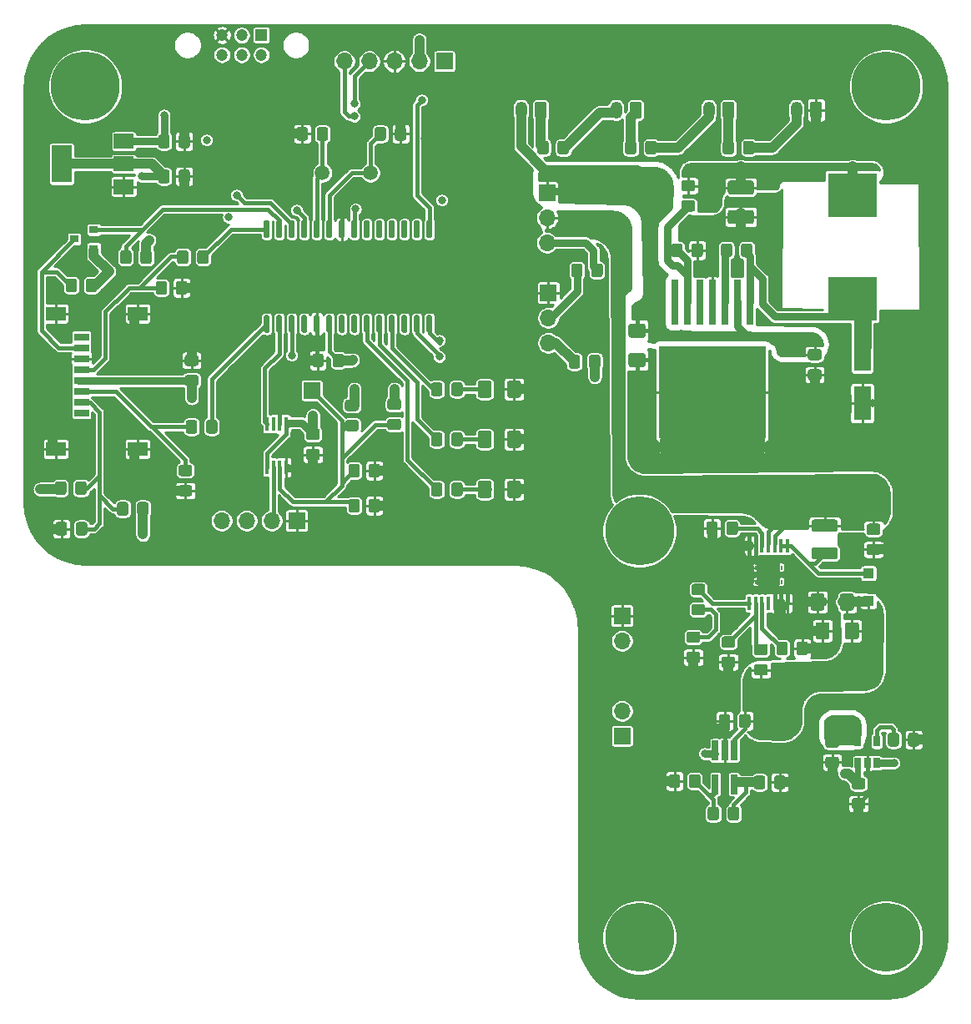
<source format=gbr>
%TF.GenerationSoftware,KiCad,Pcbnew,(5.1.9)-1*%
%TF.CreationDate,2021-07-12T23:28:21-04:00*%
%TF.ProjectId,detector_support,64657465-6374-46f7-925f-737570706f72,rev?*%
%TF.SameCoordinates,Original*%
%TF.FileFunction,Copper,L1,Top*%
%TF.FilePolarity,Positive*%
%FSLAX46Y46*%
G04 Gerber Fmt 4.6, Leading zero omitted, Abs format (unit mm)*
G04 Created by KiCad (PCBNEW (5.1.9)-1) date 2021-07-12 23:28:21*
%MOMM*%
%LPD*%
G01*
G04 APERTURE LIST*
%TA.AperFunction,EtchedComponent*%
%ADD10C,0.100000*%
%TD*%
%TA.AperFunction,SMDPad,CuDef*%
%ADD11R,2.000000X1.450000*%
%TD*%
%TA.AperFunction,SMDPad,CuDef*%
%ADD12R,1.500000X0.800000*%
%TD*%
%TA.AperFunction,ComponentPad*%
%ADD13C,7.000000*%
%TD*%
%TA.AperFunction,ComponentPad*%
%ADD14O,1.700000X1.700000*%
%TD*%
%TA.AperFunction,ComponentPad*%
%ADD15R,1.700000X1.700000*%
%TD*%
%TA.AperFunction,ComponentPad*%
%ADD16C,1.200000*%
%TD*%
%TA.AperFunction,ComponentPad*%
%ADD17R,1.200000X1.200000*%
%TD*%
%TA.AperFunction,SMDPad,CuDef*%
%ADD18R,0.650000X2.000000*%
%TD*%
%TA.AperFunction,SMDPad,CuDef*%
%ADD19R,10.800000X9.400000*%
%TD*%
%TA.AperFunction,SMDPad,CuDef*%
%ADD20R,0.800000X4.600000*%
%TD*%
%TA.AperFunction,ComponentPad*%
%ADD21C,1.500000*%
%TD*%
%TA.AperFunction,SMDPad,CuDef*%
%ADD22R,5.000000X4.500000*%
%TD*%
%TA.AperFunction,SMDPad,CuDef*%
%ADD23R,1.800000X3.500000*%
%TD*%
%TA.AperFunction,ComponentPad*%
%ADD24O,1.200000X1.750000*%
%TD*%
%TA.AperFunction,SMDPad,CuDef*%
%ADD25R,0.355600X1.473200*%
%TD*%
%TA.AperFunction,SMDPad,CuDef*%
%ADD26R,2.460000X2.310000*%
%TD*%
%TA.AperFunction,SMDPad,CuDef*%
%ADD27R,2.000000X3.800000*%
%TD*%
%TA.AperFunction,SMDPad,CuDef*%
%ADD28R,2.000000X1.500000*%
%TD*%
%TA.AperFunction,SMDPad,CuDef*%
%ADD29R,0.650000X1.060000*%
%TD*%
%TA.AperFunction,SMDPad,CuDef*%
%ADD30R,1.100000X1.100000*%
%TD*%
%TA.AperFunction,SMDPad,CuDef*%
%ADD31R,0.450000X1.450000*%
%TD*%
%TA.AperFunction,SMDPad,CuDef*%
%ADD32R,0.900000X0.800000*%
%TD*%
%TA.AperFunction,ViaPad*%
%ADD33C,0.800000*%
%TD*%
%TA.AperFunction,Conductor*%
%ADD34C,0.250000*%
%TD*%
%TA.AperFunction,Conductor*%
%ADD35C,0.420000*%
%TD*%
%TA.AperFunction,Conductor*%
%ADD36C,0.800000*%
%TD*%
%TA.AperFunction,Conductor*%
%ADD37C,1.000000*%
%TD*%
%TA.AperFunction,Conductor*%
%ADD38C,0.600000*%
%TD*%
%TA.AperFunction,Conductor*%
%ADD39C,1.800000*%
%TD*%
%TA.AperFunction,Conductor*%
%ADD40C,0.500000*%
%TD*%
%TA.AperFunction,Conductor*%
%ADD41C,0.750000*%
%TD*%
%TA.AperFunction,Conductor*%
%ADD42C,0.254000*%
%TD*%
%TA.AperFunction,Conductor*%
%ADD43C,0.100000*%
%TD*%
G04 APERTURE END LIST*
D10*
%TO.C,U6*%
G36*
X160742000Y-104690000D02*
G01*
X160842000Y-104690000D01*
X160842000Y-105040000D01*
X160742000Y-105040000D01*
X160742000Y-104690000D01*
G37*
X160742000Y-104690000D02*
X160842000Y-104690000D01*
X160842000Y-105040000D01*
X160742000Y-105040000D01*
X160742000Y-104690000D01*
G36*
X160742000Y-103590000D02*
G01*
X160842000Y-103590000D01*
X160842000Y-103240000D01*
X160742000Y-103240000D01*
X160742000Y-103590000D01*
G37*
X160742000Y-103590000D02*
X160842000Y-103590000D01*
X160842000Y-103240000D01*
X160742000Y-103240000D01*
X160742000Y-103590000D01*
G36*
X158282000Y-103590000D02*
G01*
X158182000Y-103590000D01*
X158182000Y-103240000D01*
X158282000Y-103240000D01*
X158282000Y-103590000D01*
G37*
X158282000Y-103590000D02*
X158182000Y-103590000D01*
X158182000Y-103240000D01*
X158282000Y-103240000D01*
X158282000Y-103590000D01*
G36*
X158282000Y-104690000D02*
G01*
X158182000Y-104690000D01*
X158182000Y-105040000D01*
X158282000Y-105040000D01*
X158282000Y-104690000D01*
G37*
X158282000Y-104690000D02*
X158182000Y-104690000D01*
X158182000Y-105040000D01*
X158282000Y-105040000D01*
X158282000Y-104690000D01*
%TD*%
D11*
%TO.P,J8,9*%
%TO.N,GND*%
X87185500Y-77660500D03*
X87185500Y-91410500D03*
X95485500Y-91410500D03*
X95485500Y-77660500D03*
D12*
%TO.P,J8,8*%
%TO.N,N/C*%
X89785500Y-80040500D03*
%TO.P,J8,7*%
%TO.N,Net-(J8-Pad7)*%
X89785500Y-81140500D03*
%TO.P,J8,6*%
%TO.N,GND*%
X89785500Y-82240500D03*
%TO.P,J8,5*%
%TO.N,Net-(J8-Pad5)*%
X89795500Y-83340500D03*
%TO.P,J8,4*%
%TO.N,+3V3*%
X89785500Y-84440500D03*
%TO.P,J8,3*%
%TO.N,Net-(J8-Pad3)*%
X89785500Y-85530500D03*
%TO.P,J8,2*%
%TO.N,Net-(J8-Pad2)*%
X89785500Y-86640500D03*
%TO.P,J8,1*%
%TO.N,N/C*%
X89785500Y-87740500D03*
%TD*%
D13*
%TO.P,REF\u002A\u002A,1*%
%TO.N,N/C*%
X146431000Y-140970000D03*
%TD*%
D14*
%TO.P,J11,4*%
%TO.N,/SIPM_OUT*%
X104013000Y-98679000D03*
%TO.P,J11,3*%
%TO.N,/DET_ADC*%
X106553000Y-98679000D03*
%TO.P,J11,2*%
%TO.N,/AMP_OUT*%
X109093000Y-98679000D03*
D15*
%TO.P,J11,1*%
%TO.N,GND*%
X111633000Y-98679000D03*
%TD*%
D14*
%TO.P,J2,2*%
%TO.N,+4.7V*%
X144653000Y-110871000D03*
D15*
%TO.P,J2,1*%
%TO.N,GND*%
X144653000Y-108331000D03*
%TD*%
%TO.P,C1,2*%
%TO.N,GND*%
%TA.AperFunction,SMDPad,CuDef*%
G36*
G01*
X155633000Y-118548999D02*
X155633000Y-119449001D01*
G75*
G02*
X155383001Y-119699000I-249999J0D01*
G01*
X154732999Y-119699000D01*
G75*
G02*
X154483000Y-119449001I0J249999D01*
G01*
X154483000Y-118548999D01*
G75*
G02*
X154732999Y-118299000I249999J0D01*
G01*
X155383001Y-118299000D01*
G75*
G02*
X155633000Y-118548999I0J-249999D01*
G01*
G37*
%TD.AperFunction*%
%TO.P,C1,1*%
%TO.N,+37V*%
%TA.AperFunction,SMDPad,CuDef*%
G36*
G01*
X157683000Y-118548999D02*
X157683000Y-119449001D01*
G75*
G02*
X157433001Y-119699000I-249999J0D01*
G01*
X156782999Y-119699000D01*
G75*
G02*
X156533000Y-119449001I0J249999D01*
G01*
X156533000Y-118548999D01*
G75*
G02*
X156782999Y-118299000I249999J0D01*
G01*
X157433001Y-118299000D01*
G75*
G02*
X157683000Y-118548999I0J-249999D01*
G01*
G37*
%TD.AperFunction*%
%TD*%
%TO.P,C26,2*%
%TO.N,GND*%
%TA.AperFunction,SMDPad,CuDef*%
G36*
G01*
X155643000Y-67159500D02*
X157793000Y-67159500D01*
G75*
G02*
X158043000Y-67409500I0J-250000D01*
G01*
X158043000Y-68334500D01*
G75*
G02*
X157793000Y-68584500I-250000J0D01*
G01*
X155643000Y-68584500D01*
G75*
G02*
X155393000Y-68334500I0J250000D01*
G01*
X155393000Y-67409500D01*
G75*
G02*
X155643000Y-67159500I250000J0D01*
G01*
G37*
%TD.AperFunction*%
%TO.P,C26,1*%
%TO.N,+5V*%
%TA.AperFunction,SMDPad,CuDef*%
G36*
G01*
X155643000Y-64184500D02*
X157793000Y-64184500D01*
G75*
G02*
X158043000Y-64434500I0J-250000D01*
G01*
X158043000Y-65359500D01*
G75*
G02*
X157793000Y-65609500I-250000J0D01*
G01*
X155643000Y-65609500D01*
G75*
G02*
X155393000Y-65359500I0J250000D01*
G01*
X155393000Y-64434500D01*
G75*
G02*
X155643000Y-64184500I250000J0D01*
G01*
G37*
%TD.AperFunction*%
%TD*%
%TO.P,C22,2*%
%TO.N,GND*%
%TA.AperFunction,SMDPad,CuDef*%
G36*
G01*
X145552000Y-81674000D02*
X146802000Y-81674000D01*
G75*
G02*
X147052000Y-81924000I0J-250000D01*
G01*
X147052000Y-82849000D01*
G75*
G02*
X146802000Y-83099000I-250000J0D01*
G01*
X145552000Y-83099000D01*
G75*
G02*
X145302000Y-82849000I0J250000D01*
G01*
X145302000Y-81924000D01*
G75*
G02*
X145552000Y-81674000I250000J0D01*
G01*
G37*
%TD.AperFunction*%
%TO.P,C22,1*%
%TO.N,+BATT*%
%TA.AperFunction,SMDPad,CuDef*%
G36*
G01*
X145552000Y-78699000D02*
X146802000Y-78699000D01*
G75*
G02*
X147052000Y-78949000I0J-250000D01*
G01*
X147052000Y-79874000D01*
G75*
G02*
X146802000Y-80124000I-250000J0D01*
G01*
X145552000Y-80124000D01*
G75*
G02*
X145302000Y-79874000I0J250000D01*
G01*
X145302000Y-78949000D01*
G75*
G02*
X145552000Y-78699000I250000J0D01*
G01*
G37*
%TD.AperFunction*%
%TD*%
%TO.P,C16,2*%
%TO.N,GND*%
%TA.AperFunction,SMDPad,CuDef*%
G36*
G01*
X165722000Y-109230000D02*
X165722000Y-110480000D01*
G75*
G02*
X165472000Y-110730000I-250000J0D01*
G01*
X164547000Y-110730000D01*
G75*
G02*
X164297000Y-110480000I0J250000D01*
G01*
X164297000Y-109230000D01*
G75*
G02*
X164547000Y-108980000I250000J0D01*
G01*
X165472000Y-108980000D01*
G75*
G02*
X165722000Y-109230000I0J-250000D01*
G01*
G37*
%TD.AperFunction*%
%TO.P,C16,1*%
%TO.N,+37V*%
%TA.AperFunction,SMDPad,CuDef*%
G36*
G01*
X168697000Y-109230000D02*
X168697000Y-110480000D01*
G75*
G02*
X168447000Y-110730000I-250000J0D01*
G01*
X167522000Y-110730000D01*
G75*
G02*
X167272000Y-110480000I0J250000D01*
G01*
X167272000Y-109230000D01*
G75*
G02*
X167522000Y-108980000I250000J0D01*
G01*
X168447000Y-108980000D01*
G75*
G02*
X168697000Y-109230000I0J-250000D01*
G01*
G37*
%TD.AperFunction*%
%TD*%
%TO.P,C15,2*%
%TO.N,GND*%
%TA.AperFunction,SMDPad,CuDef*%
G36*
G01*
X165214000Y-106309000D02*
X165214000Y-107559000D01*
G75*
G02*
X164964000Y-107809000I-250000J0D01*
G01*
X164039000Y-107809000D01*
G75*
G02*
X163789000Y-107559000I0J250000D01*
G01*
X163789000Y-106309000D01*
G75*
G02*
X164039000Y-106059000I250000J0D01*
G01*
X164964000Y-106059000D01*
G75*
G02*
X165214000Y-106309000I0J-250000D01*
G01*
G37*
%TD.AperFunction*%
%TO.P,C15,1*%
%TO.N,+37V*%
%TA.AperFunction,SMDPad,CuDef*%
G36*
G01*
X168189000Y-106309000D02*
X168189000Y-107559000D01*
G75*
G02*
X167939000Y-107809000I-250000J0D01*
G01*
X167014000Y-107809000D01*
G75*
G02*
X166764000Y-107559000I0J250000D01*
G01*
X166764000Y-106309000D01*
G75*
G02*
X167014000Y-106059000I250000J0D01*
G01*
X167939000Y-106059000D01*
G75*
G02*
X168189000Y-106309000I0J-250000D01*
G01*
G37*
%TD.AperFunction*%
%TD*%
D13*
%TO.P,REF\u002A\u002A,1*%
%TO.N,N/C*%
X90170000Y-54610000D03*
%TD*%
%TO.P,REF\u002A\u002A,1*%
%TO.N,N/C*%
X171450000Y-54610000D03*
%TD*%
%TO.P,REF\u002A\u002A,1*%
%TO.N,N/C*%
X171450000Y-140970000D03*
%TD*%
%TO.P,REF\u002A\u002A,1*%
%TO.N,N/C*%
X146431000Y-99695000D03*
%TD*%
D16*
%TO.P,J10,4*%
%TO.N,/Microcontroller [DO NOT PLACE]/CANH*%
X108045000Y-51419000D03*
%TO.P,J10,5*%
%TO.N,/Microcontroller [DO NOT PLACE]/CANL*%
X106045000Y-51419000D03*
%TO.P,J10,6*%
%TO.N,N/C*%
X104045000Y-51419000D03*
%TO.P,J10,3*%
%TO.N,GND*%
X104045000Y-49419000D03*
D17*
%TO.P,J10,1*%
%TO.N,N/C*%
X108045000Y-49419000D03*
D16*
%TO.P,J10,2*%
X106045000Y-49419000D03*
%TD*%
D18*
%TO.P,U3,5*%
%TO.N,+36V*%
X156017000Y-125408000D03*
%TO.P,U3,4*%
%TO.N,Net-(R7-Pad2)*%
X154117000Y-125408000D03*
%TO.P,U3,3*%
%TO.N,+5V*%
X154117000Y-121988000D03*
%TO.P,U3,2*%
%TO.N,GND*%
X155067000Y-121988000D03*
%TO.P,U3,1*%
%TO.N,+37V*%
X156017000Y-121988000D03*
%TD*%
D19*
%TO.P,U1,4*%
%TO.N,GND*%
X153797000Y-85661500D03*
D20*
%TO.P,U1,7*%
%TO.N,N/C*%
X149987000Y-76511500D03*
%TO.P,U1,6*%
%TO.N,Net-(R2-Pad2)*%
X151257000Y-76511500D03*
%TO.P,U1,5*%
%TO.N,N/C*%
X152527000Y-76511500D03*
%TO.P,U1,4*%
%TO.N,GND*%
X153797000Y-76511500D03*
%TO.P,U1,3*%
%TO.N,Net-(C25-Pad2)*%
X155067000Y-76511500D03*
%TO.P,U1,2*%
%TO.N,+BATT*%
X156337000Y-76511500D03*
%TO.P,U1,1*%
%TO.N,Net-(C25-Pad1)*%
X157607000Y-76511500D03*
%TD*%
D21*
%TO.P,Y1,2*%
%TO.N,/Microcontroller [DO NOT PLACE]/OSC2*%
X114246000Y-63373000D03*
%TO.P,Y1,1*%
%TO.N,/Microcontroller [DO NOT PLACE]/OSC1*%
X119126000Y-63373000D03*
%TD*%
D15*
%TO.P,J1,1*%
%TO.N,/Microcontroller [DO NOT PLACE]/MCLR*%
X126619000Y-52070000D03*
D14*
%TO.P,J1,2*%
%TO.N,+5V*%
X124079000Y-52070000D03*
%TO.P,J1,3*%
%TO.N,GND*%
X121539000Y-52070000D03*
%TO.P,J1,4*%
%TO.N,/Microcontroller [DO NOT PLACE]/ICSPDAT*%
X118999000Y-52070000D03*
%TO.P,J1,5*%
%TO.N,/Microcontroller [DO NOT PLACE]/ICSPCLK*%
X116459000Y-52070000D03*
%TD*%
%TO.P,C4,2*%
%TO.N,GND*%
%TA.AperFunction,SMDPad,CuDef*%
G36*
G01*
X173678000Y-121354001D02*
X173678000Y-120453999D01*
G75*
G02*
X173927999Y-120204000I249999J0D01*
G01*
X174578001Y-120204000D01*
G75*
G02*
X174828000Y-120453999I0J-249999D01*
G01*
X174828000Y-121354001D01*
G75*
G02*
X174578001Y-121604000I-249999J0D01*
G01*
X173927999Y-121604000D01*
G75*
G02*
X173678000Y-121354001I0J249999D01*
G01*
G37*
%TD.AperFunction*%
%TO.P,C4,1*%
%TO.N,Net-(C4-Pad1)*%
%TA.AperFunction,SMDPad,CuDef*%
G36*
G01*
X171628000Y-121354001D02*
X171628000Y-120453999D01*
G75*
G02*
X171877999Y-120204000I249999J0D01*
G01*
X172528001Y-120204000D01*
G75*
G02*
X172778000Y-120453999I0J-249999D01*
G01*
X172778000Y-121354001D01*
G75*
G02*
X172528001Y-121604000I-249999J0D01*
G01*
X171877999Y-121604000D01*
G75*
G02*
X171628000Y-121354001I0J249999D01*
G01*
G37*
%TD.AperFunction*%
%TD*%
%TO.P,R19,2*%
%TO.N,/Microcontroller [DO NOT PLACE]/MISO*%
%TA.AperFunction,SMDPad,CuDef*%
G36*
G01*
X102431000Y-89604001D02*
X102431000Y-88703999D01*
G75*
G02*
X102680999Y-88454000I249999J0D01*
G01*
X103331001Y-88454000D01*
G75*
G02*
X103581000Y-88703999I0J-249999D01*
G01*
X103581000Y-89604001D01*
G75*
G02*
X103331001Y-89854000I-249999J0D01*
G01*
X102680999Y-89854000D01*
G75*
G02*
X102431000Y-89604001I0J249999D01*
G01*
G37*
%TD.AperFunction*%
%TO.P,R19,1*%
%TO.N,Net-(J8-Pad3)*%
%TA.AperFunction,SMDPad,CuDef*%
G36*
G01*
X100381000Y-89604001D02*
X100381000Y-88703999D01*
G75*
G02*
X100630999Y-88454000I249999J0D01*
G01*
X101281001Y-88454000D01*
G75*
G02*
X101531000Y-88703999I0J-249999D01*
G01*
X101531000Y-89604001D01*
G75*
G02*
X101281001Y-89854000I-249999J0D01*
G01*
X100630999Y-89854000D01*
G75*
G02*
X100381000Y-89604001I0J249999D01*
G01*
G37*
%TD.AperFunction*%
%TD*%
D22*
%TO.P,L2,2*%
%TO.N,+5V*%
X168021000Y-65636500D03*
%TO.P,L2,1*%
%TO.N,Net-(C25-Pad1)*%
X168021000Y-76136500D03*
%TD*%
%TO.P,R2,2*%
%TO.N,Net-(R2-Pad2)*%
%TA.AperFunction,SMDPad,CuDef*%
G36*
G01*
X150933999Y-66172500D02*
X151834001Y-66172500D01*
G75*
G02*
X152084000Y-66422499I0J-249999D01*
G01*
X152084000Y-67072501D01*
G75*
G02*
X151834001Y-67322500I-249999J0D01*
G01*
X150933999Y-67322500D01*
G75*
G02*
X150684000Y-67072501I0J249999D01*
G01*
X150684000Y-66422499D01*
G75*
G02*
X150933999Y-66172500I249999J0D01*
G01*
G37*
%TD.AperFunction*%
%TO.P,R2,1*%
%TO.N,+5V*%
%TA.AperFunction,SMDPad,CuDef*%
G36*
G01*
X150933999Y-64122500D02*
X151834001Y-64122500D01*
G75*
G02*
X152084000Y-64372499I0J-249999D01*
G01*
X152084000Y-65022501D01*
G75*
G02*
X151834001Y-65272500I-249999J0D01*
G01*
X150933999Y-65272500D01*
G75*
G02*
X150684000Y-65022501I0J249999D01*
G01*
X150684000Y-64372499D01*
G75*
G02*
X150933999Y-64122500I249999J0D01*
G01*
G37*
%TD.AperFunction*%
%TD*%
D23*
%TO.P,D7,2*%
%TO.N,GND*%
X169037000Y-86764500D03*
%TO.P,D7,1*%
%TO.N,Net-(C25-Pad1)*%
X169037000Y-81764500D03*
%TD*%
D24*
%TO.P,J6,2*%
%TO.N,Net-(F6-Pad2)*%
X162338000Y-57023000D03*
%TO.P,J6,1*%
%TO.N,GND*%
%TA.AperFunction,ComponentPad*%
G36*
G01*
X164938000Y-56397999D02*
X164938000Y-57648001D01*
G75*
G02*
X164688001Y-57898000I-249999J0D01*
G01*
X163987999Y-57898000D01*
G75*
G02*
X163738000Y-57648001I0J249999D01*
G01*
X163738000Y-56397999D01*
G75*
G02*
X163987999Y-56148000I249999J0D01*
G01*
X164688001Y-56148000D01*
G75*
G02*
X164938000Y-56397999I0J-249999D01*
G01*
G37*
%TD.AperFunction*%
%TD*%
%TO.P,J5,2*%
%TO.N,Net-(F5-Pad2)*%
X153448000Y-57023000D03*
%TO.P,J5,1*%
%TO.N,Net-(F6-Pad1)*%
%TA.AperFunction,ComponentPad*%
G36*
G01*
X156048000Y-56397999D02*
X156048000Y-57648001D01*
G75*
G02*
X155798001Y-57898000I-249999J0D01*
G01*
X155097999Y-57898000D01*
G75*
G02*
X154848000Y-57648001I0J249999D01*
G01*
X154848000Y-56397999D01*
G75*
G02*
X155097999Y-56148000I249999J0D01*
G01*
X155798001Y-56148000D01*
G75*
G02*
X156048000Y-56397999I0J-249999D01*
G01*
G37*
%TD.AperFunction*%
%TD*%
%TO.P,J4,2*%
%TO.N,Net-(F4-Pad2)*%
X144050000Y-57023000D03*
%TO.P,J4,1*%
%TO.N,Net-(F5-Pad1)*%
%TA.AperFunction,ComponentPad*%
G36*
G01*
X146650000Y-56397999D02*
X146650000Y-57648001D01*
G75*
G02*
X146400001Y-57898000I-249999J0D01*
G01*
X145699999Y-57898000D01*
G75*
G02*
X145450000Y-57648001I0J249999D01*
G01*
X145450000Y-56397999D01*
G75*
G02*
X145699999Y-56148000I249999J0D01*
G01*
X146400001Y-56148000D01*
G75*
G02*
X146650000Y-56397999I0J-249999D01*
G01*
G37*
%TD.AperFunction*%
%TD*%
%TO.P,J3,2*%
%TO.N,+BATT*%
X134398000Y-57023000D03*
%TO.P,J3,1*%
%TO.N,Net-(F4-Pad1)*%
%TA.AperFunction,ComponentPad*%
G36*
G01*
X136998000Y-56397999D02*
X136998000Y-57648001D01*
G75*
G02*
X136748001Y-57898000I-249999J0D01*
G01*
X136047999Y-57898000D01*
G75*
G02*
X135798000Y-57648001I0J249999D01*
G01*
X135798000Y-56397999D01*
G75*
G02*
X136047999Y-56148000I249999J0D01*
G01*
X136748001Y-56148000D01*
G75*
G02*
X136998000Y-56397999I0J-249999D01*
G01*
G37*
%TD.AperFunction*%
%TD*%
D25*
%TO.P,U6,1*%
%TO.N,Net-(D1-Pad2)*%
X161462034Y-101219000D03*
%TO.P,U6,2*%
X160812023Y-101219000D03*
%TO.P,U6,3*%
%TO.N,Net-(C7-Pad1)*%
X160162011Y-101219000D03*
%TO.P,U6,4*%
X159512000Y-101219000D03*
%TO.P,U6,5*%
%TO.N,Net-(C8-Pad1)*%
X158861989Y-101219000D03*
%TO.P,U6,6*%
%TO.N,GND*%
X158211977Y-101219000D03*
%TO.P,U6,7*%
X157561966Y-101219000D03*
%TO.P,U6,8*%
%TO.N,Net-(R13-Pad2)*%
X157561966Y-107061000D03*
%TO.P,U6,9*%
%TO.N,Net-(R14-Pad2)*%
X158211977Y-107061000D03*
%TO.P,U6,10*%
%TO.N,Net-(R11-Pad1)*%
X158861989Y-107061000D03*
%TO.P,U6,11*%
%TO.N,N/C*%
X159512000Y-107061000D03*
%TO.P,U6,12*%
%TO.N,GND*%
X160162011Y-107061000D03*
%TO.P,U6,13*%
X160812023Y-107061000D03*
%TO.P,U6,14*%
X161462034Y-107061000D03*
D26*
%TO.P,U6,15*%
X159512000Y-104140000D03*
%TD*%
%TO.P,R41,2*%
%TO.N,GND*%
%TA.AperFunction,SMDPad,CuDef*%
G36*
G01*
X151707000Y-71697001D02*
X151707000Y-70796999D01*
G75*
G02*
X151956999Y-70547000I249999J0D01*
G01*
X152607001Y-70547000D01*
G75*
G02*
X152857000Y-70796999I0J-249999D01*
G01*
X152857000Y-71697001D01*
G75*
G02*
X152607001Y-71947000I-249999J0D01*
G01*
X151956999Y-71947000D01*
G75*
G02*
X151707000Y-71697001I0J249999D01*
G01*
G37*
%TD.AperFunction*%
%TO.P,R41,1*%
%TO.N,Net-(R2-Pad2)*%
%TA.AperFunction,SMDPad,CuDef*%
G36*
G01*
X149657000Y-71697001D02*
X149657000Y-70796999D01*
G75*
G02*
X149906999Y-70547000I249999J0D01*
G01*
X150557001Y-70547000D01*
G75*
G02*
X150807000Y-70796999I0J-249999D01*
G01*
X150807000Y-71697001D01*
G75*
G02*
X150557001Y-71947000I-249999J0D01*
G01*
X149906999Y-71947000D01*
G75*
G02*
X149657000Y-71697001I0J249999D01*
G01*
G37*
%TD.AperFunction*%
%TD*%
%TO.P,L1,2*%
%TO.N,Net-(C7-Pad1)*%
%TA.AperFunction,SMDPad,CuDef*%
G36*
G01*
X166302000Y-99809000D02*
X164152000Y-99809000D01*
G75*
G02*
X163902000Y-99559000I0J250000D01*
G01*
X163902000Y-98809000D01*
G75*
G02*
X164152000Y-98559000I250000J0D01*
G01*
X166302000Y-98559000D01*
G75*
G02*
X166552000Y-98809000I0J-250000D01*
G01*
X166552000Y-99559000D01*
G75*
G02*
X166302000Y-99809000I-250000J0D01*
G01*
G37*
%TD.AperFunction*%
%TO.P,L1,1*%
%TO.N,Net-(D1-Pad2)*%
%TA.AperFunction,SMDPad,CuDef*%
G36*
G01*
X166302000Y-102609000D02*
X164152000Y-102609000D01*
G75*
G02*
X163902000Y-102359000I0J250000D01*
G01*
X163902000Y-101609000D01*
G75*
G02*
X164152000Y-101359000I250000J0D01*
G01*
X166302000Y-101359000D01*
G75*
G02*
X166552000Y-101609000I0J-250000D01*
G01*
X166552000Y-102359000D01*
G75*
G02*
X166302000Y-102609000I-250000J0D01*
G01*
G37*
%TD.AperFunction*%
%TD*%
%TO.P,C25,2*%
%TO.N,Net-(C25-Pad2)*%
%TA.AperFunction,SMDPad,CuDef*%
G36*
G01*
X155832500Y-70796999D02*
X155832500Y-71697001D01*
G75*
G02*
X155582501Y-71947000I-249999J0D01*
G01*
X154932499Y-71947000D01*
G75*
G02*
X154682500Y-71697001I0J249999D01*
G01*
X154682500Y-70796999D01*
G75*
G02*
X154932499Y-70547000I249999J0D01*
G01*
X155582501Y-70547000D01*
G75*
G02*
X155832500Y-70796999I0J-249999D01*
G01*
G37*
%TD.AperFunction*%
%TO.P,C25,1*%
%TO.N,Net-(C25-Pad1)*%
%TA.AperFunction,SMDPad,CuDef*%
G36*
G01*
X157882500Y-70796999D02*
X157882500Y-71697001D01*
G75*
G02*
X157632501Y-71947000I-249999J0D01*
G01*
X156982499Y-71947000D01*
G75*
G02*
X156732500Y-71697001I0J249999D01*
G01*
X156732500Y-70796999D01*
G75*
G02*
X156982499Y-70547000I249999J0D01*
G01*
X157632501Y-70547000D01*
G75*
G02*
X157882500Y-70796999I0J-249999D01*
G01*
G37*
%TD.AperFunction*%
%TD*%
%TO.P,C24,2*%
%TO.N,GND*%
%TA.AperFunction,SMDPad,CuDef*%
G36*
G01*
X163760999Y-83308500D02*
X164661001Y-83308500D01*
G75*
G02*
X164911000Y-83558499I0J-249999D01*
G01*
X164911000Y-84208501D01*
G75*
G02*
X164661001Y-84458500I-249999J0D01*
G01*
X163760999Y-84458500D01*
G75*
G02*
X163511000Y-84208501I0J249999D01*
G01*
X163511000Y-83558499D01*
G75*
G02*
X163760999Y-83308500I249999J0D01*
G01*
G37*
%TD.AperFunction*%
%TO.P,C24,1*%
%TO.N,+BATT*%
%TA.AperFunction,SMDPad,CuDef*%
G36*
G01*
X163760999Y-81258500D02*
X164661001Y-81258500D01*
G75*
G02*
X164911000Y-81508499I0J-249999D01*
G01*
X164911000Y-82158501D01*
G75*
G02*
X164661001Y-82408500I-249999J0D01*
G01*
X163760999Y-82408500D01*
G75*
G02*
X163511000Y-82158501I0J249999D01*
G01*
X163511000Y-81508499D01*
G75*
G02*
X163760999Y-81258500I249999J0D01*
G01*
G37*
%TD.AperFunction*%
%TD*%
D14*
%TO.P,J9,2*%
%TO.N,+36V*%
X144653000Y-117983000D03*
D15*
%TO.P,J9,1*%
%TO.N,/SIPM_OUT*%
X144653000Y-120523000D03*
%TD*%
%TO.P,U5,28*%
%TO.N,/Microcontroller [DO NOT PLACE]/ICSPDAT*%
%TA.AperFunction,SMDPad,CuDef*%
G36*
G01*
X124945000Y-77814000D02*
X125245000Y-77814000D01*
G75*
G02*
X125395000Y-77964000I0J-150000D01*
G01*
X125395000Y-79464000D01*
G75*
G02*
X125245000Y-79614000I-150000J0D01*
G01*
X124945000Y-79614000D01*
G75*
G02*
X124795000Y-79464000I0J150000D01*
G01*
X124795000Y-77964000D01*
G75*
G02*
X124945000Y-77814000I150000J0D01*
G01*
G37*
%TD.AperFunction*%
%TO.P,U5,27*%
%TO.N,/Microcontroller [DO NOT PLACE]/ICSPCLK*%
%TA.AperFunction,SMDPad,CuDef*%
G36*
G01*
X123675000Y-77814000D02*
X123975000Y-77814000D01*
G75*
G02*
X124125000Y-77964000I0J-150000D01*
G01*
X124125000Y-79464000D01*
G75*
G02*
X123975000Y-79614000I-150000J0D01*
G01*
X123675000Y-79614000D01*
G75*
G02*
X123525000Y-79464000I0J150000D01*
G01*
X123525000Y-77964000D01*
G75*
G02*
X123675000Y-77814000I150000J0D01*
G01*
G37*
%TD.AperFunction*%
%TO.P,U5,26*%
%TO.N,N/C*%
%TA.AperFunction,SMDPad,CuDef*%
G36*
G01*
X122405000Y-77814000D02*
X122705000Y-77814000D01*
G75*
G02*
X122855000Y-77964000I0J-150000D01*
G01*
X122855000Y-79464000D01*
G75*
G02*
X122705000Y-79614000I-150000J0D01*
G01*
X122405000Y-79614000D01*
G75*
G02*
X122255000Y-79464000I0J150000D01*
G01*
X122255000Y-77964000D01*
G75*
G02*
X122405000Y-77814000I150000J0D01*
G01*
G37*
%TD.AperFunction*%
%TO.P,U5,25*%
%TO.N,Net-(R5-Pad1)*%
%TA.AperFunction,SMDPad,CuDef*%
G36*
G01*
X121135000Y-77814000D02*
X121435000Y-77814000D01*
G75*
G02*
X121585000Y-77964000I0J-150000D01*
G01*
X121585000Y-79464000D01*
G75*
G02*
X121435000Y-79614000I-150000J0D01*
G01*
X121135000Y-79614000D01*
G75*
G02*
X120985000Y-79464000I0J150000D01*
G01*
X120985000Y-77964000D01*
G75*
G02*
X121135000Y-77814000I150000J0D01*
G01*
G37*
%TD.AperFunction*%
%TO.P,U5,24*%
%TO.N,Net-(R4-Pad1)*%
%TA.AperFunction,SMDPad,CuDef*%
G36*
G01*
X119865000Y-77814000D02*
X120165000Y-77814000D01*
G75*
G02*
X120315000Y-77964000I0J-150000D01*
G01*
X120315000Y-79464000D01*
G75*
G02*
X120165000Y-79614000I-150000J0D01*
G01*
X119865000Y-79614000D01*
G75*
G02*
X119715000Y-79464000I0J150000D01*
G01*
X119715000Y-77964000D01*
G75*
G02*
X119865000Y-77814000I150000J0D01*
G01*
G37*
%TD.AperFunction*%
%TO.P,U5,23*%
%TO.N,Net-(R9-Pad1)*%
%TA.AperFunction,SMDPad,CuDef*%
G36*
G01*
X118595000Y-77814000D02*
X118895000Y-77814000D01*
G75*
G02*
X119045000Y-77964000I0J-150000D01*
G01*
X119045000Y-79464000D01*
G75*
G02*
X118895000Y-79614000I-150000J0D01*
G01*
X118595000Y-79614000D01*
G75*
G02*
X118445000Y-79464000I0J150000D01*
G01*
X118445000Y-77964000D01*
G75*
G02*
X118595000Y-77814000I150000J0D01*
G01*
G37*
%TD.AperFunction*%
%TO.P,U5,22*%
%TO.N,N/C*%
%TA.AperFunction,SMDPad,CuDef*%
G36*
G01*
X117325000Y-77814000D02*
X117625000Y-77814000D01*
G75*
G02*
X117775000Y-77964000I0J-150000D01*
G01*
X117775000Y-79464000D01*
G75*
G02*
X117625000Y-79614000I-150000J0D01*
G01*
X117325000Y-79614000D01*
G75*
G02*
X117175000Y-79464000I0J150000D01*
G01*
X117175000Y-77964000D01*
G75*
G02*
X117325000Y-77814000I150000J0D01*
G01*
G37*
%TD.AperFunction*%
%TO.P,U5,21*%
%TA.AperFunction,SMDPad,CuDef*%
G36*
G01*
X116055000Y-77814000D02*
X116355000Y-77814000D01*
G75*
G02*
X116505000Y-77964000I0J-150000D01*
G01*
X116505000Y-79464000D01*
G75*
G02*
X116355000Y-79614000I-150000J0D01*
G01*
X116055000Y-79614000D01*
G75*
G02*
X115905000Y-79464000I0J150000D01*
G01*
X115905000Y-77964000D01*
G75*
G02*
X116055000Y-77814000I150000J0D01*
G01*
G37*
%TD.AperFunction*%
%TO.P,U5,20*%
%TO.N,+5V*%
%TA.AperFunction,SMDPad,CuDef*%
G36*
G01*
X114785000Y-77814000D02*
X115085000Y-77814000D01*
G75*
G02*
X115235000Y-77964000I0J-150000D01*
G01*
X115235000Y-79464000D01*
G75*
G02*
X115085000Y-79614000I-150000J0D01*
G01*
X114785000Y-79614000D01*
G75*
G02*
X114635000Y-79464000I0J150000D01*
G01*
X114635000Y-77964000D01*
G75*
G02*
X114785000Y-77814000I150000J0D01*
G01*
G37*
%TD.AperFunction*%
%TO.P,U5,19*%
%TO.N,GND*%
%TA.AperFunction,SMDPad,CuDef*%
G36*
G01*
X113515000Y-77814000D02*
X113815000Y-77814000D01*
G75*
G02*
X113965000Y-77964000I0J-150000D01*
G01*
X113965000Y-79464000D01*
G75*
G02*
X113815000Y-79614000I-150000J0D01*
G01*
X113515000Y-79614000D01*
G75*
G02*
X113365000Y-79464000I0J150000D01*
G01*
X113365000Y-77964000D01*
G75*
G02*
X113515000Y-77814000I150000J0D01*
G01*
G37*
%TD.AperFunction*%
%TO.P,U5,18*%
%TO.N,N/C*%
%TA.AperFunction,SMDPad,CuDef*%
G36*
G01*
X112245000Y-77814000D02*
X112545000Y-77814000D01*
G75*
G02*
X112695000Y-77964000I0J-150000D01*
G01*
X112695000Y-79464000D01*
G75*
G02*
X112545000Y-79614000I-150000J0D01*
G01*
X112245000Y-79614000D01*
G75*
G02*
X112095000Y-79464000I0J150000D01*
G01*
X112095000Y-77964000D01*
G75*
G02*
X112245000Y-77814000I150000J0D01*
G01*
G37*
%TD.AperFunction*%
%TO.P,U5,17*%
%TO.N,/DET_ADC*%
%TA.AperFunction,SMDPad,CuDef*%
G36*
G01*
X110975000Y-77814000D02*
X111275000Y-77814000D01*
G75*
G02*
X111425000Y-77964000I0J-150000D01*
G01*
X111425000Y-79464000D01*
G75*
G02*
X111275000Y-79614000I-150000J0D01*
G01*
X110975000Y-79614000D01*
G75*
G02*
X110825000Y-79464000I0J150000D01*
G01*
X110825000Y-77964000D01*
G75*
G02*
X110975000Y-77814000I150000J0D01*
G01*
G37*
%TD.AperFunction*%
%TO.P,U5,16*%
%TO.N,/INTERUPT_OUT*%
%TA.AperFunction,SMDPad,CuDef*%
G36*
G01*
X109705000Y-77814000D02*
X110005000Y-77814000D01*
G75*
G02*
X110155000Y-77964000I0J-150000D01*
G01*
X110155000Y-79464000D01*
G75*
G02*
X110005000Y-79614000I-150000J0D01*
G01*
X109705000Y-79614000D01*
G75*
G02*
X109555000Y-79464000I0J150000D01*
G01*
X109555000Y-77964000D01*
G75*
G02*
X109705000Y-77814000I150000J0D01*
G01*
G37*
%TD.AperFunction*%
%TO.P,U5,15*%
%TO.N,/Microcontroller [DO NOT PLACE]/MISO*%
%TA.AperFunction,SMDPad,CuDef*%
G36*
G01*
X108435000Y-77814000D02*
X108735000Y-77814000D01*
G75*
G02*
X108885000Y-77964000I0J-150000D01*
G01*
X108885000Y-79464000D01*
G75*
G02*
X108735000Y-79614000I-150000J0D01*
G01*
X108435000Y-79614000D01*
G75*
G02*
X108285000Y-79464000I0J150000D01*
G01*
X108285000Y-77964000D01*
G75*
G02*
X108435000Y-77814000I150000J0D01*
G01*
G37*
%TD.AperFunction*%
%TO.P,U5,14*%
%TO.N,/Microcontroller [DO NOT PLACE]/SCK*%
%TA.AperFunction,SMDPad,CuDef*%
G36*
G01*
X108435000Y-68214000D02*
X108735000Y-68214000D01*
G75*
G02*
X108885000Y-68364000I0J-150000D01*
G01*
X108885000Y-69864000D01*
G75*
G02*
X108735000Y-70014000I-150000J0D01*
G01*
X108435000Y-70014000D01*
G75*
G02*
X108285000Y-69864000I0J150000D01*
G01*
X108285000Y-68364000D01*
G75*
G02*
X108435000Y-68214000I150000J0D01*
G01*
G37*
%TD.AperFunction*%
%TO.P,U5,13*%
%TO.N,/Microcontroller [DO NOT PLACE]/MISO*%
%TA.AperFunction,SMDPad,CuDef*%
G36*
G01*
X109705000Y-68214000D02*
X110005000Y-68214000D01*
G75*
G02*
X110155000Y-68364000I0J-150000D01*
G01*
X110155000Y-69864000D01*
G75*
G02*
X110005000Y-70014000I-150000J0D01*
G01*
X109705000Y-70014000D01*
G75*
G02*
X109555000Y-69864000I0J150000D01*
G01*
X109555000Y-68364000D01*
G75*
G02*
X109705000Y-68214000I150000J0D01*
G01*
G37*
%TD.AperFunction*%
%TO.P,U5,12*%
%TO.N,/Microcontroller [DO NOT PLACE]/PIC_RX*%
%TA.AperFunction,SMDPad,CuDef*%
G36*
G01*
X110975000Y-68214000D02*
X111275000Y-68214000D01*
G75*
G02*
X111425000Y-68364000I0J-150000D01*
G01*
X111425000Y-69864000D01*
G75*
G02*
X111275000Y-70014000I-150000J0D01*
G01*
X110975000Y-70014000D01*
G75*
G02*
X110825000Y-69864000I0J150000D01*
G01*
X110825000Y-68364000D01*
G75*
G02*
X110975000Y-68214000I150000J0D01*
G01*
G37*
%TD.AperFunction*%
%TO.P,U5,11*%
%TO.N,/Microcontroller [DO NOT PLACE]/PIC_TX*%
%TA.AperFunction,SMDPad,CuDef*%
G36*
G01*
X112245000Y-68214000D02*
X112545000Y-68214000D01*
G75*
G02*
X112695000Y-68364000I0J-150000D01*
G01*
X112695000Y-69864000D01*
G75*
G02*
X112545000Y-70014000I-150000J0D01*
G01*
X112245000Y-70014000D01*
G75*
G02*
X112095000Y-69864000I0J150000D01*
G01*
X112095000Y-68364000D01*
G75*
G02*
X112245000Y-68214000I150000J0D01*
G01*
G37*
%TD.AperFunction*%
%TO.P,U5,10*%
%TO.N,/Microcontroller [DO NOT PLACE]/OSC2*%
%TA.AperFunction,SMDPad,CuDef*%
G36*
G01*
X113515000Y-68214000D02*
X113815000Y-68214000D01*
G75*
G02*
X113965000Y-68364000I0J-150000D01*
G01*
X113965000Y-69864000D01*
G75*
G02*
X113815000Y-70014000I-150000J0D01*
G01*
X113515000Y-70014000D01*
G75*
G02*
X113365000Y-69864000I0J150000D01*
G01*
X113365000Y-68364000D01*
G75*
G02*
X113515000Y-68214000I150000J0D01*
G01*
G37*
%TD.AperFunction*%
%TO.P,U5,9*%
%TO.N,/Microcontroller [DO NOT PLACE]/OSC1*%
%TA.AperFunction,SMDPad,CuDef*%
G36*
G01*
X114785000Y-68214000D02*
X115085000Y-68214000D01*
G75*
G02*
X115235000Y-68364000I0J-150000D01*
G01*
X115235000Y-69864000D01*
G75*
G02*
X115085000Y-70014000I-150000J0D01*
G01*
X114785000Y-70014000D01*
G75*
G02*
X114635000Y-69864000I0J150000D01*
G01*
X114635000Y-68364000D01*
G75*
G02*
X114785000Y-68214000I150000J0D01*
G01*
G37*
%TD.AperFunction*%
%TO.P,U5,8*%
%TO.N,GND*%
%TA.AperFunction,SMDPad,CuDef*%
G36*
G01*
X116055000Y-68214000D02*
X116355000Y-68214000D01*
G75*
G02*
X116505000Y-68364000I0J-150000D01*
G01*
X116505000Y-69864000D01*
G75*
G02*
X116355000Y-70014000I-150000J0D01*
G01*
X116055000Y-70014000D01*
G75*
G02*
X115905000Y-69864000I0J150000D01*
G01*
X115905000Y-68364000D01*
G75*
G02*
X116055000Y-68214000I150000J0D01*
G01*
G37*
%TD.AperFunction*%
%TO.P,U5,7*%
%TO.N,/Microcontroller [DO NOT PLACE]/CS*%
%TA.AperFunction,SMDPad,CuDef*%
G36*
G01*
X117325000Y-68214000D02*
X117625000Y-68214000D01*
G75*
G02*
X117775000Y-68364000I0J-150000D01*
G01*
X117775000Y-69864000D01*
G75*
G02*
X117625000Y-70014000I-150000J0D01*
G01*
X117325000Y-70014000D01*
G75*
G02*
X117175000Y-69864000I0J150000D01*
G01*
X117175000Y-68364000D01*
G75*
G02*
X117325000Y-68214000I150000J0D01*
G01*
G37*
%TD.AperFunction*%
%TO.P,U5,6*%
%TO.N,N/C*%
%TA.AperFunction,SMDPad,CuDef*%
G36*
G01*
X118595000Y-68214000D02*
X118895000Y-68214000D01*
G75*
G02*
X119045000Y-68364000I0J-150000D01*
G01*
X119045000Y-69864000D01*
G75*
G02*
X118895000Y-70014000I-150000J0D01*
G01*
X118595000Y-70014000D01*
G75*
G02*
X118445000Y-69864000I0J150000D01*
G01*
X118445000Y-68364000D01*
G75*
G02*
X118595000Y-68214000I150000J0D01*
G01*
G37*
%TD.AperFunction*%
%TO.P,U5,5*%
%TA.AperFunction,SMDPad,CuDef*%
G36*
G01*
X119865000Y-68214000D02*
X120165000Y-68214000D01*
G75*
G02*
X120315000Y-68364000I0J-150000D01*
G01*
X120315000Y-69864000D01*
G75*
G02*
X120165000Y-70014000I-150000J0D01*
G01*
X119865000Y-70014000D01*
G75*
G02*
X119715000Y-69864000I0J150000D01*
G01*
X119715000Y-68364000D01*
G75*
G02*
X119865000Y-68214000I150000J0D01*
G01*
G37*
%TD.AperFunction*%
%TO.P,U5,4*%
%TA.AperFunction,SMDPad,CuDef*%
G36*
G01*
X121135000Y-68214000D02*
X121435000Y-68214000D01*
G75*
G02*
X121585000Y-68364000I0J-150000D01*
G01*
X121585000Y-69864000D01*
G75*
G02*
X121435000Y-70014000I-150000J0D01*
G01*
X121135000Y-70014000D01*
G75*
G02*
X120985000Y-69864000I0J150000D01*
G01*
X120985000Y-68364000D01*
G75*
G02*
X121135000Y-68214000I150000J0D01*
G01*
G37*
%TD.AperFunction*%
%TO.P,U5,3*%
%TA.AperFunction,SMDPad,CuDef*%
G36*
G01*
X122405000Y-68214000D02*
X122705000Y-68214000D01*
G75*
G02*
X122855000Y-68364000I0J-150000D01*
G01*
X122855000Y-69864000D01*
G75*
G02*
X122705000Y-70014000I-150000J0D01*
G01*
X122405000Y-70014000D01*
G75*
G02*
X122255000Y-69864000I0J150000D01*
G01*
X122255000Y-68364000D01*
G75*
G02*
X122405000Y-68214000I150000J0D01*
G01*
G37*
%TD.AperFunction*%
%TO.P,U5,2*%
%TA.AperFunction,SMDPad,CuDef*%
G36*
G01*
X123675000Y-68214000D02*
X123975000Y-68214000D01*
G75*
G02*
X124125000Y-68364000I0J-150000D01*
G01*
X124125000Y-69864000D01*
G75*
G02*
X123975000Y-70014000I-150000J0D01*
G01*
X123675000Y-70014000D01*
G75*
G02*
X123525000Y-69864000I0J150000D01*
G01*
X123525000Y-68364000D01*
G75*
G02*
X123675000Y-68214000I150000J0D01*
G01*
G37*
%TD.AperFunction*%
%TO.P,U5,1*%
%TO.N,Net-(R6-Pad1)*%
%TA.AperFunction,SMDPad,CuDef*%
G36*
G01*
X124945000Y-68214000D02*
X125245000Y-68214000D01*
G75*
G02*
X125395000Y-68364000I0J-150000D01*
G01*
X125395000Y-69864000D01*
G75*
G02*
X125245000Y-70014000I-150000J0D01*
G01*
X124945000Y-70014000D01*
G75*
G02*
X124795000Y-69864000I0J150000D01*
G01*
X124795000Y-68364000D01*
G75*
G02*
X124945000Y-68214000I150000J0D01*
G01*
G37*
%TD.AperFunction*%
%TD*%
D27*
%TO.P,U4,4*%
%TO.N,+3V3*%
X87782000Y-62484000D03*
D28*
%TO.P,U4,2*%
X94082000Y-62484000D03*
%TO.P,U4,3*%
%TO.N,+5V*%
X94082000Y-60184000D03*
%TO.P,U4,1*%
%TO.N,GND*%
X94082000Y-64784000D03*
%TD*%
D29*
%TO.P,U2,5*%
%TO.N,+4.7V*%
X168595000Y-121074000D03*
%TO.P,U2,4*%
%TO.N,Net-(C4-Pad1)*%
X170495000Y-121074000D03*
%TO.P,U2,3*%
%TO.N,+5V*%
X170495000Y-123274000D03*
%TO.P,U2,2*%
%TO.N,GND*%
X169545000Y-123274000D03*
%TO.P,U2,1*%
%TO.N,+5V*%
X168595000Y-123274000D03*
%TD*%
D14*
%TO.P,JP2,3*%
%TO.N,+12V*%
X137033000Y-70485000D03*
%TO.P,JP2,2*%
%TO.N,Net-(C7-Pad1)*%
X137033000Y-67945000D03*
D15*
%TO.P,JP2,1*%
%TO.N,+BATT*%
X137033000Y-65405000D03*
%TD*%
D14*
%TO.P,J7,3*%
%TO.N,Net-(F3-Pad2)*%
X137160000Y-80645000D03*
%TO.P,J7,2*%
%TO.N,Net-(F1-Pad2)*%
X137160000Y-78105000D03*
D15*
%TO.P,J7,1*%
%TO.N,GND*%
X137160000Y-75565000D03*
%TD*%
%TO.P,D5,2*%
%TO.N,Net-(D5-Pad2)*%
%TA.AperFunction,SMDPad,CuDef*%
G36*
G01*
X131432000Y-94879000D02*
X131432000Y-96129000D01*
G75*
G02*
X131182000Y-96379000I-250000J0D01*
G01*
X130257000Y-96379000D01*
G75*
G02*
X130007000Y-96129000I0J250000D01*
G01*
X130007000Y-94879000D01*
G75*
G02*
X130257000Y-94629000I250000J0D01*
G01*
X131182000Y-94629000D01*
G75*
G02*
X131432000Y-94879000I0J-250000D01*
G01*
G37*
%TD.AperFunction*%
%TO.P,D5,1*%
%TO.N,GND*%
%TA.AperFunction,SMDPad,CuDef*%
G36*
G01*
X134407000Y-94879000D02*
X134407000Y-96129000D01*
G75*
G02*
X134157000Y-96379000I-250000J0D01*
G01*
X133232000Y-96379000D01*
G75*
G02*
X132982000Y-96129000I0J250000D01*
G01*
X132982000Y-94879000D01*
G75*
G02*
X133232000Y-94629000I250000J0D01*
G01*
X134157000Y-94629000D01*
G75*
G02*
X134407000Y-94879000I0J-250000D01*
G01*
G37*
%TD.AperFunction*%
%TD*%
%TO.P,D4,2*%
%TO.N,Net-(D4-Pad2)*%
%TA.AperFunction,SMDPad,CuDef*%
G36*
G01*
X131432000Y-84719000D02*
X131432000Y-85969000D01*
G75*
G02*
X131182000Y-86219000I-250000J0D01*
G01*
X130257000Y-86219000D01*
G75*
G02*
X130007000Y-85969000I0J250000D01*
G01*
X130007000Y-84719000D01*
G75*
G02*
X130257000Y-84469000I250000J0D01*
G01*
X131182000Y-84469000D01*
G75*
G02*
X131432000Y-84719000I0J-250000D01*
G01*
G37*
%TD.AperFunction*%
%TO.P,D4,1*%
%TO.N,GND*%
%TA.AperFunction,SMDPad,CuDef*%
G36*
G01*
X134407000Y-84719000D02*
X134407000Y-85969000D01*
G75*
G02*
X134157000Y-86219000I-250000J0D01*
G01*
X133232000Y-86219000D01*
G75*
G02*
X132982000Y-85969000I0J250000D01*
G01*
X132982000Y-84719000D01*
G75*
G02*
X133232000Y-84469000I250000J0D01*
G01*
X134157000Y-84469000D01*
G75*
G02*
X134407000Y-84719000I0J-250000D01*
G01*
G37*
%TD.AperFunction*%
%TD*%
%TO.P,D3,2*%
%TO.N,Net-(D3-Pad2)*%
%TA.AperFunction,SMDPad,CuDef*%
G36*
G01*
X131432000Y-89799000D02*
X131432000Y-91049000D01*
G75*
G02*
X131182000Y-91299000I-250000J0D01*
G01*
X130257000Y-91299000D01*
G75*
G02*
X130007000Y-91049000I0J250000D01*
G01*
X130007000Y-89799000D01*
G75*
G02*
X130257000Y-89549000I250000J0D01*
G01*
X131182000Y-89549000D01*
G75*
G02*
X131432000Y-89799000I0J-250000D01*
G01*
G37*
%TD.AperFunction*%
%TO.P,D3,1*%
%TO.N,GND*%
%TA.AperFunction,SMDPad,CuDef*%
G36*
G01*
X134407000Y-89799000D02*
X134407000Y-91049000D01*
G75*
G02*
X134157000Y-91299000I-250000J0D01*
G01*
X133232000Y-91299000D01*
G75*
G02*
X132982000Y-91049000I0J250000D01*
G01*
X132982000Y-89799000D01*
G75*
G02*
X133232000Y-89549000I250000J0D01*
G01*
X134157000Y-89549000D01*
G75*
G02*
X134407000Y-89799000I0J-250000D01*
G01*
G37*
%TD.AperFunction*%
%TD*%
D30*
%TO.P,D1,1*%
%TO.N,+37V*%
X169672000Y-106810000D03*
%TO.P,D1,2*%
%TO.N,Net-(D1-Pad2)*%
X169672000Y-104010000D03*
%TD*%
D15*
%TO.P,TP17,1*%
%TO.N,Net-(R28-Pad2)*%
X113157000Y-85471000D03*
%TD*%
D31*
%TO.P,U14,8*%
%TO.N,/INTERUPT_OUT*%
X108626000Y-88859000D03*
%TO.P,U14,7*%
%TO.N,N/C*%
X109276000Y-88859000D03*
%TO.P,U14,6*%
%TO.N,GND*%
X109926000Y-88859000D03*
%TO.P,U14,5*%
%TO.N,+5V*%
X110576000Y-88859000D03*
%TO.P,U14,4*%
%TO.N,GND*%
X110576000Y-93259000D03*
%TO.P,U14,3*%
%TO.N,Net-(R28-Pad2)*%
X109926000Y-93259000D03*
%TO.P,U14,2*%
%TO.N,/AMP_OUT*%
X109276000Y-93259000D03*
%TO.P,U14,1*%
%TO.N,+5V*%
X108626000Y-93259000D03*
%TD*%
%TO.P,R38,2*%
%TO.N,GND*%
%TA.AperFunction,SMDPad,CuDef*%
G36*
G01*
X118941000Y-97605001D02*
X118941000Y-96704999D01*
G75*
G02*
X119190999Y-96455000I249999J0D01*
G01*
X119841001Y-96455000D01*
G75*
G02*
X120091000Y-96704999I0J-249999D01*
G01*
X120091000Y-97605001D01*
G75*
G02*
X119841001Y-97855000I-249999J0D01*
G01*
X119190999Y-97855000D01*
G75*
G02*
X118941000Y-97605001I0J249999D01*
G01*
G37*
%TD.AperFunction*%
%TO.P,R38,1*%
%TO.N,Net-(R28-Pad2)*%
%TA.AperFunction,SMDPad,CuDef*%
G36*
G01*
X116891000Y-97605001D02*
X116891000Y-96704999D01*
G75*
G02*
X117140999Y-96455000I249999J0D01*
G01*
X117791001Y-96455000D01*
G75*
G02*
X118041000Y-96704999I0J-249999D01*
G01*
X118041000Y-97605001D01*
G75*
G02*
X117791001Y-97855000I-249999J0D01*
G01*
X117140999Y-97855000D01*
G75*
G02*
X116891000Y-97605001I0J249999D01*
G01*
G37*
%TD.AperFunction*%
%TD*%
%TO.P,R37,2*%
%TO.N,Net-(R28-Pad2)*%
%TA.AperFunction,SMDPad,CuDef*%
G36*
G01*
X116770999Y-88461000D02*
X117671001Y-88461000D01*
G75*
G02*
X117921000Y-88710999I0J-249999D01*
G01*
X117921000Y-89361001D01*
G75*
G02*
X117671001Y-89611000I-249999J0D01*
G01*
X116770999Y-89611000D01*
G75*
G02*
X116521000Y-89361001I0J249999D01*
G01*
X116521000Y-88710999D01*
G75*
G02*
X116770999Y-88461000I249999J0D01*
G01*
G37*
%TD.AperFunction*%
%TO.P,R37,1*%
%TO.N,+5V*%
%TA.AperFunction,SMDPad,CuDef*%
G36*
G01*
X116770999Y-86411000D02*
X117671001Y-86411000D01*
G75*
G02*
X117921000Y-86660999I0J-249999D01*
G01*
X117921000Y-87311001D01*
G75*
G02*
X117671001Y-87561000I-249999J0D01*
G01*
X116770999Y-87561000D01*
G75*
G02*
X116521000Y-87311001I0J249999D01*
G01*
X116521000Y-86660999D01*
G75*
G02*
X116770999Y-86411000I249999J0D01*
G01*
G37*
%TD.AperFunction*%
%TD*%
%TO.P,R29,2*%
%TO.N,GND*%
%TA.AperFunction,SMDPad,CuDef*%
G36*
G01*
X118941000Y-94049001D02*
X118941000Y-93148999D01*
G75*
G02*
X119190999Y-92899000I249999J0D01*
G01*
X119841001Y-92899000D01*
G75*
G02*
X120091000Y-93148999I0J-249999D01*
G01*
X120091000Y-94049001D01*
G75*
G02*
X119841001Y-94299000I-249999J0D01*
G01*
X119190999Y-94299000D01*
G75*
G02*
X118941000Y-94049001I0J249999D01*
G01*
G37*
%TD.AperFunction*%
%TO.P,R29,1*%
%TO.N,Net-(R28-Pad2)*%
%TA.AperFunction,SMDPad,CuDef*%
G36*
G01*
X116891000Y-94049001D02*
X116891000Y-93148999D01*
G75*
G02*
X117140999Y-92899000I249999J0D01*
G01*
X117791001Y-92899000D01*
G75*
G02*
X118041000Y-93148999I0J-249999D01*
G01*
X118041000Y-94049001D01*
G75*
G02*
X117791001Y-94299000I-249999J0D01*
G01*
X117140999Y-94299000D01*
G75*
G02*
X116891000Y-94049001I0J249999D01*
G01*
G37*
%TD.AperFunction*%
%TD*%
%TO.P,R28,2*%
%TO.N,Net-(R28-Pad2)*%
%TA.AperFunction,SMDPad,CuDef*%
G36*
G01*
X121088999Y-88343000D02*
X121989001Y-88343000D01*
G75*
G02*
X122239000Y-88592999I0J-249999D01*
G01*
X122239000Y-89243001D01*
G75*
G02*
X121989001Y-89493000I-249999J0D01*
G01*
X121088999Y-89493000D01*
G75*
G02*
X120839000Y-89243001I0J249999D01*
G01*
X120839000Y-88592999D01*
G75*
G02*
X121088999Y-88343000I249999J0D01*
G01*
G37*
%TD.AperFunction*%
%TO.P,R28,1*%
%TO.N,+5V*%
%TA.AperFunction,SMDPad,CuDef*%
G36*
G01*
X121088999Y-86293000D02*
X121989001Y-86293000D01*
G75*
G02*
X122239000Y-86542999I0J-249999D01*
G01*
X122239000Y-87193001D01*
G75*
G02*
X121989001Y-87443000I-249999J0D01*
G01*
X121088999Y-87443000D01*
G75*
G02*
X120839000Y-87193001I0J249999D01*
G01*
X120839000Y-86542999D01*
G75*
G02*
X121088999Y-86293000I249999J0D01*
G01*
G37*
%TD.AperFunction*%
%TD*%
%TO.P,R23,1*%
%TO.N,Net-(J8-Pad3)*%
%TA.AperFunction,SMDPad,CuDef*%
G36*
G01*
X99879999Y-93015000D02*
X100780001Y-93015000D01*
G75*
G02*
X101030000Y-93264999I0J-249999D01*
G01*
X101030000Y-93915001D01*
G75*
G02*
X100780001Y-94165000I-249999J0D01*
G01*
X99879999Y-94165000D01*
G75*
G02*
X99630000Y-93915001I0J249999D01*
G01*
X99630000Y-93264999D01*
G75*
G02*
X99879999Y-93015000I249999J0D01*
G01*
G37*
%TD.AperFunction*%
%TO.P,R23,2*%
%TO.N,GND*%
%TA.AperFunction,SMDPad,CuDef*%
G36*
G01*
X99879999Y-95065000D02*
X100780001Y-95065000D01*
G75*
G02*
X101030000Y-95314999I0J-249999D01*
G01*
X101030000Y-95965001D01*
G75*
G02*
X100780001Y-96215000I-249999J0D01*
G01*
X99879999Y-96215000D01*
G75*
G02*
X99630000Y-95965001I0J249999D01*
G01*
X99630000Y-95314999D01*
G75*
G02*
X99879999Y-95065000I249999J0D01*
G01*
G37*
%TD.AperFunction*%
%TD*%
%TO.P,R22,1*%
%TO.N,Net-(J8-Pad2)*%
%TA.AperFunction,SMDPad,CuDef*%
G36*
G01*
X90373000Y-99054499D02*
X90373000Y-99954501D01*
G75*
G02*
X90123001Y-100204500I-249999J0D01*
G01*
X89472999Y-100204500D01*
G75*
G02*
X89223000Y-99954501I0J249999D01*
G01*
X89223000Y-99054499D01*
G75*
G02*
X89472999Y-98804500I249999J0D01*
G01*
X90123001Y-98804500D01*
G75*
G02*
X90373000Y-99054499I0J-249999D01*
G01*
G37*
%TD.AperFunction*%
%TO.P,R22,2*%
%TO.N,GND*%
%TA.AperFunction,SMDPad,CuDef*%
G36*
G01*
X88323000Y-99054499D02*
X88323000Y-99954501D01*
G75*
G02*
X88073001Y-100204500I-249999J0D01*
G01*
X87422999Y-100204500D01*
G75*
G02*
X87173000Y-99954501I0J249999D01*
G01*
X87173000Y-99054499D01*
G75*
G02*
X87422999Y-98804500I249999J0D01*
G01*
X88073001Y-98804500D01*
G75*
G02*
X88323000Y-99054499I0J-249999D01*
G01*
G37*
%TD.AperFunction*%
%TD*%
%TO.P,R21,2*%
%TO.N,GND*%
%TA.AperFunction,SMDPad,CuDef*%
G36*
G01*
X99383000Y-75507001D02*
X99383000Y-74606999D01*
G75*
G02*
X99632999Y-74357000I249999J0D01*
G01*
X100283001Y-74357000D01*
G75*
G02*
X100533000Y-74606999I0J-249999D01*
G01*
X100533000Y-75507001D01*
G75*
G02*
X100283001Y-75757000I-249999J0D01*
G01*
X99632999Y-75757000D01*
G75*
G02*
X99383000Y-75507001I0J249999D01*
G01*
G37*
%TD.AperFunction*%
%TO.P,R21,1*%
%TO.N,Net-(J8-Pad5)*%
%TA.AperFunction,SMDPad,CuDef*%
G36*
G01*
X97333000Y-75507001D02*
X97333000Y-74606999D01*
G75*
G02*
X97582999Y-74357000I249999J0D01*
G01*
X98233001Y-74357000D01*
G75*
G02*
X98483000Y-74606999I0J-249999D01*
G01*
X98483000Y-75507001D01*
G75*
G02*
X98233001Y-75757000I-249999J0D01*
G01*
X97582999Y-75757000D01*
G75*
G02*
X97333000Y-75507001I0J249999D01*
G01*
G37*
%TD.AperFunction*%
%TD*%
%TO.P,R20,2*%
%TO.N,/Microcontroller [DO NOT PLACE]/SCK*%
%TA.AperFunction,SMDPad,CuDef*%
G36*
G01*
X101542000Y-72395501D02*
X101542000Y-71495499D01*
G75*
G02*
X101791999Y-71245500I249999J0D01*
G01*
X102442001Y-71245500D01*
G75*
G02*
X102692000Y-71495499I0J-249999D01*
G01*
X102692000Y-72395501D01*
G75*
G02*
X102442001Y-72645500I-249999J0D01*
G01*
X101791999Y-72645500D01*
G75*
G02*
X101542000Y-72395501I0J249999D01*
G01*
G37*
%TD.AperFunction*%
%TO.P,R20,1*%
%TO.N,Net-(J8-Pad5)*%
%TA.AperFunction,SMDPad,CuDef*%
G36*
G01*
X99492000Y-72395501D02*
X99492000Y-71495499D01*
G75*
G02*
X99741999Y-71245500I249999J0D01*
G01*
X100392001Y-71245500D01*
G75*
G02*
X100642000Y-71495499I0J-249999D01*
G01*
X100642000Y-72395501D01*
G75*
G02*
X100392001Y-72645500I-249999J0D01*
G01*
X99741999Y-72645500D01*
G75*
G02*
X99492000Y-72395501I0J249999D01*
G01*
G37*
%TD.AperFunction*%
%TD*%
%TO.P,R18,2*%
%TO.N,/Microcontroller [DO NOT PLACE]/CS*%
%TA.AperFunction,SMDPad,CuDef*%
G36*
G01*
X95446000Y-97922501D02*
X95446000Y-97022499D01*
G75*
G02*
X95695999Y-96772500I249999J0D01*
G01*
X96346001Y-96772500D01*
G75*
G02*
X96596000Y-97022499I0J-249999D01*
G01*
X96596000Y-97922501D01*
G75*
G02*
X96346001Y-98172500I-249999J0D01*
G01*
X95695999Y-98172500D01*
G75*
G02*
X95446000Y-97922501I0J249999D01*
G01*
G37*
%TD.AperFunction*%
%TO.P,R18,1*%
%TO.N,Net-(J8-Pad2)*%
%TA.AperFunction,SMDPad,CuDef*%
G36*
G01*
X93396000Y-97922501D02*
X93396000Y-97022499D01*
G75*
G02*
X93645999Y-96772500I249999J0D01*
G01*
X94296001Y-96772500D01*
G75*
G02*
X94546000Y-97022499I0J-249999D01*
G01*
X94546000Y-97922501D01*
G75*
G02*
X94296001Y-98172500I-249999J0D01*
G01*
X93645999Y-98172500D01*
G75*
G02*
X93396000Y-97922501I0J249999D01*
G01*
G37*
%TD.AperFunction*%
%TD*%
%TO.P,R15,2*%
%TO.N,GND*%
%TA.AperFunction,SMDPad,CuDef*%
G36*
G01*
X154997999Y-112464000D02*
X155898001Y-112464000D01*
G75*
G02*
X156148000Y-112713999I0J-249999D01*
G01*
X156148000Y-113364001D01*
G75*
G02*
X155898001Y-113614000I-249999J0D01*
G01*
X154997999Y-113614000D01*
G75*
G02*
X154748000Y-113364001I0J249999D01*
G01*
X154748000Y-112713999D01*
G75*
G02*
X154997999Y-112464000I249999J0D01*
G01*
G37*
%TD.AperFunction*%
%TO.P,R15,1*%
%TO.N,Net-(R14-Pad2)*%
%TA.AperFunction,SMDPad,CuDef*%
G36*
G01*
X154997999Y-110414000D02*
X155898001Y-110414000D01*
G75*
G02*
X156148000Y-110663999I0J-249999D01*
G01*
X156148000Y-111314001D01*
G75*
G02*
X155898001Y-111564000I-249999J0D01*
G01*
X154997999Y-111564000D01*
G75*
G02*
X154748000Y-111314001I0J249999D01*
G01*
X154748000Y-110663999D01*
G75*
G02*
X154997999Y-110414000I249999J0D01*
G01*
G37*
%TD.AperFunction*%
%TD*%
%TO.P,R14,2*%
%TO.N,Net-(R14-Pad2)*%
%TA.AperFunction,SMDPad,CuDef*%
G36*
G01*
X159200001Y-112335000D02*
X158299999Y-112335000D01*
G75*
G02*
X158050000Y-112085001I0J249999D01*
G01*
X158050000Y-111434999D01*
G75*
G02*
X158299999Y-111185000I249999J0D01*
G01*
X159200001Y-111185000D01*
G75*
G02*
X159450000Y-111434999I0J-249999D01*
G01*
X159450000Y-112085001D01*
G75*
G02*
X159200001Y-112335000I-249999J0D01*
G01*
G37*
%TD.AperFunction*%
%TO.P,R14,1*%
%TO.N,+37V*%
%TA.AperFunction,SMDPad,CuDef*%
G36*
G01*
X159200001Y-114385000D02*
X158299999Y-114385000D01*
G75*
G02*
X158050000Y-114135001I0J249999D01*
G01*
X158050000Y-113484999D01*
G75*
G02*
X158299999Y-113235000I249999J0D01*
G01*
X159200001Y-113235000D01*
G75*
G02*
X159450000Y-113484999I0J-249999D01*
G01*
X159450000Y-114135001D01*
G75*
G02*
X159200001Y-114385000I-249999J0D01*
G01*
G37*
%TD.AperFunction*%
%TD*%
%TO.P,R13,2*%
%TO.N,Net-(R13-Pad2)*%
%TA.AperFunction,SMDPad,CuDef*%
G36*
G01*
X152850001Y-106230000D02*
X151949999Y-106230000D01*
G75*
G02*
X151700000Y-105980001I0J249999D01*
G01*
X151700000Y-105329999D01*
G75*
G02*
X151949999Y-105080000I249999J0D01*
G01*
X152850001Y-105080000D01*
G75*
G02*
X153100000Y-105329999I0J-249999D01*
G01*
X153100000Y-105980001D01*
G75*
G02*
X152850001Y-106230000I-249999J0D01*
G01*
G37*
%TD.AperFunction*%
%TO.P,R13,1*%
%TO.N,Net-(C12-Pad1)*%
%TA.AperFunction,SMDPad,CuDef*%
G36*
G01*
X152850001Y-108280000D02*
X151949999Y-108280000D01*
G75*
G02*
X151700000Y-108030001I0J249999D01*
G01*
X151700000Y-107379999D01*
G75*
G02*
X151949999Y-107130000I249999J0D01*
G01*
X152850001Y-107130000D01*
G75*
G02*
X153100000Y-107379999I0J-249999D01*
G01*
X153100000Y-108030001D01*
G75*
G02*
X152850001Y-108280000I-249999J0D01*
G01*
G37*
%TD.AperFunction*%
%TD*%
%TO.P,R12,1*%
%TO.N,+3V3*%
%TA.AperFunction,SMDPad,CuDef*%
G36*
G01*
X91389000Y-74352999D02*
X91389000Y-75253001D01*
G75*
G02*
X91139001Y-75503000I-249999J0D01*
G01*
X90488999Y-75503000D01*
G75*
G02*
X90239000Y-75253001I0J249999D01*
G01*
X90239000Y-74352999D01*
G75*
G02*
X90488999Y-74103000I249999J0D01*
G01*
X91139001Y-74103000D01*
G75*
G02*
X91389000Y-74352999I0J-249999D01*
G01*
G37*
%TD.AperFunction*%
%TO.P,R12,2*%
%TO.N,Net-(J8-Pad7)*%
%TA.AperFunction,SMDPad,CuDef*%
G36*
G01*
X89339000Y-74352999D02*
X89339000Y-75253001D01*
G75*
G02*
X89089001Y-75503000I-249999J0D01*
G01*
X88438999Y-75503000D01*
G75*
G02*
X88189000Y-75253001I0J249999D01*
G01*
X88189000Y-74352999D01*
G75*
G02*
X88438999Y-74103000I249999J0D01*
G01*
X89089001Y-74103000D01*
G75*
G02*
X89339000Y-74352999I0J-249999D01*
G01*
G37*
%TD.AperFunction*%
%TD*%
%TO.P,R11,1*%
%TO.N,Net-(R11-Pad1)*%
%TA.AperFunction,SMDPad,CuDef*%
G36*
G01*
X160325000Y-112083001D02*
X160325000Y-111182999D01*
G75*
G02*
X160574999Y-110933000I249999J0D01*
G01*
X161225001Y-110933000D01*
G75*
G02*
X161475000Y-111182999I0J-249999D01*
G01*
X161475000Y-112083001D01*
G75*
G02*
X161225001Y-112333000I-249999J0D01*
G01*
X160574999Y-112333000D01*
G75*
G02*
X160325000Y-112083001I0J249999D01*
G01*
G37*
%TD.AperFunction*%
%TO.P,R11,2*%
%TO.N,GND*%
%TA.AperFunction,SMDPad,CuDef*%
G36*
G01*
X162375000Y-112083001D02*
X162375000Y-111182999D01*
G75*
G02*
X162624999Y-110933000I249999J0D01*
G01*
X163275001Y-110933000D01*
G75*
G02*
X163525000Y-111182999I0J-249999D01*
G01*
X163525000Y-112083001D01*
G75*
G02*
X163275001Y-112333000I-249999J0D01*
G01*
X162624999Y-112333000D01*
G75*
G02*
X162375000Y-112083001I0J249999D01*
G01*
G37*
%TD.AperFunction*%
%TD*%
%TO.P,R9,2*%
%TO.N,Net-(D5-Pad2)*%
%TA.AperFunction,SMDPad,CuDef*%
G36*
G01*
X127323000Y-95954001D02*
X127323000Y-95053999D01*
G75*
G02*
X127572999Y-94804000I249999J0D01*
G01*
X128223001Y-94804000D01*
G75*
G02*
X128473000Y-95053999I0J-249999D01*
G01*
X128473000Y-95954001D01*
G75*
G02*
X128223001Y-96204000I-249999J0D01*
G01*
X127572999Y-96204000D01*
G75*
G02*
X127323000Y-95954001I0J249999D01*
G01*
G37*
%TD.AperFunction*%
%TO.P,R9,1*%
%TO.N,Net-(R9-Pad1)*%
%TA.AperFunction,SMDPad,CuDef*%
G36*
G01*
X125273000Y-95954001D02*
X125273000Y-95053999D01*
G75*
G02*
X125522999Y-94804000I249999J0D01*
G01*
X126173001Y-94804000D01*
G75*
G02*
X126423000Y-95053999I0J-249999D01*
G01*
X126423000Y-95954001D01*
G75*
G02*
X126173001Y-96204000I-249999J0D01*
G01*
X125522999Y-96204000D01*
G75*
G02*
X125273000Y-95954001I0J249999D01*
G01*
G37*
%TD.AperFunction*%
%TD*%
%TO.P,R8,2*%
%TO.N,GND*%
%TA.AperFunction,SMDPad,CuDef*%
G36*
G01*
X150553000Y-124644999D02*
X150553000Y-125545001D01*
G75*
G02*
X150303001Y-125795000I-249999J0D01*
G01*
X149652999Y-125795000D01*
G75*
G02*
X149403000Y-125545001I0J249999D01*
G01*
X149403000Y-124644999D01*
G75*
G02*
X149652999Y-124395000I249999J0D01*
G01*
X150303001Y-124395000D01*
G75*
G02*
X150553000Y-124644999I0J-249999D01*
G01*
G37*
%TD.AperFunction*%
%TO.P,R8,1*%
%TO.N,Net-(R7-Pad2)*%
%TA.AperFunction,SMDPad,CuDef*%
G36*
G01*
X152603000Y-124644999D02*
X152603000Y-125545001D01*
G75*
G02*
X152353001Y-125795000I-249999J0D01*
G01*
X151702999Y-125795000D01*
G75*
G02*
X151453000Y-125545001I0J249999D01*
G01*
X151453000Y-124644999D01*
G75*
G02*
X151702999Y-124395000I249999J0D01*
G01*
X152353001Y-124395000D01*
G75*
G02*
X152603000Y-124644999I0J-249999D01*
G01*
G37*
%TD.AperFunction*%
%TD*%
%TO.P,R7,2*%
%TO.N,Net-(R7-Pad2)*%
%TA.AperFunction,SMDPad,CuDef*%
G36*
G01*
X154490000Y-127946999D02*
X154490000Y-128847001D01*
G75*
G02*
X154240001Y-129097000I-249999J0D01*
G01*
X153589999Y-129097000D01*
G75*
G02*
X153340000Y-128847001I0J249999D01*
G01*
X153340000Y-127946999D01*
G75*
G02*
X153589999Y-127697000I249999J0D01*
G01*
X154240001Y-127697000D01*
G75*
G02*
X154490000Y-127946999I0J-249999D01*
G01*
G37*
%TD.AperFunction*%
%TO.P,R7,1*%
%TO.N,+36V*%
%TA.AperFunction,SMDPad,CuDef*%
G36*
G01*
X156540000Y-127946999D02*
X156540000Y-128847001D01*
G75*
G02*
X156290001Y-129097000I-249999J0D01*
G01*
X155639999Y-129097000D01*
G75*
G02*
X155390000Y-128847001I0J249999D01*
G01*
X155390000Y-127946999D01*
G75*
G02*
X155639999Y-127697000I249999J0D01*
G01*
X156290001Y-127697000D01*
G75*
G02*
X156540000Y-127946999I0J-249999D01*
G01*
G37*
%TD.AperFunction*%
%TD*%
%TO.P,R5,2*%
%TO.N,Net-(D4-Pad2)*%
%TA.AperFunction,SMDPad,CuDef*%
G36*
G01*
X127323000Y-85794001D02*
X127323000Y-84893999D01*
G75*
G02*
X127572999Y-84644000I249999J0D01*
G01*
X128223001Y-84644000D01*
G75*
G02*
X128473000Y-84893999I0J-249999D01*
G01*
X128473000Y-85794001D01*
G75*
G02*
X128223001Y-86044000I-249999J0D01*
G01*
X127572999Y-86044000D01*
G75*
G02*
X127323000Y-85794001I0J249999D01*
G01*
G37*
%TD.AperFunction*%
%TO.P,R5,1*%
%TO.N,Net-(R5-Pad1)*%
%TA.AperFunction,SMDPad,CuDef*%
G36*
G01*
X125273000Y-85794001D02*
X125273000Y-84893999D01*
G75*
G02*
X125522999Y-84644000I249999J0D01*
G01*
X126173001Y-84644000D01*
G75*
G02*
X126423000Y-84893999I0J-249999D01*
G01*
X126423000Y-85794001D01*
G75*
G02*
X126173001Y-86044000I-249999J0D01*
G01*
X125522999Y-86044000D01*
G75*
G02*
X125273000Y-85794001I0J249999D01*
G01*
G37*
%TD.AperFunction*%
%TD*%
%TO.P,R4,2*%
%TO.N,Net-(D3-Pad2)*%
%TA.AperFunction,SMDPad,CuDef*%
G36*
G01*
X127323000Y-90874001D02*
X127323000Y-89973999D01*
G75*
G02*
X127572999Y-89724000I249999J0D01*
G01*
X128223001Y-89724000D01*
G75*
G02*
X128473000Y-89973999I0J-249999D01*
G01*
X128473000Y-90874001D01*
G75*
G02*
X128223001Y-91124000I-249999J0D01*
G01*
X127572999Y-91124000D01*
G75*
G02*
X127323000Y-90874001I0J249999D01*
G01*
G37*
%TD.AperFunction*%
%TO.P,R4,1*%
%TO.N,Net-(R4-Pad1)*%
%TA.AperFunction,SMDPad,CuDef*%
G36*
G01*
X125273000Y-90874001D02*
X125273000Y-89973999D01*
G75*
G02*
X125522999Y-89724000I249999J0D01*
G01*
X126173001Y-89724000D01*
G75*
G02*
X126423000Y-89973999I0J-249999D01*
G01*
X126423000Y-90874001D01*
G75*
G02*
X126173001Y-91124000I-249999J0D01*
G01*
X125522999Y-91124000D01*
G75*
G02*
X125273000Y-90874001I0J249999D01*
G01*
G37*
%TD.AperFunction*%
%TD*%
%TO.P,R3,1*%
%TO.N,+3V3*%
%TA.AperFunction,SMDPad,CuDef*%
G36*
G01*
X87109500Y-95827001D02*
X87109500Y-94926999D01*
G75*
G02*
X87359499Y-94677000I249999J0D01*
G01*
X88009501Y-94677000D01*
G75*
G02*
X88259500Y-94926999I0J-249999D01*
G01*
X88259500Y-95827001D01*
G75*
G02*
X88009501Y-96077000I-249999J0D01*
G01*
X87359499Y-96077000D01*
G75*
G02*
X87109500Y-95827001I0J249999D01*
G01*
G37*
%TD.AperFunction*%
%TO.P,R3,2*%
%TO.N,Net-(J8-Pad2)*%
%TA.AperFunction,SMDPad,CuDef*%
G36*
G01*
X89159500Y-95827001D02*
X89159500Y-94926999D01*
G75*
G02*
X89409499Y-94677000I249999J0D01*
G01*
X90059501Y-94677000D01*
G75*
G02*
X90309500Y-94926999I0J-249999D01*
G01*
X90309500Y-95827001D01*
G75*
G02*
X90059501Y-96077000I-249999J0D01*
G01*
X89409499Y-96077000D01*
G75*
G02*
X89159500Y-95827001I0J249999D01*
G01*
G37*
%TD.AperFunction*%
%TD*%
%TO.P,R1,1*%
%TO.N,+5V*%
%TA.AperFunction,SMDPad,CuDef*%
G36*
G01*
X96913500Y-71495499D02*
X96913500Y-72395501D01*
G75*
G02*
X96663501Y-72645500I-249999J0D01*
G01*
X96013499Y-72645500D01*
G75*
G02*
X95763500Y-72395501I0J249999D01*
G01*
X95763500Y-71495499D01*
G75*
G02*
X96013499Y-71245500I249999J0D01*
G01*
X96663501Y-71245500D01*
G75*
G02*
X96913500Y-71495499I0J-249999D01*
G01*
G37*
%TD.AperFunction*%
%TO.P,R1,2*%
%TO.N,/Microcontroller [DO NOT PLACE]/MISO*%
%TA.AperFunction,SMDPad,CuDef*%
G36*
G01*
X94863500Y-71495499D02*
X94863500Y-72395501D01*
G75*
G02*
X94613501Y-72645500I-249999J0D01*
G01*
X93963499Y-72645500D01*
G75*
G02*
X93713500Y-72395501I0J249999D01*
G01*
X93713500Y-71495499D01*
G75*
G02*
X93963499Y-71245500I249999J0D01*
G01*
X94613501Y-71245500D01*
G75*
G02*
X94863500Y-71495499I0J-249999D01*
G01*
G37*
%TD.AperFunction*%
%TD*%
D32*
%TO.P,Q1,1*%
%TO.N,+3V3*%
X91043000Y-71054000D03*
%TO.P,Q1,2*%
%TO.N,/Microcontroller [DO NOT PLACE]/MISO*%
X91043000Y-69154000D03*
%TO.P,Q1,3*%
%TO.N,Net-(J8-Pad7)*%
X89043000Y-70104000D03*
%TD*%
%TO.P,F6,2*%
%TO.N,Net-(F6-Pad2)*%
%TA.AperFunction,SMDPad,CuDef*%
G36*
G01*
X156923000Y-61283001D02*
X156923000Y-60382999D01*
G75*
G02*
X157172999Y-60133000I249999J0D01*
G01*
X157823001Y-60133000D01*
G75*
G02*
X158073000Y-60382999I0J-249999D01*
G01*
X158073000Y-61283001D01*
G75*
G02*
X157823001Y-61533000I-249999J0D01*
G01*
X157172999Y-61533000D01*
G75*
G02*
X156923000Y-61283001I0J249999D01*
G01*
G37*
%TD.AperFunction*%
%TO.P,F6,1*%
%TO.N,Net-(F6-Pad1)*%
%TA.AperFunction,SMDPad,CuDef*%
G36*
G01*
X154873000Y-61283001D02*
X154873000Y-60382999D01*
G75*
G02*
X155122999Y-60133000I249999J0D01*
G01*
X155773001Y-60133000D01*
G75*
G02*
X156023000Y-60382999I0J-249999D01*
G01*
X156023000Y-61283001D01*
G75*
G02*
X155773001Y-61533000I-249999J0D01*
G01*
X155122999Y-61533000D01*
G75*
G02*
X154873000Y-61283001I0J249999D01*
G01*
G37*
%TD.AperFunction*%
%TD*%
%TO.P,F5,2*%
%TO.N,Net-(F5-Pad2)*%
%TA.AperFunction,SMDPad,CuDef*%
G36*
G01*
X147008000Y-61283001D02*
X147008000Y-60382999D01*
G75*
G02*
X147257999Y-60133000I249999J0D01*
G01*
X147908001Y-60133000D01*
G75*
G02*
X148158000Y-60382999I0J-249999D01*
G01*
X148158000Y-61283001D01*
G75*
G02*
X147908001Y-61533000I-249999J0D01*
G01*
X147257999Y-61533000D01*
G75*
G02*
X147008000Y-61283001I0J249999D01*
G01*
G37*
%TD.AperFunction*%
%TO.P,F5,1*%
%TO.N,Net-(F5-Pad1)*%
%TA.AperFunction,SMDPad,CuDef*%
G36*
G01*
X144958000Y-61283001D02*
X144958000Y-60382999D01*
G75*
G02*
X145207999Y-60133000I249999J0D01*
G01*
X145858001Y-60133000D01*
G75*
G02*
X146108000Y-60382999I0J-249999D01*
G01*
X146108000Y-61283001D01*
G75*
G02*
X145858001Y-61533000I-249999J0D01*
G01*
X145207999Y-61533000D01*
G75*
G02*
X144958000Y-61283001I0J249999D01*
G01*
G37*
%TD.AperFunction*%
%TD*%
%TO.P,F4,2*%
%TO.N,Net-(F4-Pad2)*%
%TA.AperFunction,SMDPad,CuDef*%
G36*
G01*
X138109000Y-61283001D02*
X138109000Y-60382999D01*
G75*
G02*
X138358999Y-60133000I249999J0D01*
G01*
X139009001Y-60133000D01*
G75*
G02*
X139259000Y-60382999I0J-249999D01*
G01*
X139259000Y-61283001D01*
G75*
G02*
X139009001Y-61533000I-249999J0D01*
G01*
X138358999Y-61533000D01*
G75*
G02*
X138109000Y-61283001I0J249999D01*
G01*
G37*
%TD.AperFunction*%
%TO.P,F4,1*%
%TO.N,Net-(F4-Pad1)*%
%TA.AperFunction,SMDPad,CuDef*%
G36*
G01*
X136059000Y-61283001D02*
X136059000Y-60382999D01*
G75*
G02*
X136308999Y-60133000I249999J0D01*
G01*
X136959001Y-60133000D01*
G75*
G02*
X137209000Y-60382999I0J-249999D01*
G01*
X137209000Y-61283001D01*
G75*
G02*
X136959001Y-61533000I-249999J0D01*
G01*
X136308999Y-61533000D01*
G75*
G02*
X136059000Y-61283001I0J249999D01*
G01*
G37*
%TD.AperFunction*%
%TD*%
%TO.P,F3,2*%
%TO.N,Net-(F3-Pad2)*%
%TA.AperFunction,SMDPad,CuDef*%
G36*
G01*
X140402000Y-82099999D02*
X140402000Y-83000001D01*
G75*
G02*
X140152001Y-83250000I-249999J0D01*
G01*
X139501999Y-83250000D01*
G75*
G02*
X139252000Y-83000001I0J249999D01*
G01*
X139252000Y-82099999D01*
G75*
G02*
X139501999Y-81850000I249999J0D01*
G01*
X140152001Y-81850000D01*
G75*
G02*
X140402000Y-82099999I0J-249999D01*
G01*
G37*
%TD.AperFunction*%
%TO.P,F3,1*%
%TO.N,+5V*%
%TA.AperFunction,SMDPad,CuDef*%
G36*
G01*
X142452000Y-82099999D02*
X142452000Y-83000001D01*
G75*
G02*
X142202001Y-83250000I-249999J0D01*
G01*
X141551999Y-83250000D01*
G75*
G02*
X141302000Y-83000001I0J249999D01*
G01*
X141302000Y-82099999D01*
G75*
G02*
X141551999Y-81850000I249999J0D01*
G01*
X142202001Y-81850000D01*
G75*
G02*
X142452000Y-82099999I0J-249999D01*
G01*
G37*
%TD.AperFunction*%
%TD*%
%TO.P,F1,2*%
%TO.N,Net-(F1-Pad2)*%
%TA.AperFunction,SMDPad,CuDef*%
G36*
G01*
X140647000Y-72828999D02*
X140647000Y-73729001D01*
G75*
G02*
X140397001Y-73979000I-249999J0D01*
G01*
X139746999Y-73979000D01*
G75*
G02*
X139497000Y-73729001I0J249999D01*
G01*
X139497000Y-72828999D01*
G75*
G02*
X139746999Y-72579000I249999J0D01*
G01*
X140397001Y-72579000D01*
G75*
G02*
X140647000Y-72828999I0J-249999D01*
G01*
G37*
%TD.AperFunction*%
%TO.P,F1,1*%
%TO.N,+12V*%
%TA.AperFunction,SMDPad,CuDef*%
G36*
G01*
X142697000Y-72828999D02*
X142697000Y-73729001D01*
G75*
G02*
X142447001Y-73979000I-249999J0D01*
G01*
X141796999Y-73979000D01*
G75*
G02*
X141547000Y-73729001I0J249999D01*
G01*
X141547000Y-72828999D01*
G75*
G02*
X141796999Y-72579000I249999J0D01*
G01*
X142447001Y-72579000D01*
G75*
G02*
X142697000Y-72828999I0J-249999D01*
G01*
G37*
%TD.AperFunction*%
%TD*%
%TO.P,C40,2*%
%TO.N,GND*%
%TA.AperFunction,SMDPad,CuDef*%
G36*
G01*
X112833999Y-91391000D02*
X113734001Y-91391000D01*
G75*
G02*
X113984000Y-91640999I0J-249999D01*
G01*
X113984000Y-92291001D01*
G75*
G02*
X113734001Y-92541000I-249999J0D01*
G01*
X112833999Y-92541000D01*
G75*
G02*
X112584000Y-92291001I0J249999D01*
G01*
X112584000Y-91640999D01*
G75*
G02*
X112833999Y-91391000I249999J0D01*
G01*
G37*
%TD.AperFunction*%
%TO.P,C40,1*%
%TO.N,+5V*%
%TA.AperFunction,SMDPad,CuDef*%
G36*
G01*
X112833999Y-89341000D02*
X113734001Y-89341000D01*
G75*
G02*
X113984000Y-89590999I0J-249999D01*
G01*
X113984000Y-90241001D01*
G75*
G02*
X113734001Y-90491000I-249999J0D01*
G01*
X112833999Y-90491000D01*
G75*
G02*
X112584000Y-90241001I0J249999D01*
G01*
X112584000Y-89590999D01*
G75*
G02*
X112833999Y-89341000I249999J0D01*
G01*
G37*
%TD.AperFunction*%
%TD*%
%TO.P,C23,1*%
%TO.N,+3V3*%
%TA.AperFunction,SMDPad,CuDef*%
G36*
G01*
X97587000Y-64204001D02*
X97587000Y-63303999D01*
G75*
G02*
X97836999Y-63054000I249999J0D01*
G01*
X98487001Y-63054000D01*
G75*
G02*
X98737000Y-63303999I0J-249999D01*
G01*
X98737000Y-64204001D01*
G75*
G02*
X98487001Y-64454000I-249999J0D01*
G01*
X97836999Y-64454000D01*
G75*
G02*
X97587000Y-64204001I0J249999D01*
G01*
G37*
%TD.AperFunction*%
%TO.P,C23,2*%
%TO.N,GND*%
%TA.AperFunction,SMDPad,CuDef*%
G36*
G01*
X99637000Y-64204001D02*
X99637000Y-63303999D01*
G75*
G02*
X99886999Y-63054000I249999J0D01*
G01*
X100537001Y-63054000D01*
G75*
G02*
X100787000Y-63303999I0J-249999D01*
G01*
X100787000Y-64204001D01*
G75*
G02*
X100537001Y-64454000I-249999J0D01*
G01*
X99886999Y-64454000D01*
G75*
G02*
X99637000Y-64204001I0J249999D01*
G01*
G37*
%TD.AperFunction*%
%TD*%
%TO.P,C21,1*%
%TO.N,GND*%
%TA.AperFunction,SMDPad,CuDef*%
G36*
G01*
X100787000Y-59747999D02*
X100787000Y-60648001D01*
G75*
G02*
X100537001Y-60898000I-249999J0D01*
G01*
X99886999Y-60898000D01*
G75*
G02*
X99637000Y-60648001I0J249999D01*
G01*
X99637000Y-59747999D01*
G75*
G02*
X99886999Y-59498000I249999J0D01*
G01*
X100537001Y-59498000D01*
G75*
G02*
X100787000Y-59747999I0J-249999D01*
G01*
G37*
%TD.AperFunction*%
%TO.P,C21,2*%
%TO.N,+5V*%
%TA.AperFunction,SMDPad,CuDef*%
G36*
G01*
X98737000Y-59747999D02*
X98737000Y-60648001D01*
G75*
G02*
X98487001Y-60898000I-249999J0D01*
G01*
X97836999Y-60898000D01*
G75*
G02*
X97587000Y-60648001I0J249999D01*
G01*
X97587000Y-59747999D01*
G75*
G02*
X97836999Y-59498000I249999J0D01*
G01*
X98487001Y-59498000D01*
G75*
G02*
X98737000Y-59747999I0J-249999D01*
G01*
G37*
%TD.AperFunction*%
%TD*%
%TO.P,C20,1*%
%TO.N,+3V3*%
%TA.AperFunction,SMDPad,CuDef*%
G36*
G01*
X101415001Y-85039000D02*
X100514999Y-85039000D01*
G75*
G02*
X100265000Y-84789001I0J249999D01*
G01*
X100265000Y-84138999D01*
G75*
G02*
X100514999Y-83889000I249999J0D01*
G01*
X101415001Y-83889000D01*
G75*
G02*
X101665000Y-84138999I0J-249999D01*
G01*
X101665000Y-84789001D01*
G75*
G02*
X101415001Y-85039000I-249999J0D01*
G01*
G37*
%TD.AperFunction*%
%TO.P,C20,2*%
%TO.N,GND*%
%TA.AperFunction,SMDPad,CuDef*%
G36*
G01*
X101415001Y-82989000D02*
X100514999Y-82989000D01*
G75*
G02*
X100265000Y-82739001I0J249999D01*
G01*
X100265000Y-82088999D01*
G75*
G02*
X100514999Y-81839000I249999J0D01*
G01*
X101415001Y-81839000D01*
G75*
G02*
X101665000Y-82088999I0J-249999D01*
G01*
X101665000Y-82739001D01*
G75*
G02*
X101415001Y-82989000I-249999J0D01*
G01*
G37*
%TD.AperFunction*%
%TD*%
%TO.P,C12,2*%
%TO.N,GND*%
%TA.AperFunction,SMDPad,CuDef*%
G36*
G01*
X151441999Y-111965000D02*
X152342001Y-111965000D01*
G75*
G02*
X152592000Y-112214999I0J-249999D01*
G01*
X152592000Y-112865001D01*
G75*
G02*
X152342001Y-113115000I-249999J0D01*
G01*
X151441999Y-113115000D01*
G75*
G02*
X151192000Y-112865001I0J249999D01*
G01*
X151192000Y-112214999D01*
G75*
G02*
X151441999Y-111965000I249999J0D01*
G01*
G37*
%TD.AperFunction*%
%TO.P,C12,1*%
%TO.N,Net-(C12-Pad1)*%
%TA.AperFunction,SMDPad,CuDef*%
G36*
G01*
X151441999Y-109915000D02*
X152342001Y-109915000D01*
G75*
G02*
X152592000Y-110164999I0J-249999D01*
G01*
X152592000Y-110815001D01*
G75*
G02*
X152342001Y-111065000I-249999J0D01*
G01*
X151441999Y-111065000D01*
G75*
G02*
X151192000Y-110815001I0J249999D01*
G01*
X151192000Y-110164999D01*
G75*
G02*
X151441999Y-109915000I249999J0D01*
G01*
G37*
%TD.AperFunction*%
%TD*%
%TO.P,C11,2*%
%TO.N,+5V*%
%TA.AperFunction,SMDPad,CuDef*%
G36*
G01*
X115267000Y-82873001D02*
X115267000Y-81972999D01*
G75*
G02*
X115516999Y-81723000I249999J0D01*
G01*
X116167001Y-81723000D01*
G75*
G02*
X116417000Y-81972999I0J-249999D01*
G01*
X116417000Y-82873001D01*
G75*
G02*
X116167001Y-83123000I-249999J0D01*
G01*
X115516999Y-83123000D01*
G75*
G02*
X115267000Y-82873001I0J249999D01*
G01*
G37*
%TD.AperFunction*%
%TO.P,C11,1*%
%TO.N,GND*%
%TA.AperFunction,SMDPad,CuDef*%
G36*
G01*
X113217000Y-82873001D02*
X113217000Y-81972999D01*
G75*
G02*
X113466999Y-81723000I249999J0D01*
G01*
X114117001Y-81723000D01*
G75*
G02*
X114367000Y-81972999I0J-249999D01*
G01*
X114367000Y-82873001D01*
G75*
G02*
X114117001Y-83123000I-249999J0D01*
G01*
X113466999Y-83123000D01*
G75*
G02*
X113217000Y-82873001I0J249999D01*
G01*
G37*
%TD.AperFunction*%
%TD*%
%TO.P,C10,2*%
%TO.N,GND*%
%TA.AperFunction,SMDPad,CuDef*%
G36*
G01*
X112770500Y-58985999D02*
X112770500Y-59886001D01*
G75*
G02*
X112520501Y-60136000I-249999J0D01*
G01*
X111870499Y-60136000D01*
G75*
G02*
X111620500Y-59886001I0J249999D01*
G01*
X111620500Y-58985999D01*
G75*
G02*
X111870499Y-58736000I249999J0D01*
G01*
X112520501Y-58736000D01*
G75*
G02*
X112770500Y-58985999I0J-249999D01*
G01*
G37*
%TD.AperFunction*%
%TO.P,C10,1*%
%TO.N,/Microcontroller [DO NOT PLACE]/OSC2*%
%TA.AperFunction,SMDPad,CuDef*%
G36*
G01*
X114820500Y-58985999D02*
X114820500Y-59886001D01*
G75*
G02*
X114570501Y-60136000I-249999J0D01*
G01*
X113920499Y-60136000D01*
G75*
G02*
X113670500Y-59886001I0J249999D01*
G01*
X113670500Y-58985999D01*
G75*
G02*
X113920499Y-58736000I249999J0D01*
G01*
X114570501Y-58736000D01*
G75*
G02*
X114820500Y-58985999I0J-249999D01*
G01*
G37*
%TD.AperFunction*%
%TD*%
%TO.P,C9,2*%
%TO.N,GND*%
%TA.AperFunction,SMDPad,CuDef*%
G36*
G01*
X121608000Y-59886001D02*
X121608000Y-58985999D01*
G75*
G02*
X121857999Y-58736000I249999J0D01*
G01*
X122508001Y-58736000D01*
G75*
G02*
X122758000Y-58985999I0J-249999D01*
G01*
X122758000Y-59886001D01*
G75*
G02*
X122508001Y-60136000I-249999J0D01*
G01*
X121857999Y-60136000D01*
G75*
G02*
X121608000Y-59886001I0J249999D01*
G01*
G37*
%TD.AperFunction*%
%TO.P,C9,1*%
%TO.N,/Microcontroller [DO NOT PLACE]/OSC1*%
%TA.AperFunction,SMDPad,CuDef*%
G36*
G01*
X119558000Y-59886001D02*
X119558000Y-58985999D01*
G75*
G02*
X119807999Y-58736000I249999J0D01*
G01*
X120458001Y-58736000D01*
G75*
G02*
X120708000Y-58985999I0J-249999D01*
G01*
X120708000Y-59886001D01*
G75*
G02*
X120458001Y-60136000I-249999J0D01*
G01*
X119807999Y-60136000D01*
G75*
G02*
X119558000Y-59886001I0J249999D01*
G01*
G37*
%TD.AperFunction*%
%TD*%
%TO.P,C8,2*%
%TO.N,GND*%
%TA.AperFunction,SMDPad,CuDef*%
G36*
G01*
X154363000Y-98990999D02*
X154363000Y-99891001D01*
G75*
G02*
X154113001Y-100141000I-249999J0D01*
G01*
X153462999Y-100141000D01*
G75*
G02*
X153213000Y-99891001I0J249999D01*
G01*
X153213000Y-98990999D01*
G75*
G02*
X153462999Y-98741000I249999J0D01*
G01*
X154113001Y-98741000D01*
G75*
G02*
X154363000Y-98990999I0J-249999D01*
G01*
G37*
%TD.AperFunction*%
%TO.P,C8,1*%
%TO.N,Net-(C8-Pad1)*%
%TA.AperFunction,SMDPad,CuDef*%
G36*
G01*
X156413000Y-98990999D02*
X156413000Y-99891001D01*
G75*
G02*
X156163001Y-100141000I-249999J0D01*
G01*
X155512999Y-100141000D01*
G75*
G02*
X155263000Y-99891001I0J249999D01*
G01*
X155263000Y-98990999D01*
G75*
G02*
X155512999Y-98741000I249999J0D01*
G01*
X156163001Y-98741000D01*
G75*
G02*
X156413000Y-98990999I0J-249999D01*
G01*
G37*
%TD.AperFunction*%
%TD*%
%TO.P,C7,2*%
%TO.N,GND*%
%TA.AperFunction,SMDPad,CuDef*%
G36*
G01*
X169729999Y-101034000D02*
X170630001Y-101034000D01*
G75*
G02*
X170880000Y-101283999I0J-249999D01*
G01*
X170880000Y-101934001D01*
G75*
G02*
X170630001Y-102184000I-249999J0D01*
G01*
X169729999Y-102184000D01*
G75*
G02*
X169480000Y-101934001I0J249999D01*
G01*
X169480000Y-101283999D01*
G75*
G02*
X169729999Y-101034000I249999J0D01*
G01*
G37*
%TD.AperFunction*%
%TO.P,C7,1*%
%TO.N,Net-(C7-Pad1)*%
%TA.AperFunction,SMDPad,CuDef*%
G36*
G01*
X169729999Y-98984000D02*
X170630001Y-98984000D01*
G75*
G02*
X170880000Y-99233999I0J-249999D01*
G01*
X170880000Y-99884001D01*
G75*
G02*
X170630001Y-100134000I-249999J0D01*
G01*
X169729999Y-100134000D01*
G75*
G02*
X169480000Y-99884001I0J249999D01*
G01*
X169480000Y-99233999D01*
G75*
G02*
X169729999Y-98984000I249999J0D01*
G01*
G37*
%TD.AperFunction*%
%TD*%
%TO.P,C6,2*%
%TO.N,GND*%
%TA.AperFunction,SMDPad,CuDef*%
G36*
G01*
X160089000Y-125672001D02*
X160089000Y-124771999D01*
G75*
G02*
X160338999Y-124522000I249999J0D01*
G01*
X160989001Y-124522000D01*
G75*
G02*
X161239000Y-124771999I0J-249999D01*
G01*
X161239000Y-125672001D01*
G75*
G02*
X160989001Y-125922000I-249999J0D01*
G01*
X160338999Y-125922000D01*
G75*
G02*
X160089000Y-125672001I0J249999D01*
G01*
G37*
%TD.AperFunction*%
%TO.P,C6,1*%
%TO.N,+36V*%
%TA.AperFunction,SMDPad,CuDef*%
G36*
G01*
X158039000Y-125672001D02*
X158039000Y-124771999D01*
G75*
G02*
X158288999Y-124522000I249999J0D01*
G01*
X158939001Y-124522000D01*
G75*
G02*
X159189000Y-124771999I0J-249999D01*
G01*
X159189000Y-125672001D01*
G75*
G02*
X158939001Y-125922000I-249999J0D01*
G01*
X158288999Y-125922000D01*
G75*
G02*
X158039000Y-125672001I0J249999D01*
G01*
G37*
%TD.AperFunction*%
%TD*%
%TO.P,C5,2*%
%TO.N,GND*%
%TA.AperFunction,SMDPad,CuDef*%
G36*
G01*
X165538999Y-122624000D02*
X166439001Y-122624000D01*
G75*
G02*
X166689000Y-122873999I0J-249999D01*
G01*
X166689000Y-123524001D01*
G75*
G02*
X166439001Y-123774000I-249999J0D01*
G01*
X165538999Y-123774000D01*
G75*
G02*
X165289000Y-123524001I0J249999D01*
G01*
X165289000Y-122873999D01*
G75*
G02*
X165538999Y-122624000I249999J0D01*
G01*
G37*
%TD.AperFunction*%
%TO.P,C5,1*%
%TO.N,+4.7V*%
%TA.AperFunction,SMDPad,CuDef*%
G36*
G01*
X165538999Y-120574000D02*
X166439001Y-120574000D01*
G75*
G02*
X166689000Y-120823999I0J-249999D01*
G01*
X166689000Y-121474001D01*
G75*
G02*
X166439001Y-121724000I-249999J0D01*
G01*
X165538999Y-121724000D01*
G75*
G02*
X165289000Y-121474001I0J249999D01*
G01*
X165289000Y-120823999D01*
G75*
G02*
X165538999Y-120574000I249999J0D01*
G01*
G37*
%TD.AperFunction*%
%TD*%
%TO.P,C2,2*%
%TO.N,GND*%
%TA.AperFunction,SMDPad,CuDef*%
G36*
G01*
X168205999Y-126824000D02*
X169106001Y-126824000D01*
G75*
G02*
X169356000Y-127073999I0J-249999D01*
G01*
X169356000Y-127724001D01*
G75*
G02*
X169106001Y-127974000I-249999J0D01*
G01*
X168205999Y-127974000D01*
G75*
G02*
X167956000Y-127724001I0J249999D01*
G01*
X167956000Y-127073999D01*
G75*
G02*
X168205999Y-126824000I249999J0D01*
G01*
G37*
%TD.AperFunction*%
%TO.P,C2,1*%
%TO.N,+5V*%
%TA.AperFunction,SMDPad,CuDef*%
G36*
G01*
X168205999Y-124774000D02*
X169106001Y-124774000D01*
G75*
G02*
X169356000Y-125023999I0J-249999D01*
G01*
X169356000Y-125674001D01*
G75*
G02*
X169106001Y-125924000I-249999J0D01*
G01*
X168205999Y-125924000D01*
G75*
G02*
X167956000Y-125674001I0J249999D01*
G01*
X167956000Y-125023999D01*
G75*
G02*
X168205999Y-124774000I249999J0D01*
G01*
G37*
%TD.AperFunction*%
%TD*%
D33*
%TO.N,GND*%
X120904000Y-93599000D03*
X149098000Y-89027000D03*
X159385000Y-67691000D03*
X164338000Y-85471000D03*
X171323000Y-85471000D03*
X173863000Y-85471000D03*
X164973000Y-86741000D03*
X172593000Y-86741000D03*
X166243000Y-88011000D03*
X171323000Y-88011000D03*
X173863000Y-88011000D03*
X164973000Y-89281000D03*
X172593000Y-89281000D03*
X166243000Y-90551000D03*
X168783000Y-90551000D03*
X171323000Y-90551000D03*
X173863000Y-90551000D03*
X164973000Y-91821000D03*
X167513000Y-91821000D03*
X170053000Y-91821000D03*
X172593000Y-91821000D03*
X166243000Y-93091000D03*
X168783000Y-93091000D03*
X171323000Y-93091000D03*
X173863000Y-93091000D03*
X153035000Y-90424000D03*
X155575000Y-90424000D03*
X158115000Y-90424000D03*
X151765000Y-91694000D03*
X154305000Y-91694000D03*
X156845000Y-91694000D03*
X170053000Y-89281000D03*
X167513000Y-89281000D03*
X167513000Y-86741000D03*
X168783000Y-88011000D03*
X168783000Y-85471000D03*
X170053000Y-86741000D03*
X110109000Y-86487000D03*
X113284000Y-93599000D03*
X120904000Y-97155000D03*
X100203000Y-57531000D03*
X164338000Y-59817000D03*
X162306000Y-125222000D03*
X148463000Y-125095000D03*
X153035000Y-118999000D03*
X98298000Y-95631000D03*
X100965000Y-80391000D03*
X101854000Y-75057000D03*
X86868000Y-75565000D03*
X86868000Y-89408000D03*
X110553500Y-59372500D03*
X151765000Y-86614000D03*
X150495000Y-87884000D03*
X151765000Y-84074000D03*
X153035000Y-82804000D03*
X155575000Y-82804000D03*
X154305000Y-84074000D03*
X151765000Y-81534000D03*
X149225000Y-84074000D03*
X156845000Y-81534000D03*
X154305000Y-81534000D03*
X150495000Y-82804000D03*
X149225000Y-81534000D03*
X150495000Y-85344000D03*
X153035000Y-85344000D03*
X156845000Y-86614000D03*
X154305000Y-89154000D03*
X158115000Y-85344000D03*
X149225000Y-86614000D03*
X156845000Y-84074000D03*
X155575000Y-87884000D03*
X150495000Y-90424000D03*
X153035000Y-87884000D03*
X151765000Y-89154000D03*
X156845000Y-89154000D03*
X155575000Y-85344000D03*
X158115000Y-87884000D03*
X154305000Y-86614000D03*
X158115000Y-82804000D03*
X116205000Y-67056000D03*
X124650500Y-59880500D03*
X115189000Y-84455000D03*
X159004000Y-104140000D03*
X157734000Y-104775000D03*
X160274000Y-104140000D03*
X160812023Y-108808977D03*
X163449000Y-106934000D03*
X161544000Y-103505000D03*
X161544000Y-104775000D03*
X157734000Y-103505000D03*
X87249000Y-82296000D03*
X165989000Y-124968000D03*
X175768000Y-120904000D03*
X164211000Y-111633000D03*
X170561000Y-125095000D03*
X168656000Y-128778000D03*
X156210000Y-101219000D03*
X153788000Y-101210000D03*
X95168000Y-79629000D03*
X95168000Y-93771000D03*
X155448000Y-114808000D03*
X151892000Y-114681000D03*
X172729000Y-101609000D03*
X122174000Y-57467500D03*
X109093000Y-65659000D03*
X146177000Y-83947000D03*
X100203000Y-65786000D03*
X85788500Y-99504500D03*
X103505000Y-54483000D03*
X111760000Y-93345000D03*
X137922000Y-90424000D03*
X137922000Y-95504000D03*
X137922000Y-85344000D03*
X153797000Y-71247000D03*
%TO.N,+5V*%
X96647000Y-70231000D03*
X98171000Y-57531000D03*
X141859000Y-84074000D03*
X153035000Y-122301000D03*
X124079000Y-49911000D03*
X117221000Y-82423000D03*
X167259000Y-124333000D03*
X172255000Y-123274000D03*
X151384000Y-62992000D03*
X156718000Y-62738000D03*
X168021000Y-62738000D03*
X104724200Y-67894200D03*
X102489000Y-60071000D03*
X126365000Y-66167000D03*
X121539000Y-85344000D03*
X113284000Y-88011000D03*
X117475000Y-85344000D03*
%TO.N,+36V*%
X157226000Y-125222000D03*
%TO.N,+3V3*%
X85598000Y-95504000D03*
X100965000Y-86233000D03*
X95885000Y-63754000D03*
X92583000Y-73406000D03*
%TO.N,/Microcontroller [DO NOT PLACE]/ICSPCLK*%
X117475000Y-57658000D03*
X126111000Y-82042000D03*
%TO.N,/Microcontroller [DO NOT PLACE]/ICSPDAT*%
X126111000Y-80391000D03*
X117475000Y-56388000D03*
%TO.N,Net-(R6-Pad1)*%
X124333000Y-56007000D03*
%TO.N,/Microcontroller [DO NOT PLACE]/CS*%
X96012000Y-100012500D03*
X117602000Y-67056000D03*
%TO.N,/DET_ADC*%
X111125000Y-81915000D03*
%TO.N,/Microcontroller [DO NOT PLACE]/PIC_RX*%
X105537000Y-65659000D03*
%TO.N,/Microcontroller [DO NOT PLACE]/PIC_TX*%
X111633000Y-67183000D03*
%TO.N,+4.7V*%
X165989000Y-118999000D03*
%TD*%
D34*
%TO.N,GND*%
X169037000Y-86764500D02*
X169031010Y-86764500D01*
X164093000Y-83765500D02*
X164211000Y-83883500D01*
X153552000Y-76266500D02*
X153797000Y-76511500D01*
D35*
X161462034Y-107061000D02*
X161462034Y-105582034D01*
X160812023Y-107061000D02*
X160812023Y-105567023D01*
X160162011Y-107061000D02*
X160162011Y-105679011D01*
X157561966Y-101219000D02*
X157561966Y-102915034D01*
X158211977Y-101219000D02*
X158211977Y-102900023D01*
X157561966Y-101219000D02*
X157561966Y-100248034D01*
X157561966Y-100248034D02*
X157734000Y-100076000D01*
X157734000Y-100076000D02*
X158115000Y-100076000D01*
X158211977Y-100172977D02*
X158211977Y-101219000D01*
X158115000Y-100076000D02*
X158211977Y-100172977D01*
X164596258Y-109487258D02*
X164964000Y-109855000D01*
D36*
X113284000Y-91966000D02*
X113266000Y-91966000D01*
X113284000Y-91966000D02*
X113139000Y-91966000D01*
X110837001Y-93345000D02*
X110751001Y-93259000D01*
X111760000Y-93345000D02*
X111760000Y-93345000D01*
D35*
X155067000Y-119770000D02*
X155058000Y-119761000D01*
X155067000Y-122348000D02*
X155067000Y-119770000D01*
D37*
X160664000Y-125222000D02*
X162306000Y-125222000D01*
X149978000Y-125095000D02*
X148463000Y-125095000D01*
D34*
X149987000Y-82042000D02*
X149987000Y-82042000D01*
X153797000Y-85661500D02*
X153035000Y-85661500D01*
D37*
X134202500Y-95504000D02*
X135890000Y-95504000D01*
D35*
X116205000Y-69114000D02*
X116205000Y-67056000D01*
X109926000Y-86797000D02*
X109926000Y-88859000D01*
X114037000Y-82414000D02*
X113665000Y-82042000D01*
X113665000Y-82296000D02*
X113792000Y-82423000D01*
X113665000Y-78714000D02*
X113665000Y-82296000D01*
D37*
X119516000Y-93599000D02*
X120904000Y-93599000D01*
X119516000Y-97155000D02*
X120904000Y-97155000D01*
X160812023Y-107061000D02*
X160812023Y-108808977D01*
X160812023Y-108808977D02*
X160812023Y-108808977D01*
X164964000Y-106934000D02*
X163449000Y-106934000D01*
X164964000Y-109855000D02*
X163195000Y-109855000D01*
X153788000Y-99441000D02*
X153788000Y-101210000D01*
X157561966Y-101219000D02*
X156210000Y-101219000D01*
X153788000Y-101210000D02*
X153788000Y-101210000D01*
X156210000Y-101219000D02*
X156210000Y-101219000D01*
D35*
X160162011Y-105679011D02*
X160162011Y-105679011D01*
X157561966Y-102915034D02*
X157561966Y-102915034D01*
D37*
X164211000Y-85344000D02*
X164338000Y-85471000D01*
X164211000Y-83883500D02*
X164211000Y-85344000D01*
X155693000Y-83765500D02*
X153797000Y-85661500D01*
D35*
X169545000Y-124529602D02*
X169926000Y-124910602D01*
X169545000Y-123274000D02*
X169545000Y-124529602D01*
X169926000Y-126129000D02*
X168656000Y-127399000D01*
X169926000Y-124910602D02*
X169926000Y-126129000D01*
D37*
X153035000Y-119761000D02*
X155058000Y-119761000D01*
X134202500Y-90424000D02*
X136017000Y-90424000D01*
X162950000Y-111633000D02*
X164211000Y-111633000D01*
X165989000Y-124968000D02*
X165989000Y-123199000D01*
X168656000Y-128778000D02*
X168656000Y-127399000D01*
D35*
X170376602Y-124910602D02*
X170561000Y-125095000D01*
X169926000Y-124910602D02*
X170376602Y-124910602D01*
D34*
X160812023Y-107061000D02*
X160162011Y-107061000D01*
D36*
X156201000Y-101210000D02*
X156210000Y-101219000D01*
D37*
X100965000Y-82414000D02*
X100965000Y-80391000D01*
X99958000Y-75057000D02*
X101854000Y-75057000D01*
X95168000Y-91474000D02*
X95168000Y-93771000D01*
X95168000Y-93771000D02*
X95168000Y-93771000D01*
X155448000Y-113039000D02*
X155448000Y-114554000D01*
X155448000Y-114554000D02*
X155448000Y-114554000D01*
X113284000Y-91966000D02*
X113284000Y-93599000D01*
X170180000Y-101609000D02*
X172729000Y-101609000D01*
X172729000Y-101609000D02*
X172729000Y-101609000D01*
X174253000Y-120904000D02*
X175768000Y-120904000D01*
X87748000Y-99504500D02*
X85788500Y-99504500D01*
X164338000Y-57023000D02*
X164338000Y-59817000D01*
X122183000Y-59436000D02*
X122183000Y-57476500D01*
X100212000Y-57667000D02*
X100203000Y-57658000D01*
X100212000Y-60198000D02*
X100212000Y-57667000D01*
X85788500Y-99504500D02*
X85788500Y-99504500D01*
X86868000Y-91474000D02*
X86868000Y-89408000D01*
X95168000Y-77724000D02*
X95168000Y-79629000D01*
X136398000Y-85344000D02*
X134202500Y-85344000D01*
X151892000Y-114681000D02*
X151892000Y-112540000D01*
X98307000Y-95640000D02*
X98298000Y-95631000D01*
X100330000Y-95640000D02*
X98307000Y-95640000D01*
X100212000Y-65777000D02*
X100203000Y-65786000D01*
X100212000Y-63754000D02*
X100212000Y-65777000D01*
X110617000Y-59436000D02*
X110553500Y-59372500D01*
X112195500Y-59436000D02*
X110617000Y-59436000D01*
X156718000Y-69215000D02*
X156654500Y-69278500D01*
X156718000Y-67473000D02*
X156718000Y-69215000D01*
D36*
X111760000Y-93345000D02*
X110837001Y-93345000D01*
D37*
X136398000Y-85344000D02*
X137922000Y-85344000D01*
X136017000Y-90424000D02*
X137922000Y-90424000D01*
X135509000Y-95504000D02*
X137922000Y-95504000D01*
X137922000Y-90424000D02*
X137922000Y-90424000D01*
X137922000Y-95504000D02*
X137922000Y-95504000D01*
X137922000Y-85344000D02*
X137922000Y-85344000D01*
D35*
X146177000Y-82386500D02*
X147664500Y-82386500D01*
X146177000Y-82386500D02*
X146177000Y-83947000D01*
D37*
X112268000Y-82423000D02*
X113792000Y-82423000D01*
%TO.N,+5V*%
X168021000Y-65636500D02*
X167662500Y-65636500D01*
D35*
X98162000Y-57540000D02*
X98171000Y-57531000D01*
D36*
X98162000Y-59944000D02*
X98162000Y-57540000D01*
D35*
X114935000Y-78714000D02*
X114935000Y-81516000D01*
X117348000Y-82423000D02*
X117348000Y-82423000D01*
D37*
X141877000Y-82550000D02*
X141877000Y-84092000D01*
D36*
X98148000Y-60184000D02*
X98162000Y-60198000D01*
X94082000Y-60184000D02*
X98148000Y-60184000D01*
D35*
X168595000Y-125288000D02*
X168656000Y-125349000D01*
D38*
X168595000Y-123274000D02*
X168595000Y-125288000D01*
D36*
X153082000Y-122348000D02*
X153035000Y-122301000D01*
X154117000Y-122348000D02*
X153082000Y-122348000D01*
X117348000Y-82423000D02*
X115842000Y-82423000D01*
D35*
X114935000Y-81516000D02*
X115842000Y-82423000D01*
D36*
X170495000Y-123274000D02*
X172255000Y-123274000D01*
X172255000Y-123274000D02*
X172255000Y-123274000D01*
D37*
X167640000Y-124333000D02*
X168656000Y-125349000D01*
X167259000Y-124333000D02*
X167640000Y-124333000D01*
X117259854Y-82423000D02*
X117303927Y-82378927D01*
X115842000Y-82423000D02*
X117259854Y-82423000D01*
X96338500Y-70539500D02*
X96647000Y-70231000D01*
X96338500Y-71945500D02*
X96338500Y-70539500D01*
X168021000Y-62738000D02*
X168021000Y-63688990D01*
X156718000Y-64498000D02*
X156718000Y-62738000D01*
D35*
X110576000Y-89897002D02*
X110576000Y-88859000D01*
X108626000Y-91847002D02*
X110576000Y-89897002D01*
X108626000Y-93259000D02*
X108626000Y-91847002D01*
X121539000Y-86868000D02*
X121539000Y-86741000D01*
D36*
X110837001Y-88773000D02*
X110751001Y-88859000D01*
X111760000Y-88773000D02*
X110837001Y-88773000D01*
X112141000Y-88773000D02*
X113284000Y-89916000D01*
X111760000Y-88773000D02*
X112141000Y-88773000D01*
D37*
X117475000Y-86986000D02*
X117475000Y-85344000D01*
X121539000Y-86868000D02*
X121539000Y-85344000D01*
X113284000Y-89916000D02*
X113284000Y-88011000D01*
X124079000Y-52070000D02*
X124079000Y-49911000D01*
D35*
%TO.N,Net-(C4-Pad1)*%
X172203000Y-120904000D02*
X172203000Y-119879000D01*
X172203000Y-119879000D02*
X171958000Y-119634000D01*
X171958000Y-119634000D02*
X170815000Y-119634000D01*
X170495000Y-119954000D02*
X170495000Y-121074000D01*
X170815000Y-119634000D02*
X170495000Y-119954000D01*
%TO.N,+36V*%
X156191000Y-125222000D02*
X156017000Y-125048000D01*
D37*
X158614000Y-125222000D02*
X157226000Y-125222000D01*
X157226000Y-125222000D02*
X156191000Y-125222000D01*
D34*
X155965000Y-128397000D02*
X155965000Y-127816500D01*
D35*
X157226000Y-125222000D02*
X157226000Y-126238000D01*
X155965000Y-127499000D02*
X155965000Y-128397000D01*
X157226000Y-126238000D02*
X155965000Y-127499000D01*
%TO.N,Net-(C7-Pad1)*%
X159512000Y-99822000D02*
X159512000Y-100965000D01*
X160656411Y-99314000D02*
X160020000Y-99314000D01*
X160020000Y-99314000D02*
X159512000Y-99822000D01*
X160162011Y-100965000D02*
X160162011Y-100187989D01*
X160162011Y-100187989D02*
X160656411Y-99693589D01*
X160656411Y-99693589D02*
X161036000Y-99314000D01*
X161036000Y-99314000D02*
X160656411Y-99314000D01*
D36*
X137160000Y-67818000D02*
X137033000Y-67945000D01*
D35*
%TO.N,Net-(C8-Pad1)*%
X156513000Y-99441000D02*
X155838000Y-99441000D01*
X158369000Y-99441000D02*
X156513000Y-99441000D01*
X158861989Y-101219000D02*
X158861989Y-99933989D01*
X158861989Y-99933989D02*
X158369000Y-99441000D01*
%TO.N,/Microcontroller [DO NOT PLACE]/OSC1*%
X114935000Y-69114000D02*
X114935000Y-67564000D01*
X119126000Y-63373000D02*
X117221000Y-63373000D01*
X114935000Y-65659000D02*
X114935000Y-67564000D01*
X117221000Y-63373000D02*
X114935000Y-65659000D01*
X119126000Y-60443000D02*
X120133000Y-59436000D01*
X119126000Y-63373000D02*
X119126000Y-60443000D01*
%TO.N,/Microcontroller [DO NOT PLACE]/OSC2*%
X113665000Y-63954000D02*
X114246000Y-63373000D01*
X113665000Y-69114000D02*
X113665000Y-63954000D01*
X114246000Y-59499000D02*
X114300000Y-59445000D01*
X114246000Y-63373000D02*
X114246000Y-59499000D01*
%TO.N,Net-(C12-Pad1)*%
X153661000Y-107705000D02*
X152400000Y-107705000D01*
X153670000Y-107696000D02*
X153661000Y-107705000D01*
X154178000Y-108204000D02*
X153670000Y-107696000D01*
X154178000Y-109728000D02*
X154178000Y-108204000D01*
X153416000Y-110490000D02*
X154178000Y-109728000D01*
X151892000Y-110490000D02*
X152908000Y-110490000D01*
X153416000Y-110490000D02*
X152908000Y-110490000D01*
D37*
%TO.N,+3V3*%
X94082000Y-62484000D02*
X91059000Y-62484000D01*
X91059000Y-62484000D02*
X87782000Y-62484000D01*
X96892000Y-62484000D02*
X94082000Y-62484000D01*
X98162000Y-63754000D02*
X96892000Y-62484000D01*
D35*
X100956000Y-86224000D02*
X100965000Y-86233000D01*
D36*
X100925000Y-84504000D02*
X100965000Y-84464000D01*
X89468000Y-84504000D02*
X100925000Y-84504000D01*
D37*
X100965000Y-84464000D02*
X100965000Y-86233000D01*
X85607000Y-95495000D02*
X85598000Y-95504000D01*
X87757000Y-95495000D02*
X85607000Y-95495000D01*
D36*
X98162000Y-63754000D02*
X95885000Y-63754000D01*
D37*
X91043000Y-71866000D02*
X91043000Y-71232410D01*
X92583000Y-73406000D02*
X91043000Y-71866000D01*
X91186000Y-74803000D02*
X92583000Y-73406000D01*
X90814000Y-74803000D02*
X91186000Y-74803000D01*
D35*
%TO.N,Net-(D1-Pad2)*%
X161462034Y-101219000D02*
X160812023Y-101219000D01*
X161462034Y-101219000D02*
X161798000Y-101219000D01*
X164589000Y-104010000D02*
X169672000Y-104010000D01*
X163576000Y-102997000D02*
X164214000Y-102997000D01*
X161798000Y-101219000D02*
X163576000Y-102997000D01*
X164214000Y-102997000D02*
X165227000Y-101984000D01*
X163576000Y-102997000D02*
X164589000Y-104010000D01*
%TO.N,Net-(D3-Pad2)*%
X127898000Y-90424000D02*
X130719500Y-90424000D01*
%TO.N,Net-(D4-Pad2)*%
X127898000Y-85344000D02*
X130719500Y-85344000D01*
%TO.N,Net-(D5-Pad2)*%
X128406000Y-95504000D02*
X131227500Y-95504000D01*
D36*
%TO.N,Net-(F1-Pad2)*%
X137400002Y-78105000D02*
X137160000Y-78105000D01*
X139691000Y-75814002D02*
X137400002Y-78105000D01*
X140072000Y-75433002D02*
X139691000Y-75814002D01*
X140072000Y-73279000D02*
X140072000Y-75433002D01*
%TO.N,+12V*%
X137160000Y-70358000D02*
X137033000Y-70485000D01*
X140970000Y-70485000D02*
X137033000Y-70485000D01*
X141741000Y-71256000D02*
X140970000Y-70485000D01*
X141741000Y-72898000D02*
X142122000Y-73279000D01*
X141741000Y-71256000D02*
X141741000Y-72898000D01*
D37*
%TO.N,Net-(F3-Pad2)*%
X137922000Y-80645000D02*
X139827000Y-82550000D01*
X137160000Y-80645000D02*
X137922000Y-80645000D01*
%TO.N,Net-(F4-Pad2)*%
X138684000Y-60833000D02*
X138811000Y-60833000D01*
X142367000Y-57277000D02*
X144050000Y-57277000D01*
X138811000Y-60833000D02*
X142367000Y-57277000D01*
%TO.N,Net-(F4-Pad1)*%
X136398000Y-60597000D02*
X136634000Y-60833000D01*
X136398000Y-57023000D02*
X136398000Y-60597000D01*
%TO.N,Net-(F5-Pad2)*%
X150368000Y-60833000D02*
X147583000Y-60833000D01*
X153448000Y-57753000D02*
X150368000Y-60833000D01*
X153448000Y-57023000D02*
X153448000Y-57753000D01*
%TO.N,Net-(F5-Pad1)*%
X145533000Y-57794000D02*
X146050000Y-57277000D01*
X145533000Y-60833000D02*
X145533000Y-57794000D01*
%TO.N,Net-(F6-Pad2)*%
X159893000Y-60833000D02*
X157498000Y-60833000D01*
X162338000Y-58388000D02*
X159893000Y-60833000D01*
X162338000Y-57023000D02*
X162338000Y-58388000D01*
%TO.N,Net-(F6-Pad1)*%
X155448000Y-57023000D02*
X155448000Y-60833000D01*
D35*
%TO.N,/Microcontroller [DO NOT PLACE]/ICSPCLK*%
X123825000Y-78714000D02*
X123825000Y-79629000D01*
X123825000Y-79629000D02*
X126111000Y-81915000D01*
X116459000Y-53272081D02*
X116459000Y-52070000D01*
X116459000Y-57207685D02*
X116459000Y-53272081D01*
X116909315Y-57658000D02*
X116459000Y-57207685D01*
X117475000Y-57658000D02*
X116909315Y-57658000D01*
%TO.N,/Microcontroller [DO NOT PLACE]/ICSPDAT*%
X125095000Y-78714000D02*
X125095000Y-79629000D01*
X125095000Y-79629000D02*
X126111000Y-80645000D01*
X117475000Y-56388000D02*
X117475000Y-53594000D01*
X117475000Y-53594000D02*
X118999000Y-52070000D01*
%TO.N,Net-(J8-Pad2)*%
X90638000Y-86704000D02*
X91596000Y-87662000D01*
X89468000Y-86704000D02*
X90638000Y-86704000D01*
X92964000Y-97472500D02*
X91596000Y-96104500D01*
X93971000Y-97472500D02*
X92964000Y-97472500D01*
X91596000Y-96104500D02*
X91596000Y-98967500D01*
X91059000Y-99504500D02*
X89798000Y-99504500D01*
X91596000Y-98967500D02*
X91059000Y-99504500D01*
X90360500Y-95377000D02*
X91596000Y-94141500D01*
X91596000Y-94141500D02*
X91596000Y-96104500D01*
X89734500Y-95377000D02*
X90360500Y-95377000D01*
X91596000Y-87662000D02*
X91596000Y-94141500D01*
%TO.N,Net-(J8-Pad3)*%
X100330000Y-92519500D02*
X96964500Y-89154000D01*
X100330000Y-93590000D02*
X100330000Y-92519500D01*
X100575000Y-89154000D02*
X96964500Y-89154000D01*
X90638000Y-85594000D02*
X89468000Y-85594000D01*
X93285500Y-85594000D02*
X90638000Y-85594000D01*
X96845500Y-89154000D02*
X93285500Y-85594000D01*
X96964500Y-89154000D02*
X96845500Y-89154000D01*
%TO.N,Net-(J8-Pad5)*%
X90967000Y-83404000D02*
X89478000Y-83404000D01*
X92202000Y-82169000D02*
X90967000Y-83404000D01*
X92202000Y-77470000D02*
X92202000Y-82169000D01*
X94615000Y-75057000D02*
X94297500Y-75374500D01*
X94297500Y-75374500D02*
X92202000Y-77470000D01*
X100012500Y-71891000D02*
X100067000Y-71945500D01*
X98860500Y-71891000D02*
X95694500Y-75057000D01*
X95694500Y-75057000D02*
X94615000Y-75057000D01*
X97908000Y-75057000D02*
X95694500Y-75057000D01*
X98860500Y-71891000D02*
X100012500Y-71891000D01*
%TO.N,Net-(J8-Pad7)*%
X85725000Y-79375000D02*
X85725000Y-73422000D01*
X85725000Y-73422000D02*
X89043000Y-70104000D01*
X89785500Y-81140500D02*
X88202498Y-81140500D01*
X87247000Y-73422000D02*
X85725000Y-73422000D01*
X88202498Y-81140500D02*
X87490500Y-81140500D01*
X88628000Y-74803000D02*
X87247000Y-73422000D01*
X88764000Y-74803000D02*
X88628000Y-74803000D01*
X85725000Y-79375000D02*
X87490500Y-81140500D01*
%TO.N,/Microcontroller [DO NOT PLACE]/MISO*%
X91391998Y-69166998D02*
X91376500Y-69151500D01*
X95933002Y-69166998D02*
X91391998Y-69166998D01*
X94288500Y-71945500D02*
X94288500Y-70811500D01*
X98015801Y-67084199D02*
X95885000Y-69215000D01*
X108725199Y-67084199D02*
X98015801Y-67084199D01*
X109855000Y-68214000D02*
X108725199Y-67084199D01*
X109855000Y-69114000D02*
X109855000Y-68214000D01*
X95885000Y-69215000D02*
X95933002Y-69166998D01*
X94288500Y-70811500D02*
X95885000Y-69215000D01*
X103006000Y-84293000D02*
X108585000Y-78714000D01*
X103006000Y-89154000D02*
X103006000Y-84293000D01*
%TO.N,Net-(R4-Pad1)*%
X120015000Y-80784174D02*
X123825000Y-84594174D01*
X120015000Y-78714000D02*
X120015000Y-80784174D01*
X123825000Y-88401000D02*
X125848000Y-90424000D01*
X123825000Y-84594174D02*
X123825000Y-88401000D01*
%TO.N,Net-(R5-Pad1)*%
X125451652Y-85344000D02*
X125848000Y-85344000D01*
X121285000Y-81177348D02*
X125451652Y-85344000D01*
X121285000Y-78714000D02*
X121285000Y-81177348D01*
%TO.N,Net-(R6-Pad1)*%
X125095000Y-69114000D02*
X125095000Y-68843000D01*
X125095000Y-69114000D02*
X125095000Y-66929000D01*
X125095000Y-66929000D02*
X123825000Y-65659000D01*
X123825000Y-65659000D02*
X123825000Y-56515000D01*
X123825000Y-56515000D02*
X124333000Y-56007000D01*
X124333000Y-56007000D02*
X124333000Y-56007000D01*
%TO.N,Net-(R7-Pad2)*%
X154117000Y-125048000D02*
X154117000Y-126248000D01*
X154117000Y-126248000D02*
X153915000Y-126450000D01*
X153383000Y-126450000D02*
X152028000Y-125095000D01*
X153915000Y-126450000D02*
X153383000Y-126450000D01*
X153915000Y-126982000D02*
X153383000Y-126450000D01*
X153915000Y-128397000D02*
X153915000Y-126982000D01*
%TO.N,Net-(R9-Pad1)*%
X118745000Y-78714000D02*
X118745000Y-80391000D01*
X118745000Y-80391000D02*
X122830010Y-84476010D01*
X122830010Y-92486010D02*
X125848000Y-95504000D01*
X122830010Y-84476010D02*
X122830010Y-92486010D01*
%TO.N,Net-(R11-Pad1)*%
X158861989Y-109594989D02*
X160900000Y-111633000D01*
X158861989Y-107061000D02*
X158861989Y-109594989D01*
%TO.N,Net-(R13-Pad2)*%
X153806000Y-107061000D02*
X152400000Y-105655000D01*
X157561966Y-107061000D02*
X153806000Y-107061000D01*
%TO.N,Net-(R14-Pad2)*%
X156424977Y-110012023D02*
X155448000Y-110989000D01*
X158211977Y-111221977D02*
X158750000Y-111760000D01*
X156433977Y-110012023D02*
X158211977Y-108234023D01*
X156424977Y-110012023D02*
X156433977Y-110012023D01*
X158211977Y-108234023D02*
X158211977Y-111221977D01*
X158211977Y-107061000D02*
X158211977Y-108234023D01*
D37*
%TO.N,/Microcontroller [DO NOT PLACE]/CS*%
X96021000Y-97472500D02*
X96021000Y-100085000D01*
D35*
X117475000Y-69114000D02*
X117475000Y-67183000D01*
X117475000Y-67183000D02*
X117602000Y-67056000D01*
%TO.N,/Microcontroller [DO NOT PLACE]/SCK*%
X102307500Y-71755000D02*
X102117000Y-71945500D01*
X104948500Y-69114000D02*
X102117000Y-71945500D01*
X108585000Y-69114000D02*
X104948500Y-69114000D01*
%TO.N,Net-(R28-Pad2)*%
X117475000Y-93590000D02*
X117466000Y-93599000D01*
D36*
X121539000Y-88918000D02*
X121539000Y-89027000D01*
D35*
X116205000Y-94107000D02*
X116205000Y-93345000D01*
X116205000Y-94869000D02*
X116205000Y-94107000D01*
X117466000Y-97155000D02*
X117466000Y-97146000D01*
X117348000Y-93726000D02*
X116586000Y-94488000D01*
X119616000Y-88918000D02*
X116205000Y-92329000D01*
X121539000Y-88918000D02*
X120632000Y-88918000D01*
X116205000Y-92329000D02*
X116205000Y-93345000D01*
X114554000Y-96774000D02*
X116205000Y-95123000D01*
X117085000Y-96774000D02*
X117466000Y-97155000D01*
X114554000Y-96774000D02*
X117085000Y-96774000D01*
X116205000Y-94869000D02*
X116586000Y-94488000D01*
X116205000Y-95123000D02*
X116205000Y-94869000D01*
X116205000Y-88519000D02*
X113157000Y-85471000D01*
X116704000Y-89036000D02*
X116205000Y-89535000D01*
X117221000Y-89036000D02*
X116704000Y-89036000D01*
X116205000Y-89535000D02*
X116205000Y-88519000D01*
X116205000Y-92329000D02*
X116205000Y-89535000D01*
X119616000Y-88918000D02*
X120632000Y-88918000D01*
X113526105Y-96774000D02*
X116078000Y-96774000D01*
X111252000Y-96774000D02*
X113526105Y-96774000D01*
X109926000Y-95448000D02*
X111252000Y-96774000D01*
X109926000Y-93259000D02*
X109926000Y-95448000D01*
%TO.N,/DET_ADC*%
X111125000Y-78714000D02*
X111125000Y-81915000D01*
X111125000Y-81915000D02*
X111125000Y-81915000D01*
%TO.N,/Microcontroller [DO NOT PLACE]/PIC_RX*%
X108982015Y-66464189D02*
X106342189Y-66464189D01*
X111125000Y-68607174D02*
X108982015Y-66464189D01*
X111125000Y-69114000D02*
X111125000Y-68607174D01*
X106342189Y-66464189D02*
X105537000Y-65659000D01*
X105537000Y-65659000D02*
X105537000Y-65659000D01*
X105537000Y-65659000D02*
X105537000Y-65659000D01*
%TO.N,/Microcontroller [DO NOT PLACE]/PIC_TX*%
X112395000Y-69114000D02*
X112395000Y-67945000D01*
X112395000Y-67945000D02*
X111633000Y-67183000D01*
X111633000Y-67183000D02*
X111633000Y-67183000D01*
%TO.N,/INTERUPT_OUT*%
X108372000Y-88605000D02*
X108626000Y-88859000D01*
X108372000Y-83226000D02*
X108372000Y-88605000D01*
X109855000Y-81743000D02*
X108372000Y-83226000D01*
X109855000Y-78714000D02*
X109855000Y-81743000D01*
D34*
%TO.N,Net-(C25-Pad1)*%
X157734000Y-76257500D02*
X157607000Y-76384500D01*
D39*
X169037000Y-80962500D02*
X169037000Y-75374500D01*
D34*
X169037000Y-81089500D02*
X169037000Y-80962500D01*
X168027000Y-76384500D02*
X168280990Y-76130510D01*
X157371000Y-76275500D02*
X157607000Y-76511500D01*
D40*
X168021000Y-76136500D02*
X167068500Y-76136500D01*
D36*
X157607000Y-71864000D02*
X157307500Y-71564500D01*
X157607000Y-76511500D02*
X157607000Y-71864000D01*
X166341490Y-77816010D02*
X168021000Y-77816010D01*
X166179500Y-77978000D02*
X166341490Y-77816010D01*
X160147000Y-77978000D02*
X166179500Y-77978000D01*
X158877000Y-76708000D02*
X160147000Y-77978000D01*
X158877000Y-74168000D02*
X158877000Y-76708000D01*
X157607000Y-72898000D02*
X158877000Y-74168000D01*
D34*
%TO.N,Net-(R2-Pad2)*%
X151257000Y-76511500D02*
X151139000Y-76393500D01*
D35*
X151384000Y-76384500D02*
X151257000Y-76511500D01*
D36*
X151257000Y-72272000D02*
X150232000Y-71247000D01*
X151257000Y-76511500D02*
X151257000Y-73787000D01*
X151257000Y-73787000D02*
X151257000Y-72272000D01*
X149733000Y-72771000D02*
X149225000Y-72263000D01*
X151257000Y-73787000D02*
X150241000Y-72771000D01*
X149225000Y-72263000D02*
X149225000Y-68906500D01*
X150241000Y-72771000D02*
X149733000Y-72771000D01*
X149225000Y-68906500D02*
X151384000Y-66747500D01*
D35*
%TO.N,/AMP_OUT*%
X109276000Y-98496000D02*
X109093000Y-98679000D01*
X109276000Y-93259000D02*
X109276000Y-98496000D01*
D41*
%TO.N,+BATT*%
X156337000Y-78934500D02*
X157222000Y-79819500D01*
X156337000Y-76384500D02*
X156337000Y-78934500D01*
D34*
X157265490Y-79903010D02*
X157476000Y-79692500D01*
D35*
X143510000Y-65278000D02*
X144018000Y-65278000D01*
D36*
X143510000Y-65278000D02*
X145669000Y-65278000D01*
D37*
X136801480Y-63119000D02*
X146177000Y-63119000D01*
X134398000Y-60715520D02*
X136801480Y-63119000D01*
X134398000Y-57023000D02*
X134398000Y-60715520D01*
D35*
X146177000Y-65024000D02*
X146177000Y-63119000D01*
D36*
X137160000Y-65278000D02*
X137033000Y-65405000D01*
X143510000Y-65278000D02*
X137160000Y-65278000D01*
D35*
X146177000Y-79411500D02*
X147664500Y-79411500D01*
X146177000Y-79411500D02*
X146177000Y-77851000D01*
D36*
%TO.N,Net-(C25-Pad2)*%
X155067000Y-71755000D02*
X155257500Y-71564500D01*
X155067000Y-76511500D02*
X155067000Y-71755000D01*
D37*
%TO.N,+37V*%
X169548000Y-106934000D02*
X169672000Y-106810000D01*
X167014000Y-106934000D02*
X169548000Y-106934000D01*
D35*
X156017000Y-120852000D02*
X157108000Y-119761000D01*
X156017000Y-121988000D02*
X156017000Y-120852000D01*
X157108000Y-119761000D02*
X157108000Y-118999000D01*
D36*
%TO.N,+4.7V*%
X165989000Y-119634000D02*
X165989000Y-119634000D01*
D35*
X168595000Y-121074000D02*
X168595000Y-120335000D01*
X168595000Y-120335000D02*
X168402000Y-120142000D01*
X166497000Y-120142000D02*
X165989000Y-119634000D01*
X168402000Y-120142000D02*
X166497000Y-120142000D01*
X166497000Y-120641000D02*
X165989000Y-121149000D01*
X166497000Y-120142000D02*
X166497000Y-120641000D01*
D36*
X165989000Y-119634000D02*
X165989000Y-119634000D01*
%TD*%
D42*
%TO.N,GND*%
X159004000Y-91694000D02*
X148590000Y-91694000D01*
X148590000Y-90422497D01*
X159004000Y-90298521D01*
X159004000Y-91694000D01*
%TA.AperFunction,Conductor*%
D43*
G36*
X159004000Y-91694000D02*
G01*
X148590000Y-91694000D01*
X148590000Y-90422497D01*
X159004000Y-90298521D01*
X159004000Y-91694000D01*
G37*
%TD.AperFunction*%
%TD*%
D42*
%TO.N,+37V*%
X168741000Y-106714250D02*
X168836250Y-106809500D01*
X169671500Y-106809500D01*
X169671500Y-106789500D01*
X169672500Y-106789500D01*
X169672500Y-106809500D01*
X169692500Y-106809500D01*
X169692500Y-106810500D01*
X169672500Y-106810500D01*
X169672500Y-107645750D01*
X169767750Y-107741000D01*
X170222000Y-107742843D01*
X170296689Y-107735487D01*
X170368508Y-107713701D01*
X170434696Y-107678322D01*
X170492711Y-107630711D01*
X170540322Y-107572696D01*
X170575701Y-107506508D01*
X170597487Y-107434689D01*
X170604843Y-107360000D01*
X170603095Y-106929257D01*
X170645089Y-106971378D01*
X170795780Y-107173769D01*
X170915896Y-107395671D01*
X171002954Y-107632503D01*
X171055157Y-107879370D01*
X171071721Y-108135744D01*
X171028615Y-113948193D01*
X171007558Y-114216847D01*
X170949776Y-114475445D01*
X170856078Y-114723289D01*
X170728332Y-114955437D01*
X170569109Y-115167222D01*
X170381574Y-115354428D01*
X170169505Y-115513283D01*
X169937140Y-115640615D01*
X169689121Y-115733882D01*
X169430428Y-115791208D01*
X169161734Y-115811793D01*
X164885517Y-115835991D01*
X164876410Y-115836370D01*
X164590360Y-115858569D01*
X164572344Y-115861278D01*
X164292413Y-115924178D01*
X164274969Y-115929436D01*
X164006919Y-116031742D01*
X163990408Y-116039443D01*
X163739754Y-116179051D01*
X163724514Y-116189035D01*
X163496416Y-116363072D01*
X163482762Y-116375134D01*
X163281913Y-116580017D01*
X163270125Y-116593908D01*
X163100658Y-116825422D01*
X163090979Y-116840857D01*
X162956382Y-117094237D01*
X162949011Y-117110899D01*
X162852055Y-117380930D01*
X162847144Y-117398474D01*
X162789822Y-117679600D01*
X162787472Y-117697667D01*
X162770966Y-117984102D01*
X162770769Y-117993215D01*
X162784249Y-118940687D01*
X162767754Y-119219344D01*
X162711660Y-119488019D01*
X162616896Y-119745612D01*
X162485498Y-119986580D01*
X162320282Y-120205763D01*
X162124811Y-120398432D01*
X161903269Y-120560464D01*
X161660422Y-120688373D01*
X161401489Y-120779409D01*
X161132031Y-120831619D01*
X160853173Y-120844089D01*
X158800836Y-120785246D01*
X158535785Y-120759016D01*
X158281325Y-120697124D01*
X158037986Y-120600338D01*
X157810525Y-120470550D01*
X157603391Y-120310299D01*
X157420641Y-120122724D01*
X157389857Y-120080716D01*
X157683000Y-120081843D01*
X157757689Y-120074487D01*
X157829508Y-120052701D01*
X157895696Y-120017322D01*
X157953711Y-119969711D01*
X158001322Y-119911696D01*
X158036701Y-119845508D01*
X158058487Y-119773689D01*
X158065843Y-119699000D01*
X158064000Y-119094750D01*
X157968750Y-118999500D01*
X157108500Y-118999500D01*
X157108500Y-119019500D01*
X157107500Y-119019500D01*
X157107500Y-118999500D01*
X157087500Y-118999500D01*
X157087500Y-118998500D01*
X157107500Y-118998500D01*
X157107500Y-118013250D01*
X157108500Y-118013250D01*
X157108500Y-118998500D01*
X157968750Y-118998500D01*
X158064000Y-118903250D01*
X158065843Y-118299000D01*
X158058487Y-118224311D01*
X158036701Y-118152492D01*
X158001322Y-118086304D01*
X157953711Y-118028289D01*
X157895696Y-117980678D01*
X157829508Y-117945299D01*
X157757689Y-117923513D01*
X157683000Y-117916157D01*
X157203750Y-117918000D01*
X157108500Y-118013250D01*
X157107500Y-118013250D01*
X157012250Y-117918000D01*
X156974474Y-117917855D01*
X156966993Y-115041101D01*
X156985181Y-114773509D01*
X157039846Y-114515529D01*
X157087455Y-114385000D01*
X157667157Y-114385000D01*
X157674513Y-114459689D01*
X157696299Y-114531508D01*
X157731678Y-114597696D01*
X157779289Y-114655711D01*
X157837304Y-114703322D01*
X157903492Y-114738701D01*
X157975311Y-114760487D01*
X158050000Y-114767843D01*
X158654250Y-114766000D01*
X158749500Y-114670750D01*
X158749500Y-113810500D01*
X158750500Y-113810500D01*
X158750500Y-114670750D01*
X158845750Y-114766000D01*
X159450000Y-114767843D01*
X159524689Y-114760487D01*
X159596508Y-114738701D01*
X159662696Y-114703322D01*
X159720711Y-114655711D01*
X159768322Y-114597696D01*
X159803701Y-114531508D01*
X159825487Y-114459689D01*
X159832843Y-114385000D01*
X159831000Y-113905750D01*
X159735750Y-113810500D01*
X158750500Y-113810500D01*
X158749500Y-113810500D01*
X157764250Y-113810500D01*
X157669000Y-113905750D01*
X157667157Y-114385000D01*
X157087455Y-114385000D01*
X157130212Y-114267778D01*
X157254481Y-114035181D01*
X157410197Y-113822340D01*
X157594257Y-113633492D01*
X157668469Y-113576217D01*
X157669000Y-113714250D01*
X157764250Y-113809500D01*
X158749500Y-113809500D01*
X158749500Y-113789500D01*
X158750500Y-113789500D01*
X158750500Y-113809500D01*
X159735750Y-113809500D01*
X159831000Y-113714250D01*
X159832843Y-113235000D01*
X159825487Y-113160311D01*
X159818018Y-113135688D01*
X165154163Y-113012560D01*
X165163208Y-113012028D01*
X165447129Y-112985138D01*
X165464990Y-112982150D01*
X165742200Y-112915150D01*
X165759455Y-112909651D01*
X166024317Y-112803904D01*
X166040614Y-112796007D01*
X166287742Y-112653664D01*
X166302750Y-112643529D01*
X166527120Y-112467482D01*
X166540534Y-112455316D01*
X166737583Y-112249147D01*
X166749131Y-112235196D01*
X166914853Y-112003096D01*
X166924298Y-111987645D01*
X167055323Y-111734333D01*
X167062475Y-111717696D01*
X167156138Y-111448324D01*
X167160851Y-111430838D01*
X167215249Y-111150883D01*
X167217427Y-111132905D01*
X167218673Y-111107591D01*
X167272000Y-111112843D01*
X167888750Y-111111000D01*
X167984000Y-111015750D01*
X167984000Y-109855500D01*
X167985000Y-109855500D01*
X167985000Y-111015750D01*
X168080250Y-111111000D01*
X168697000Y-111112843D01*
X168771689Y-111105487D01*
X168843508Y-111083701D01*
X168909696Y-111048322D01*
X168967711Y-111000711D01*
X169015322Y-110942696D01*
X169050701Y-110876508D01*
X169072487Y-110804689D01*
X169079843Y-110730000D01*
X169078000Y-109950750D01*
X168982750Y-109855500D01*
X167985000Y-109855500D01*
X167984000Y-109855500D01*
X167964000Y-109855500D01*
X167964000Y-109854500D01*
X167984000Y-109854500D01*
X167984000Y-108694250D01*
X167985000Y-108694250D01*
X167985000Y-109854500D01*
X168982750Y-109854500D01*
X169078000Y-109759250D01*
X169079843Y-108980000D01*
X169072487Y-108905311D01*
X169050701Y-108833492D01*
X169015322Y-108767304D01*
X168967711Y-108709289D01*
X168909696Y-108661678D01*
X168843508Y-108626299D01*
X168771689Y-108604513D01*
X168697000Y-108597157D01*
X168080250Y-108599000D01*
X167985000Y-108694250D01*
X167984000Y-108694250D01*
X167888750Y-108599000D01*
X167272000Y-108597157D01*
X167197311Y-108604513D01*
X167182155Y-108609110D01*
X167172881Y-108190621D01*
X167380750Y-108190000D01*
X167476000Y-108094750D01*
X167476000Y-106934500D01*
X167477000Y-106934500D01*
X167477000Y-108094750D01*
X167572250Y-108190000D01*
X168189000Y-108191843D01*
X168263689Y-108184487D01*
X168335508Y-108162701D01*
X168401696Y-108127322D01*
X168459711Y-108079711D01*
X168507322Y-108021696D01*
X168542701Y-107955508D01*
X168564487Y-107883689D01*
X168571843Y-107809000D01*
X168570782Y-107360000D01*
X168739157Y-107360000D01*
X168746513Y-107434689D01*
X168768299Y-107506508D01*
X168803678Y-107572696D01*
X168851289Y-107630711D01*
X168909304Y-107678322D01*
X168975492Y-107713701D01*
X169047311Y-107735487D01*
X169122000Y-107742843D01*
X169576250Y-107741000D01*
X169671500Y-107645750D01*
X169671500Y-106810500D01*
X168836250Y-106810500D01*
X168741000Y-106905750D01*
X168739157Y-107360000D01*
X168570782Y-107360000D01*
X168570000Y-107029750D01*
X168474750Y-106934500D01*
X167477000Y-106934500D01*
X167476000Y-106934500D01*
X167456000Y-106934500D01*
X167456000Y-106933500D01*
X167476000Y-106933500D01*
X167476000Y-106913500D01*
X167477000Y-106913500D01*
X167477000Y-106933500D01*
X168474750Y-106933500D01*
X168570000Y-106838250D01*
X168571118Y-106365729D01*
X168739583Y-106364991D01*
X168741000Y-106714250D01*
%TA.AperFunction,Conductor*%
D43*
G36*
X168741000Y-106714250D02*
G01*
X168836250Y-106809500D01*
X169671500Y-106809500D01*
X169671500Y-106789500D01*
X169672500Y-106789500D01*
X169672500Y-106809500D01*
X169692500Y-106809500D01*
X169692500Y-106810500D01*
X169672500Y-106810500D01*
X169672500Y-107645750D01*
X169767750Y-107741000D01*
X170222000Y-107742843D01*
X170296689Y-107735487D01*
X170368508Y-107713701D01*
X170434696Y-107678322D01*
X170492711Y-107630711D01*
X170540322Y-107572696D01*
X170575701Y-107506508D01*
X170597487Y-107434689D01*
X170604843Y-107360000D01*
X170603095Y-106929257D01*
X170645089Y-106971378D01*
X170795780Y-107173769D01*
X170915896Y-107395671D01*
X171002954Y-107632503D01*
X171055157Y-107879370D01*
X171071721Y-108135744D01*
X171028615Y-113948193D01*
X171007558Y-114216847D01*
X170949776Y-114475445D01*
X170856078Y-114723289D01*
X170728332Y-114955437D01*
X170569109Y-115167222D01*
X170381574Y-115354428D01*
X170169505Y-115513283D01*
X169937140Y-115640615D01*
X169689121Y-115733882D01*
X169430428Y-115791208D01*
X169161734Y-115811793D01*
X164885517Y-115835991D01*
X164876410Y-115836370D01*
X164590360Y-115858569D01*
X164572344Y-115861278D01*
X164292413Y-115924178D01*
X164274969Y-115929436D01*
X164006919Y-116031742D01*
X163990408Y-116039443D01*
X163739754Y-116179051D01*
X163724514Y-116189035D01*
X163496416Y-116363072D01*
X163482762Y-116375134D01*
X163281913Y-116580017D01*
X163270125Y-116593908D01*
X163100658Y-116825422D01*
X163090979Y-116840857D01*
X162956382Y-117094237D01*
X162949011Y-117110899D01*
X162852055Y-117380930D01*
X162847144Y-117398474D01*
X162789822Y-117679600D01*
X162787472Y-117697667D01*
X162770966Y-117984102D01*
X162770769Y-117993215D01*
X162784249Y-118940687D01*
X162767754Y-119219344D01*
X162711660Y-119488019D01*
X162616896Y-119745612D01*
X162485498Y-119986580D01*
X162320282Y-120205763D01*
X162124811Y-120398432D01*
X161903269Y-120560464D01*
X161660422Y-120688373D01*
X161401489Y-120779409D01*
X161132031Y-120831619D01*
X160853173Y-120844089D01*
X158800836Y-120785246D01*
X158535785Y-120759016D01*
X158281325Y-120697124D01*
X158037986Y-120600338D01*
X157810525Y-120470550D01*
X157603391Y-120310299D01*
X157420641Y-120122724D01*
X157389857Y-120080716D01*
X157683000Y-120081843D01*
X157757689Y-120074487D01*
X157829508Y-120052701D01*
X157895696Y-120017322D01*
X157953711Y-119969711D01*
X158001322Y-119911696D01*
X158036701Y-119845508D01*
X158058487Y-119773689D01*
X158065843Y-119699000D01*
X158064000Y-119094750D01*
X157968750Y-118999500D01*
X157108500Y-118999500D01*
X157108500Y-119019500D01*
X157107500Y-119019500D01*
X157107500Y-118999500D01*
X157087500Y-118999500D01*
X157087500Y-118998500D01*
X157107500Y-118998500D01*
X157107500Y-118013250D01*
X157108500Y-118013250D01*
X157108500Y-118998500D01*
X157968750Y-118998500D01*
X158064000Y-118903250D01*
X158065843Y-118299000D01*
X158058487Y-118224311D01*
X158036701Y-118152492D01*
X158001322Y-118086304D01*
X157953711Y-118028289D01*
X157895696Y-117980678D01*
X157829508Y-117945299D01*
X157757689Y-117923513D01*
X157683000Y-117916157D01*
X157203750Y-117918000D01*
X157108500Y-118013250D01*
X157107500Y-118013250D01*
X157012250Y-117918000D01*
X156974474Y-117917855D01*
X156966993Y-115041101D01*
X156985181Y-114773509D01*
X157039846Y-114515529D01*
X157087455Y-114385000D01*
X157667157Y-114385000D01*
X157674513Y-114459689D01*
X157696299Y-114531508D01*
X157731678Y-114597696D01*
X157779289Y-114655711D01*
X157837304Y-114703322D01*
X157903492Y-114738701D01*
X157975311Y-114760487D01*
X158050000Y-114767843D01*
X158654250Y-114766000D01*
X158749500Y-114670750D01*
X158749500Y-113810500D01*
X158750500Y-113810500D01*
X158750500Y-114670750D01*
X158845750Y-114766000D01*
X159450000Y-114767843D01*
X159524689Y-114760487D01*
X159596508Y-114738701D01*
X159662696Y-114703322D01*
X159720711Y-114655711D01*
X159768322Y-114597696D01*
X159803701Y-114531508D01*
X159825487Y-114459689D01*
X159832843Y-114385000D01*
X159831000Y-113905750D01*
X159735750Y-113810500D01*
X158750500Y-113810500D01*
X158749500Y-113810500D01*
X157764250Y-113810500D01*
X157669000Y-113905750D01*
X157667157Y-114385000D01*
X157087455Y-114385000D01*
X157130212Y-114267778D01*
X157254481Y-114035181D01*
X157410197Y-113822340D01*
X157594257Y-113633492D01*
X157668469Y-113576217D01*
X157669000Y-113714250D01*
X157764250Y-113809500D01*
X158749500Y-113809500D01*
X158749500Y-113789500D01*
X158750500Y-113789500D01*
X158750500Y-113809500D01*
X159735750Y-113809500D01*
X159831000Y-113714250D01*
X159832843Y-113235000D01*
X159825487Y-113160311D01*
X159818018Y-113135688D01*
X165154163Y-113012560D01*
X165163208Y-113012028D01*
X165447129Y-112985138D01*
X165464990Y-112982150D01*
X165742200Y-112915150D01*
X165759455Y-112909651D01*
X166024317Y-112803904D01*
X166040614Y-112796007D01*
X166287742Y-112653664D01*
X166302750Y-112643529D01*
X166527120Y-112467482D01*
X166540534Y-112455316D01*
X166737583Y-112249147D01*
X166749131Y-112235196D01*
X166914853Y-112003096D01*
X166924298Y-111987645D01*
X167055323Y-111734333D01*
X167062475Y-111717696D01*
X167156138Y-111448324D01*
X167160851Y-111430838D01*
X167215249Y-111150883D01*
X167217427Y-111132905D01*
X167218673Y-111107591D01*
X167272000Y-111112843D01*
X167888750Y-111111000D01*
X167984000Y-111015750D01*
X167984000Y-109855500D01*
X167985000Y-109855500D01*
X167985000Y-111015750D01*
X168080250Y-111111000D01*
X168697000Y-111112843D01*
X168771689Y-111105487D01*
X168843508Y-111083701D01*
X168909696Y-111048322D01*
X168967711Y-111000711D01*
X169015322Y-110942696D01*
X169050701Y-110876508D01*
X169072487Y-110804689D01*
X169079843Y-110730000D01*
X169078000Y-109950750D01*
X168982750Y-109855500D01*
X167985000Y-109855500D01*
X167984000Y-109855500D01*
X167964000Y-109855500D01*
X167964000Y-109854500D01*
X167984000Y-109854500D01*
X167984000Y-108694250D01*
X167985000Y-108694250D01*
X167985000Y-109854500D01*
X168982750Y-109854500D01*
X169078000Y-109759250D01*
X169079843Y-108980000D01*
X169072487Y-108905311D01*
X169050701Y-108833492D01*
X169015322Y-108767304D01*
X168967711Y-108709289D01*
X168909696Y-108661678D01*
X168843508Y-108626299D01*
X168771689Y-108604513D01*
X168697000Y-108597157D01*
X168080250Y-108599000D01*
X167985000Y-108694250D01*
X167984000Y-108694250D01*
X167888750Y-108599000D01*
X167272000Y-108597157D01*
X167197311Y-108604513D01*
X167182155Y-108609110D01*
X167172881Y-108190621D01*
X167380750Y-108190000D01*
X167476000Y-108094750D01*
X167476000Y-106934500D01*
X167477000Y-106934500D01*
X167477000Y-108094750D01*
X167572250Y-108190000D01*
X168189000Y-108191843D01*
X168263689Y-108184487D01*
X168335508Y-108162701D01*
X168401696Y-108127322D01*
X168459711Y-108079711D01*
X168507322Y-108021696D01*
X168542701Y-107955508D01*
X168564487Y-107883689D01*
X168571843Y-107809000D01*
X168570782Y-107360000D01*
X168739157Y-107360000D01*
X168746513Y-107434689D01*
X168768299Y-107506508D01*
X168803678Y-107572696D01*
X168851289Y-107630711D01*
X168909304Y-107678322D01*
X168975492Y-107713701D01*
X169047311Y-107735487D01*
X169122000Y-107742843D01*
X169576250Y-107741000D01*
X169671500Y-107645750D01*
X169671500Y-106810500D01*
X168836250Y-106810500D01*
X168741000Y-106905750D01*
X168739157Y-107360000D01*
X168570782Y-107360000D01*
X168570000Y-107029750D01*
X168474750Y-106934500D01*
X167477000Y-106934500D01*
X167476000Y-106934500D01*
X167456000Y-106934500D01*
X167456000Y-106933500D01*
X167476000Y-106933500D01*
X167476000Y-106913500D01*
X167477000Y-106913500D01*
X167477000Y-106933500D01*
X168474750Y-106933500D01*
X168570000Y-106838250D01*
X168571118Y-106365729D01*
X168739583Y-106364991D01*
X168741000Y-106714250D01*
G37*
%TD.AperFunction*%
%TD*%
D42*
%TO.N,GND*%
X162052000Y-105664000D02*
X156972000Y-105664000D01*
X156972000Y-104690000D01*
X157805000Y-104690000D01*
X157805000Y-105040000D01*
X157808462Y-105075308D01*
X157811678Y-105110643D01*
X157812051Y-105111910D01*
X157812180Y-105113226D01*
X157822445Y-105147225D01*
X157832452Y-105181227D01*
X157833063Y-105182396D01*
X157833446Y-105183664D01*
X157850126Y-105215034D01*
X157866540Y-105246431D01*
X157867368Y-105247460D01*
X157867989Y-105248629D01*
X157890428Y-105276142D01*
X157912644Y-105303773D01*
X157913657Y-105304623D01*
X157914492Y-105305647D01*
X157941806Y-105328243D01*
X157969007Y-105351068D01*
X157970167Y-105351706D01*
X157971184Y-105352547D01*
X158002340Y-105369393D01*
X158033484Y-105386514D01*
X158034746Y-105386914D01*
X158035907Y-105387542D01*
X158069738Y-105398015D01*
X158103617Y-105408762D01*
X158104933Y-105408910D01*
X158106194Y-105409300D01*
X158141488Y-105413010D01*
X158176736Y-105416963D01*
X158179271Y-105416981D01*
X158179368Y-105416991D01*
X158179465Y-105416982D01*
X158182000Y-105417000D01*
X158282000Y-105417000D01*
X158317308Y-105413538D01*
X158352643Y-105410322D01*
X158353910Y-105409949D01*
X158355226Y-105409820D01*
X158389225Y-105399555D01*
X158423227Y-105389548D01*
X158424396Y-105388937D01*
X158425664Y-105388554D01*
X158457034Y-105371874D01*
X158488431Y-105355460D01*
X158489460Y-105354632D01*
X158490629Y-105354011D01*
X158518142Y-105331572D01*
X158545773Y-105309356D01*
X158546623Y-105308343D01*
X158547647Y-105307508D01*
X158570243Y-105280194D01*
X158593068Y-105252993D01*
X158593706Y-105251833D01*
X158594547Y-105250816D01*
X158611393Y-105219660D01*
X158628514Y-105188516D01*
X158628914Y-105187254D01*
X158629542Y-105186093D01*
X158640015Y-105152262D01*
X158650762Y-105118383D01*
X158650910Y-105117067D01*
X158651300Y-105115806D01*
X158655010Y-105080512D01*
X158658963Y-105045264D01*
X158658981Y-105042729D01*
X158658991Y-105042632D01*
X158658982Y-105042535D01*
X158659000Y-105040000D01*
X158659000Y-104690000D01*
X160365000Y-104690000D01*
X160365000Y-105040000D01*
X160368462Y-105075308D01*
X160371678Y-105110643D01*
X160372051Y-105111910D01*
X160372180Y-105113226D01*
X160382445Y-105147225D01*
X160392452Y-105181227D01*
X160393063Y-105182396D01*
X160393446Y-105183664D01*
X160410126Y-105215034D01*
X160426540Y-105246431D01*
X160427368Y-105247460D01*
X160427989Y-105248629D01*
X160450428Y-105276142D01*
X160472644Y-105303773D01*
X160473657Y-105304623D01*
X160474492Y-105305647D01*
X160501806Y-105328243D01*
X160529007Y-105351068D01*
X160530167Y-105351706D01*
X160531184Y-105352547D01*
X160562340Y-105369393D01*
X160593484Y-105386514D01*
X160594746Y-105386914D01*
X160595907Y-105387542D01*
X160629738Y-105398015D01*
X160663617Y-105408762D01*
X160664933Y-105408910D01*
X160666194Y-105409300D01*
X160701488Y-105413010D01*
X160736736Y-105416963D01*
X160739271Y-105416981D01*
X160739368Y-105416991D01*
X160739465Y-105416982D01*
X160742000Y-105417000D01*
X160842000Y-105417000D01*
X160877308Y-105413538D01*
X160912643Y-105410322D01*
X160913910Y-105409949D01*
X160915226Y-105409820D01*
X160949225Y-105399555D01*
X160983227Y-105389548D01*
X160984396Y-105388937D01*
X160985664Y-105388554D01*
X161017034Y-105371874D01*
X161048431Y-105355460D01*
X161049460Y-105354632D01*
X161050629Y-105354011D01*
X161078142Y-105331572D01*
X161105773Y-105309356D01*
X161106623Y-105308343D01*
X161107647Y-105307508D01*
X161130243Y-105280194D01*
X161153068Y-105252993D01*
X161153706Y-105251833D01*
X161154547Y-105250816D01*
X161171393Y-105219660D01*
X161188514Y-105188516D01*
X161188914Y-105187254D01*
X161189542Y-105186093D01*
X161200015Y-105152262D01*
X161210762Y-105118383D01*
X161210910Y-105117067D01*
X161211300Y-105115806D01*
X161215010Y-105080512D01*
X161218963Y-105045264D01*
X161218981Y-105042729D01*
X161218991Y-105042632D01*
X161218982Y-105042535D01*
X161219000Y-105040000D01*
X161219000Y-104690000D01*
X161215538Y-104654692D01*
X161212322Y-104619357D01*
X161211949Y-104618090D01*
X161211820Y-104616774D01*
X161201555Y-104582775D01*
X161191548Y-104548773D01*
X161190937Y-104547604D01*
X161190554Y-104546336D01*
X161173874Y-104514966D01*
X161157460Y-104483569D01*
X161156632Y-104482540D01*
X161156011Y-104481371D01*
X161133572Y-104453858D01*
X161111356Y-104426227D01*
X161110343Y-104425377D01*
X161109508Y-104424353D01*
X161082194Y-104401757D01*
X161054993Y-104378932D01*
X161053833Y-104378294D01*
X161052816Y-104377453D01*
X161021660Y-104360607D01*
X160990516Y-104343486D01*
X160989254Y-104343086D01*
X160988093Y-104342458D01*
X160954262Y-104331985D01*
X160920383Y-104321238D01*
X160919067Y-104321090D01*
X160917806Y-104320700D01*
X160882512Y-104316990D01*
X160847264Y-104313037D01*
X160844729Y-104313019D01*
X160844632Y-104313009D01*
X160844535Y-104313018D01*
X160842000Y-104313000D01*
X160742000Y-104313000D01*
X160706692Y-104316462D01*
X160671357Y-104319678D01*
X160670090Y-104320051D01*
X160668774Y-104320180D01*
X160634775Y-104330445D01*
X160600773Y-104340452D01*
X160599604Y-104341063D01*
X160598336Y-104341446D01*
X160566966Y-104358126D01*
X160535569Y-104374540D01*
X160534540Y-104375368D01*
X160533371Y-104375989D01*
X160505858Y-104398428D01*
X160478227Y-104420644D01*
X160477377Y-104421657D01*
X160476353Y-104422492D01*
X160453757Y-104449806D01*
X160430932Y-104477007D01*
X160430294Y-104478167D01*
X160429453Y-104479184D01*
X160412607Y-104510340D01*
X160395486Y-104541484D01*
X160395086Y-104542746D01*
X160394458Y-104543907D01*
X160383985Y-104577738D01*
X160373238Y-104611617D01*
X160373090Y-104612933D01*
X160372700Y-104614194D01*
X160368990Y-104649488D01*
X160365037Y-104684736D01*
X160365019Y-104687271D01*
X160365009Y-104687368D01*
X160365018Y-104687465D01*
X160365000Y-104690000D01*
X158659000Y-104690000D01*
X158655538Y-104654692D01*
X158652322Y-104619357D01*
X158651949Y-104618090D01*
X158651820Y-104616774D01*
X158641555Y-104582775D01*
X158631548Y-104548773D01*
X158630937Y-104547604D01*
X158630554Y-104546336D01*
X158613874Y-104514966D01*
X158597460Y-104483569D01*
X158596632Y-104482540D01*
X158596011Y-104481371D01*
X158573572Y-104453858D01*
X158551356Y-104426227D01*
X158550343Y-104425377D01*
X158549508Y-104424353D01*
X158522194Y-104401757D01*
X158494993Y-104378932D01*
X158493833Y-104378294D01*
X158492816Y-104377453D01*
X158461660Y-104360607D01*
X158430516Y-104343486D01*
X158429254Y-104343086D01*
X158428093Y-104342458D01*
X158394262Y-104331985D01*
X158360383Y-104321238D01*
X158359067Y-104321090D01*
X158357806Y-104320700D01*
X158322512Y-104316990D01*
X158287264Y-104313037D01*
X158284729Y-104313019D01*
X158284632Y-104313009D01*
X158284535Y-104313018D01*
X158282000Y-104313000D01*
X158182000Y-104313000D01*
X158146692Y-104316462D01*
X158111357Y-104319678D01*
X158110090Y-104320051D01*
X158108774Y-104320180D01*
X158074775Y-104330445D01*
X158040773Y-104340452D01*
X158039604Y-104341063D01*
X158038336Y-104341446D01*
X158006966Y-104358126D01*
X157975569Y-104374540D01*
X157974540Y-104375368D01*
X157973371Y-104375989D01*
X157945858Y-104398428D01*
X157918227Y-104420644D01*
X157917377Y-104421657D01*
X157916353Y-104422492D01*
X157893757Y-104449806D01*
X157870932Y-104477007D01*
X157870294Y-104478167D01*
X157869453Y-104479184D01*
X157852607Y-104510340D01*
X157835486Y-104541484D01*
X157835086Y-104542746D01*
X157834458Y-104543907D01*
X157823985Y-104577738D01*
X157813238Y-104611617D01*
X157813090Y-104612933D01*
X157812700Y-104614194D01*
X157808990Y-104649488D01*
X157805037Y-104684736D01*
X157805019Y-104687271D01*
X157805009Y-104687368D01*
X157805018Y-104687465D01*
X157805000Y-104690000D01*
X156972000Y-104690000D01*
X156972000Y-103240000D01*
X157805000Y-103240000D01*
X157805000Y-103590000D01*
X157808462Y-103625308D01*
X157811678Y-103660643D01*
X157812051Y-103661910D01*
X157812180Y-103663226D01*
X157822445Y-103697225D01*
X157832452Y-103731227D01*
X157833063Y-103732396D01*
X157833446Y-103733664D01*
X157850126Y-103765034D01*
X157866540Y-103796431D01*
X157867368Y-103797460D01*
X157867989Y-103798629D01*
X157890428Y-103826142D01*
X157912644Y-103853773D01*
X157913657Y-103854623D01*
X157914492Y-103855647D01*
X157941806Y-103878243D01*
X157969007Y-103901068D01*
X157970167Y-103901706D01*
X157971184Y-103902547D01*
X158002340Y-103919393D01*
X158033484Y-103936514D01*
X158034746Y-103936914D01*
X158035907Y-103937542D01*
X158069738Y-103948015D01*
X158103617Y-103958762D01*
X158104933Y-103958910D01*
X158106194Y-103959300D01*
X158141488Y-103963010D01*
X158176736Y-103966963D01*
X158179271Y-103966981D01*
X158179368Y-103966991D01*
X158179465Y-103966982D01*
X158182000Y-103967000D01*
X158282000Y-103967000D01*
X158317308Y-103963538D01*
X158352643Y-103960322D01*
X158353910Y-103959949D01*
X158355226Y-103959820D01*
X158389225Y-103949555D01*
X158423227Y-103939548D01*
X158424396Y-103938937D01*
X158425664Y-103938554D01*
X158457034Y-103921874D01*
X158488431Y-103905460D01*
X158489460Y-103904632D01*
X158490629Y-103904011D01*
X158518142Y-103881572D01*
X158545773Y-103859356D01*
X158546623Y-103858343D01*
X158547647Y-103857508D01*
X158570243Y-103830194D01*
X158593068Y-103802993D01*
X158593706Y-103801833D01*
X158594547Y-103800816D01*
X158611393Y-103769660D01*
X158628514Y-103738516D01*
X158628914Y-103737254D01*
X158629542Y-103736093D01*
X158640015Y-103702262D01*
X158650762Y-103668383D01*
X158650910Y-103667067D01*
X158651300Y-103665806D01*
X158655010Y-103630512D01*
X158658963Y-103595264D01*
X158658981Y-103592729D01*
X158658991Y-103592632D01*
X158658982Y-103592535D01*
X158659000Y-103590000D01*
X158659000Y-103240000D01*
X160365000Y-103240000D01*
X160365000Y-103590000D01*
X160368462Y-103625308D01*
X160371678Y-103660643D01*
X160372051Y-103661910D01*
X160372180Y-103663226D01*
X160382445Y-103697225D01*
X160392452Y-103731227D01*
X160393063Y-103732396D01*
X160393446Y-103733664D01*
X160410126Y-103765034D01*
X160426540Y-103796431D01*
X160427368Y-103797460D01*
X160427989Y-103798629D01*
X160450428Y-103826142D01*
X160472644Y-103853773D01*
X160473657Y-103854623D01*
X160474492Y-103855647D01*
X160501806Y-103878243D01*
X160529007Y-103901068D01*
X160530167Y-103901706D01*
X160531184Y-103902547D01*
X160562340Y-103919393D01*
X160593484Y-103936514D01*
X160594746Y-103936914D01*
X160595907Y-103937542D01*
X160629738Y-103948015D01*
X160663617Y-103958762D01*
X160664933Y-103958910D01*
X160666194Y-103959300D01*
X160701488Y-103963010D01*
X160736736Y-103966963D01*
X160739271Y-103966981D01*
X160739368Y-103966991D01*
X160739465Y-103966982D01*
X160742000Y-103967000D01*
X160842000Y-103967000D01*
X160877308Y-103963538D01*
X160912643Y-103960322D01*
X160913910Y-103959949D01*
X160915226Y-103959820D01*
X160949225Y-103949555D01*
X160983227Y-103939548D01*
X160984396Y-103938937D01*
X160985664Y-103938554D01*
X161017034Y-103921874D01*
X161048431Y-103905460D01*
X161049460Y-103904632D01*
X161050629Y-103904011D01*
X161078142Y-103881572D01*
X161105773Y-103859356D01*
X161106623Y-103858343D01*
X161107647Y-103857508D01*
X161130243Y-103830194D01*
X161153068Y-103802993D01*
X161153706Y-103801833D01*
X161154547Y-103800816D01*
X161171393Y-103769660D01*
X161188514Y-103738516D01*
X161188914Y-103737254D01*
X161189542Y-103736093D01*
X161200015Y-103702262D01*
X161210762Y-103668383D01*
X161210910Y-103667067D01*
X161211300Y-103665806D01*
X161215010Y-103630512D01*
X161218963Y-103595264D01*
X161218981Y-103592729D01*
X161218991Y-103592632D01*
X161218982Y-103592535D01*
X161219000Y-103590000D01*
X161219000Y-103240000D01*
X161215538Y-103204692D01*
X161212322Y-103169357D01*
X161211949Y-103168090D01*
X161211820Y-103166774D01*
X161201555Y-103132775D01*
X161191548Y-103098773D01*
X161190937Y-103097604D01*
X161190554Y-103096336D01*
X161173874Y-103064966D01*
X161157460Y-103033569D01*
X161156632Y-103032540D01*
X161156011Y-103031371D01*
X161133572Y-103003858D01*
X161111356Y-102976227D01*
X161110343Y-102975377D01*
X161109508Y-102974353D01*
X161082194Y-102951757D01*
X161054993Y-102928932D01*
X161053833Y-102928294D01*
X161052816Y-102927453D01*
X161021660Y-102910607D01*
X160990516Y-102893486D01*
X160989254Y-102893086D01*
X160988093Y-102892458D01*
X160954262Y-102881985D01*
X160920383Y-102871238D01*
X160919067Y-102871090D01*
X160917806Y-102870700D01*
X160882512Y-102866990D01*
X160847264Y-102863037D01*
X160844729Y-102863019D01*
X160844632Y-102863009D01*
X160844535Y-102863018D01*
X160842000Y-102863000D01*
X160742000Y-102863000D01*
X160706692Y-102866462D01*
X160671357Y-102869678D01*
X160670090Y-102870051D01*
X160668774Y-102870180D01*
X160634775Y-102880445D01*
X160600773Y-102890452D01*
X160599604Y-102891063D01*
X160598336Y-102891446D01*
X160566966Y-102908126D01*
X160535569Y-102924540D01*
X160534540Y-102925368D01*
X160533371Y-102925989D01*
X160505858Y-102948428D01*
X160478227Y-102970644D01*
X160477377Y-102971657D01*
X160476353Y-102972492D01*
X160453757Y-102999806D01*
X160430932Y-103027007D01*
X160430294Y-103028167D01*
X160429453Y-103029184D01*
X160412607Y-103060340D01*
X160395486Y-103091484D01*
X160395086Y-103092746D01*
X160394458Y-103093907D01*
X160383985Y-103127738D01*
X160373238Y-103161617D01*
X160373090Y-103162933D01*
X160372700Y-103164194D01*
X160368990Y-103199488D01*
X160365037Y-103234736D01*
X160365019Y-103237271D01*
X160365009Y-103237368D01*
X160365018Y-103237465D01*
X160365000Y-103240000D01*
X158659000Y-103240000D01*
X158655538Y-103204692D01*
X158652322Y-103169357D01*
X158651949Y-103168090D01*
X158651820Y-103166774D01*
X158641555Y-103132775D01*
X158631548Y-103098773D01*
X158630937Y-103097604D01*
X158630554Y-103096336D01*
X158613874Y-103064966D01*
X158597460Y-103033569D01*
X158596632Y-103032540D01*
X158596011Y-103031371D01*
X158573572Y-103003858D01*
X158551356Y-102976227D01*
X158550343Y-102975377D01*
X158549508Y-102974353D01*
X158522194Y-102951757D01*
X158494993Y-102928932D01*
X158493833Y-102928294D01*
X158492816Y-102927453D01*
X158461660Y-102910607D01*
X158430516Y-102893486D01*
X158429254Y-102893086D01*
X158428093Y-102892458D01*
X158394262Y-102881985D01*
X158360383Y-102871238D01*
X158359067Y-102871090D01*
X158357806Y-102870700D01*
X158322512Y-102866990D01*
X158287264Y-102863037D01*
X158284729Y-102863019D01*
X158284632Y-102863009D01*
X158284535Y-102863018D01*
X158282000Y-102863000D01*
X158182000Y-102863000D01*
X158146692Y-102866462D01*
X158111357Y-102869678D01*
X158110090Y-102870051D01*
X158108774Y-102870180D01*
X158074775Y-102880445D01*
X158040773Y-102890452D01*
X158039604Y-102891063D01*
X158038336Y-102891446D01*
X158006966Y-102908126D01*
X157975569Y-102924540D01*
X157974540Y-102925368D01*
X157973371Y-102925989D01*
X157945858Y-102948428D01*
X157918227Y-102970644D01*
X157917377Y-102971657D01*
X157916353Y-102972492D01*
X157893757Y-102999806D01*
X157870932Y-103027007D01*
X157870294Y-103028167D01*
X157869453Y-103029184D01*
X157852607Y-103060340D01*
X157835486Y-103091484D01*
X157835086Y-103092746D01*
X157834458Y-103093907D01*
X157823985Y-103127738D01*
X157813238Y-103161617D01*
X157813090Y-103162933D01*
X157812700Y-103164194D01*
X157808990Y-103199488D01*
X157805037Y-103234736D01*
X157805019Y-103237271D01*
X157805009Y-103237368D01*
X157805018Y-103237465D01*
X157805000Y-103240000D01*
X156972000Y-103240000D01*
X156972000Y-102616000D01*
X162052000Y-102616000D01*
X162052000Y-105664000D01*
%TA.AperFunction,Conductor*%
D43*
G36*
X162052000Y-105664000D02*
G01*
X156972000Y-105664000D01*
X156972000Y-104690000D01*
X157805000Y-104690000D01*
X157805000Y-105040000D01*
X157808462Y-105075308D01*
X157811678Y-105110643D01*
X157812051Y-105111910D01*
X157812180Y-105113226D01*
X157822445Y-105147225D01*
X157832452Y-105181227D01*
X157833063Y-105182396D01*
X157833446Y-105183664D01*
X157850126Y-105215034D01*
X157866540Y-105246431D01*
X157867368Y-105247460D01*
X157867989Y-105248629D01*
X157890428Y-105276142D01*
X157912644Y-105303773D01*
X157913657Y-105304623D01*
X157914492Y-105305647D01*
X157941806Y-105328243D01*
X157969007Y-105351068D01*
X157970167Y-105351706D01*
X157971184Y-105352547D01*
X158002340Y-105369393D01*
X158033484Y-105386514D01*
X158034746Y-105386914D01*
X158035907Y-105387542D01*
X158069738Y-105398015D01*
X158103617Y-105408762D01*
X158104933Y-105408910D01*
X158106194Y-105409300D01*
X158141488Y-105413010D01*
X158176736Y-105416963D01*
X158179271Y-105416981D01*
X158179368Y-105416991D01*
X158179465Y-105416982D01*
X158182000Y-105417000D01*
X158282000Y-105417000D01*
X158317308Y-105413538D01*
X158352643Y-105410322D01*
X158353910Y-105409949D01*
X158355226Y-105409820D01*
X158389225Y-105399555D01*
X158423227Y-105389548D01*
X158424396Y-105388937D01*
X158425664Y-105388554D01*
X158457034Y-105371874D01*
X158488431Y-105355460D01*
X158489460Y-105354632D01*
X158490629Y-105354011D01*
X158518142Y-105331572D01*
X158545773Y-105309356D01*
X158546623Y-105308343D01*
X158547647Y-105307508D01*
X158570243Y-105280194D01*
X158593068Y-105252993D01*
X158593706Y-105251833D01*
X158594547Y-105250816D01*
X158611393Y-105219660D01*
X158628514Y-105188516D01*
X158628914Y-105187254D01*
X158629542Y-105186093D01*
X158640015Y-105152262D01*
X158650762Y-105118383D01*
X158650910Y-105117067D01*
X158651300Y-105115806D01*
X158655010Y-105080512D01*
X158658963Y-105045264D01*
X158658981Y-105042729D01*
X158658991Y-105042632D01*
X158658982Y-105042535D01*
X158659000Y-105040000D01*
X158659000Y-104690000D01*
X160365000Y-104690000D01*
X160365000Y-105040000D01*
X160368462Y-105075308D01*
X160371678Y-105110643D01*
X160372051Y-105111910D01*
X160372180Y-105113226D01*
X160382445Y-105147225D01*
X160392452Y-105181227D01*
X160393063Y-105182396D01*
X160393446Y-105183664D01*
X160410126Y-105215034D01*
X160426540Y-105246431D01*
X160427368Y-105247460D01*
X160427989Y-105248629D01*
X160450428Y-105276142D01*
X160472644Y-105303773D01*
X160473657Y-105304623D01*
X160474492Y-105305647D01*
X160501806Y-105328243D01*
X160529007Y-105351068D01*
X160530167Y-105351706D01*
X160531184Y-105352547D01*
X160562340Y-105369393D01*
X160593484Y-105386514D01*
X160594746Y-105386914D01*
X160595907Y-105387542D01*
X160629738Y-105398015D01*
X160663617Y-105408762D01*
X160664933Y-105408910D01*
X160666194Y-105409300D01*
X160701488Y-105413010D01*
X160736736Y-105416963D01*
X160739271Y-105416981D01*
X160739368Y-105416991D01*
X160739465Y-105416982D01*
X160742000Y-105417000D01*
X160842000Y-105417000D01*
X160877308Y-105413538D01*
X160912643Y-105410322D01*
X160913910Y-105409949D01*
X160915226Y-105409820D01*
X160949225Y-105399555D01*
X160983227Y-105389548D01*
X160984396Y-105388937D01*
X160985664Y-105388554D01*
X161017034Y-105371874D01*
X161048431Y-105355460D01*
X161049460Y-105354632D01*
X161050629Y-105354011D01*
X161078142Y-105331572D01*
X161105773Y-105309356D01*
X161106623Y-105308343D01*
X161107647Y-105307508D01*
X161130243Y-105280194D01*
X161153068Y-105252993D01*
X161153706Y-105251833D01*
X161154547Y-105250816D01*
X161171393Y-105219660D01*
X161188514Y-105188516D01*
X161188914Y-105187254D01*
X161189542Y-105186093D01*
X161200015Y-105152262D01*
X161210762Y-105118383D01*
X161210910Y-105117067D01*
X161211300Y-105115806D01*
X161215010Y-105080512D01*
X161218963Y-105045264D01*
X161218981Y-105042729D01*
X161218991Y-105042632D01*
X161218982Y-105042535D01*
X161219000Y-105040000D01*
X161219000Y-104690000D01*
X161215538Y-104654692D01*
X161212322Y-104619357D01*
X161211949Y-104618090D01*
X161211820Y-104616774D01*
X161201555Y-104582775D01*
X161191548Y-104548773D01*
X161190937Y-104547604D01*
X161190554Y-104546336D01*
X161173874Y-104514966D01*
X161157460Y-104483569D01*
X161156632Y-104482540D01*
X161156011Y-104481371D01*
X161133572Y-104453858D01*
X161111356Y-104426227D01*
X161110343Y-104425377D01*
X161109508Y-104424353D01*
X161082194Y-104401757D01*
X161054993Y-104378932D01*
X161053833Y-104378294D01*
X161052816Y-104377453D01*
X161021660Y-104360607D01*
X160990516Y-104343486D01*
X160989254Y-104343086D01*
X160988093Y-104342458D01*
X160954262Y-104331985D01*
X160920383Y-104321238D01*
X160919067Y-104321090D01*
X160917806Y-104320700D01*
X160882512Y-104316990D01*
X160847264Y-104313037D01*
X160844729Y-104313019D01*
X160844632Y-104313009D01*
X160844535Y-104313018D01*
X160842000Y-104313000D01*
X160742000Y-104313000D01*
X160706692Y-104316462D01*
X160671357Y-104319678D01*
X160670090Y-104320051D01*
X160668774Y-104320180D01*
X160634775Y-104330445D01*
X160600773Y-104340452D01*
X160599604Y-104341063D01*
X160598336Y-104341446D01*
X160566966Y-104358126D01*
X160535569Y-104374540D01*
X160534540Y-104375368D01*
X160533371Y-104375989D01*
X160505858Y-104398428D01*
X160478227Y-104420644D01*
X160477377Y-104421657D01*
X160476353Y-104422492D01*
X160453757Y-104449806D01*
X160430932Y-104477007D01*
X160430294Y-104478167D01*
X160429453Y-104479184D01*
X160412607Y-104510340D01*
X160395486Y-104541484D01*
X160395086Y-104542746D01*
X160394458Y-104543907D01*
X160383985Y-104577738D01*
X160373238Y-104611617D01*
X160373090Y-104612933D01*
X160372700Y-104614194D01*
X160368990Y-104649488D01*
X160365037Y-104684736D01*
X160365019Y-104687271D01*
X160365009Y-104687368D01*
X160365018Y-104687465D01*
X160365000Y-104690000D01*
X158659000Y-104690000D01*
X158655538Y-104654692D01*
X158652322Y-104619357D01*
X158651949Y-104618090D01*
X158651820Y-104616774D01*
X158641555Y-104582775D01*
X158631548Y-104548773D01*
X158630937Y-104547604D01*
X158630554Y-104546336D01*
X158613874Y-104514966D01*
X158597460Y-104483569D01*
X158596632Y-104482540D01*
X158596011Y-104481371D01*
X158573572Y-104453858D01*
X158551356Y-104426227D01*
X158550343Y-104425377D01*
X158549508Y-104424353D01*
X158522194Y-104401757D01*
X158494993Y-104378932D01*
X158493833Y-104378294D01*
X158492816Y-104377453D01*
X158461660Y-104360607D01*
X158430516Y-104343486D01*
X158429254Y-104343086D01*
X158428093Y-104342458D01*
X158394262Y-104331985D01*
X158360383Y-104321238D01*
X158359067Y-104321090D01*
X158357806Y-104320700D01*
X158322512Y-104316990D01*
X158287264Y-104313037D01*
X158284729Y-104313019D01*
X158284632Y-104313009D01*
X158284535Y-104313018D01*
X158282000Y-104313000D01*
X158182000Y-104313000D01*
X158146692Y-104316462D01*
X158111357Y-104319678D01*
X158110090Y-104320051D01*
X158108774Y-104320180D01*
X158074775Y-104330445D01*
X158040773Y-104340452D01*
X158039604Y-104341063D01*
X158038336Y-104341446D01*
X158006966Y-104358126D01*
X157975569Y-104374540D01*
X157974540Y-104375368D01*
X157973371Y-104375989D01*
X157945858Y-104398428D01*
X157918227Y-104420644D01*
X157917377Y-104421657D01*
X157916353Y-104422492D01*
X157893757Y-104449806D01*
X157870932Y-104477007D01*
X157870294Y-104478167D01*
X157869453Y-104479184D01*
X157852607Y-104510340D01*
X157835486Y-104541484D01*
X157835086Y-104542746D01*
X157834458Y-104543907D01*
X157823985Y-104577738D01*
X157813238Y-104611617D01*
X157813090Y-104612933D01*
X157812700Y-104614194D01*
X157808990Y-104649488D01*
X157805037Y-104684736D01*
X157805019Y-104687271D01*
X157805009Y-104687368D01*
X157805018Y-104687465D01*
X157805000Y-104690000D01*
X156972000Y-104690000D01*
X156972000Y-103240000D01*
X157805000Y-103240000D01*
X157805000Y-103590000D01*
X157808462Y-103625308D01*
X157811678Y-103660643D01*
X157812051Y-103661910D01*
X157812180Y-103663226D01*
X157822445Y-103697225D01*
X157832452Y-103731227D01*
X157833063Y-103732396D01*
X157833446Y-103733664D01*
X157850126Y-103765034D01*
X157866540Y-103796431D01*
X157867368Y-103797460D01*
X157867989Y-103798629D01*
X157890428Y-103826142D01*
X157912644Y-103853773D01*
X157913657Y-103854623D01*
X157914492Y-103855647D01*
X157941806Y-103878243D01*
X157969007Y-103901068D01*
X157970167Y-103901706D01*
X157971184Y-103902547D01*
X158002340Y-103919393D01*
X158033484Y-103936514D01*
X158034746Y-103936914D01*
X158035907Y-103937542D01*
X158069738Y-103948015D01*
X158103617Y-103958762D01*
X158104933Y-103958910D01*
X158106194Y-103959300D01*
X158141488Y-103963010D01*
X158176736Y-103966963D01*
X158179271Y-103966981D01*
X158179368Y-103966991D01*
X158179465Y-103966982D01*
X158182000Y-103967000D01*
X158282000Y-103967000D01*
X158317308Y-103963538D01*
X158352643Y-103960322D01*
X158353910Y-103959949D01*
X158355226Y-103959820D01*
X158389225Y-103949555D01*
X158423227Y-103939548D01*
X158424396Y-103938937D01*
X158425664Y-103938554D01*
X158457034Y-103921874D01*
X158488431Y-103905460D01*
X158489460Y-103904632D01*
X158490629Y-103904011D01*
X158518142Y-103881572D01*
X158545773Y-103859356D01*
X158546623Y-103858343D01*
X158547647Y-103857508D01*
X158570243Y-103830194D01*
X158593068Y-103802993D01*
X158593706Y-103801833D01*
X158594547Y-103800816D01*
X158611393Y-103769660D01*
X158628514Y-103738516D01*
X158628914Y-103737254D01*
X158629542Y-103736093D01*
X158640015Y-103702262D01*
X158650762Y-103668383D01*
X158650910Y-103667067D01*
X158651300Y-103665806D01*
X158655010Y-103630512D01*
X158658963Y-103595264D01*
X158658981Y-103592729D01*
X158658991Y-103592632D01*
X158658982Y-103592535D01*
X158659000Y-103590000D01*
X158659000Y-103240000D01*
X160365000Y-103240000D01*
X160365000Y-103590000D01*
X160368462Y-103625308D01*
X160371678Y-103660643D01*
X160372051Y-103661910D01*
X160372180Y-103663226D01*
X160382445Y-103697225D01*
X160392452Y-103731227D01*
X160393063Y-103732396D01*
X160393446Y-103733664D01*
X160410126Y-103765034D01*
X160426540Y-103796431D01*
X160427368Y-103797460D01*
X160427989Y-103798629D01*
X160450428Y-103826142D01*
X160472644Y-103853773D01*
X160473657Y-103854623D01*
X160474492Y-103855647D01*
X160501806Y-103878243D01*
X160529007Y-103901068D01*
X160530167Y-103901706D01*
X160531184Y-103902547D01*
X160562340Y-103919393D01*
X160593484Y-103936514D01*
X160594746Y-103936914D01*
X160595907Y-103937542D01*
X160629738Y-103948015D01*
X160663617Y-103958762D01*
X160664933Y-103958910D01*
X160666194Y-103959300D01*
X160701488Y-103963010D01*
X160736736Y-103966963D01*
X160739271Y-103966981D01*
X160739368Y-103966991D01*
X160739465Y-103966982D01*
X160742000Y-103967000D01*
X160842000Y-103967000D01*
X160877308Y-103963538D01*
X160912643Y-103960322D01*
X160913910Y-103959949D01*
X160915226Y-103959820D01*
X160949225Y-103949555D01*
X160983227Y-103939548D01*
X160984396Y-103938937D01*
X160985664Y-103938554D01*
X161017034Y-103921874D01*
X161048431Y-103905460D01*
X161049460Y-103904632D01*
X161050629Y-103904011D01*
X161078142Y-103881572D01*
X161105773Y-103859356D01*
X161106623Y-103858343D01*
X161107647Y-103857508D01*
X161130243Y-103830194D01*
X161153068Y-103802993D01*
X161153706Y-103801833D01*
X161154547Y-103800816D01*
X161171393Y-103769660D01*
X161188514Y-103738516D01*
X161188914Y-103737254D01*
X161189542Y-103736093D01*
X161200015Y-103702262D01*
X161210762Y-103668383D01*
X161210910Y-103667067D01*
X161211300Y-103665806D01*
X161215010Y-103630512D01*
X161218963Y-103595264D01*
X161218981Y-103592729D01*
X161218991Y-103592632D01*
X161218982Y-103592535D01*
X161219000Y-103590000D01*
X161219000Y-103240000D01*
X161215538Y-103204692D01*
X161212322Y-103169357D01*
X161211949Y-103168090D01*
X161211820Y-103166774D01*
X161201555Y-103132775D01*
X161191548Y-103098773D01*
X161190937Y-103097604D01*
X161190554Y-103096336D01*
X161173874Y-103064966D01*
X161157460Y-103033569D01*
X161156632Y-103032540D01*
X161156011Y-103031371D01*
X161133572Y-103003858D01*
X161111356Y-102976227D01*
X161110343Y-102975377D01*
X161109508Y-102974353D01*
X161082194Y-102951757D01*
X161054993Y-102928932D01*
X161053833Y-102928294D01*
X161052816Y-102927453D01*
X161021660Y-102910607D01*
X160990516Y-102893486D01*
X160989254Y-102893086D01*
X160988093Y-102892458D01*
X160954262Y-102881985D01*
X160920383Y-102871238D01*
X160919067Y-102871090D01*
X160917806Y-102870700D01*
X160882512Y-102866990D01*
X160847264Y-102863037D01*
X160844729Y-102863019D01*
X160844632Y-102863009D01*
X160844535Y-102863018D01*
X160842000Y-102863000D01*
X160742000Y-102863000D01*
X160706692Y-102866462D01*
X160671357Y-102869678D01*
X160670090Y-102870051D01*
X160668774Y-102870180D01*
X160634775Y-102880445D01*
X160600773Y-102890452D01*
X160599604Y-102891063D01*
X160598336Y-102891446D01*
X160566966Y-102908126D01*
X160535569Y-102924540D01*
X160534540Y-102925368D01*
X160533371Y-102925989D01*
X160505858Y-102948428D01*
X160478227Y-102970644D01*
X160477377Y-102971657D01*
X160476353Y-102972492D01*
X160453757Y-102999806D01*
X160430932Y-103027007D01*
X160430294Y-103028167D01*
X160429453Y-103029184D01*
X160412607Y-103060340D01*
X160395486Y-103091484D01*
X160395086Y-103092746D01*
X160394458Y-103093907D01*
X160383985Y-103127738D01*
X160373238Y-103161617D01*
X160373090Y-103162933D01*
X160372700Y-103164194D01*
X160368990Y-103199488D01*
X160365037Y-103234736D01*
X160365019Y-103237271D01*
X160365009Y-103237368D01*
X160365018Y-103237465D01*
X160365000Y-103240000D01*
X158659000Y-103240000D01*
X158655538Y-103204692D01*
X158652322Y-103169357D01*
X158651949Y-103168090D01*
X158651820Y-103166774D01*
X158641555Y-103132775D01*
X158631548Y-103098773D01*
X158630937Y-103097604D01*
X158630554Y-103096336D01*
X158613874Y-103064966D01*
X158597460Y-103033569D01*
X158596632Y-103032540D01*
X158596011Y-103031371D01*
X158573572Y-103003858D01*
X158551356Y-102976227D01*
X158550343Y-102975377D01*
X158549508Y-102974353D01*
X158522194Y-102951757D01*
X158494993Y-102928932D01*
X158493833Y-102928294D01*
X158492816Y-102927453D01*
X158461660Y-102910607D01*
X158430516Y-102893486D01*
X158429254Y-102893086D01*
X158428093Y-102892458D01*
X158394262Y-102881985D01*
X158360383Y-102871238D01*
X158359067Y-102871090D01*
X158357806Y-102870700D01*
X158322512Y-102866990D01*
X158287264Y-102863037D01*
X158284729Y-102863019D01*
X158284632Y-102863009D01*
X158284535Y-102863018D01*
X158282000Y-102863000D01*
X158182000Y-102863000D01*
X158146692Y-102866462D01*
X158111357Y-102869678D01*
X158110090Y-102870051D01*
X158108774Y-102870180D01*
X158074775Y-102880445D01*
X158040773Y-102890452D01*
X158039604Y-102891063D01*
X158038336Y-102891446D01*
X158006966Y-102908126D01*
X157975569Y-102924540D01*
X157974540Y-102925368D01*
X157973371Y-102925989D01*
X157945858Y-102948428D01*
X157918227Y-102970644D01*
X157917377Y-102971657D01*
X157916353Y-102972492D01*
X157893757Y-102999806D01*
X157870932Y-103027007D01*
X157870294Y-103028167D01*
X157869453Y-103029184D01*
X157852607Y-103060340D01*
X157835486Y-103091484D01*
X157835086Y-103092746D01*
X157834458Y-103093907D01*
X157823985Y-103127738D01*
X157813238Y-103161617D01*
X157813090Y-103162933D01*
X157812700Y-103164194D01*
X157808990Y-103199488D01*
X157805037Y-103234736D01*
X157805019Y-103237271D01*
X157805009Y-103237368D01*
X157805018Y-103237465D01*
X157805000Y-103240000D01*
X156972000Y-103240000D01*
X156972000Y-102616000D01*
X162052000Y-102616000D01*
X162052000Y-105664000D01*
G37*
%TD.AperFunction*%
%TD*%
D42*
%TO.N,+BATT*%
X148119606Y-62884479D02*
X148381282Y-62941543D01*
X148632151Y-63035357D01*
X148867059Y-63163993D01*
X149081219Y-63324825D01*
X149270248Y-63514566D01*
X149430277Y-63729333D01*
X149558028Y-63964725D01*
X149650894Y-64215937D01*
X149706976Y-64477835D01*
X149725432Y-64749592D01*
X149717152Y-66950637D01*
X148529092Y-68138698D01*
X148489605Y-68171104D01*
X148457198Y-68210592D01*
X148457197Y-68210593D01*
X148360266Y-68328703D01*
X148264160Y-68508507D01*
X148204977Y-68703605D01*
X148184994Y-68906500D01*
X148190001Y-68957338D01*
X148190000Y-72212172D01*
X148184994Y-72263000D01*
X148190000Y-72313828D01*
X148190000Y-72313837D01*
X148204976Y-72465894D01*
X148264159Y-72660992D01*
X148360266Y-72840797D01*
X148489604Y-72998396D01*
X148529097Y-73030807D01*
X148965193Y-73466903D01*
X148997604Y-73506396D01*
X149155203Y-73635734D01*
X149236163Y-73679008D01*
X149232506Y-73680963D01*
X149135815Y-73760315D01*
X149056463Y-73857006D01*
X148997498Y-73967320D01*
X148961188Y-74087018D01*
X148948928Y-74211500D01*
X148948928Y-78811500D01*
X148961188Y-78935982D01*
X148997498Y-79055680D01*
X149056463Y-79165994D01*
X149135815Y-79262685D01*
X149232506Y-79342037D01*
X149342820Y-79401002D01*
X149462518Y-79437312D01*
X149587000Y-79449572D01*
X150387000Y-79449572D01*
X150511482Y-79437312D01*
X150622000Y-79403787D01*
X150732518Y-79437312D01*
X150857000Y-79449572D01*
X151285022Y-79449572D01*
X151476709Y-79492815D01*
X151494572Y-79495527D01*
X151778207Y-79518122D01*
X151787238Y-79518519D01*
X163823480Y-79618410D01*
X164028024Y-79637923D01*
X164220787Y-79691005D01*
X164401480Y-79776585D01*
X164564682Y-79892098D01*
X164705474Y-80034064D01*
X164819623Y-80198211D01*
X164903705Y-80379616D01*
X164955186Y-80572814D01*
X164972517Y-80771970D01*
X164962997Y-80880778D01*
X164911000Y-80875657D01*
X164306750Y-80877500D01*
X164211500Y-80972750D01*
X164211500Y-81833000D01*
X164231500Y-81833000D01*
X164231500Y-81834000D01*
X164211500Y-81834000D01*
X164211500Y-81848095D01*
X164210500Y-81848362D01*
X164210500Y-81834000D01*
X163225250Y-81834000D01*
X163144250Y-81915000D01*
X160917328Y-81915000D01*
X160777803Y-81896631D01*
X160655546Y-81845990D01*
X160550564Y-81765436D01*
X160470010Y-81660454D01*
X160419369Y-81538197D01*
X160399914Y-81390423D01*
X160382647Y-81258500D01*
X163128157Y-81258500D01*
X163130000Y-81737750D01*
X163225250Y-81833000D01*
X164210500Y-81833000D01*
X164210500Y-80972750D01*
X164115250Y-80877500D01*
X163511000Y-80875657D01*
X163436311Y-80883013D01*
X163364492Y-80904799D01*
X163298304Y-80940178D01*
X163240289Y-80987789D01*
X163192678Y-81045804D01*
X163157299Y-81111992D01*
X163135513Y-81183811D01*
X163128157Y-81258500D01*
X160382647Y-81258500D01*
X160378341Y-81225609D01*
X160369857Y-81193756D01*
X160306558Y-81039959D01*
X160290162Y-81011361D01*
X160189412Y-80879035D01*
X160166207Y-80855621D01*
X160034795Y-80753683D01*
X160006346Y-80737029D01*
X159853125Y-80672347D01*
X159821349Y-80663577D01*
X159752631Y-80653952D01*
X159727537Y-80607006D01*
X159648185Y-80510315D01*
X159551494Y-80430963D01*
X159441180Y-80371998D01*
X159321482Y-80335688D01*
X159197000Y-80323428D01*
X148397000Y-80323428D01*
X148272518Y-80335688D01*
X148152820Y-80371998D01*
X148042506Y-80430963D01*
X147945815Y-80510315D01*
X147926577Y-80533757D01*
X147320000Y-80528292D01*
X147320000Y-80396936D01*
X147322711Y-80394711D01*
X147370322Y-80336696D01*
X147405701Y-80270508D01*
X147427487Y-80198689D01*
X147434843Y-80124000D01*
X147433000Y-79507250D01*
X147337750Y-79412000D01*
X147320000Y-79412000D01*
X147320000Y-79411000D01*
X147337750Y-79411000D01*
X147433000Y-79315750D01*
X147434843Y-78699000D01*
X147427487Y-78624311D01*
X147405701Y-78552492D01*
X147370322Y-78486304D01*
X147322711Y-78428289D01*
X147320000Y-78426064D01*
X147320000Y-78359000D01*
X147317560Y-78334224D01*
X147310333Y-78310399D01*
X147298597Y-78288443D01*
X147282803Y-78269197D01*
X147263557Y-78253403D01*
X147241601Y-78241667D01*
X147217776Y-78234440D01*
X147193000Y-78232000D01*
X145669000Y-78232000D01*
X145669000Y-77235511D01*
X145686502Y-77071062D01*
X145736101Y-76920416D01*
X145816296Y-76783586D01*
X145923491Y-76666699D01*
X146052884Y-76574993D01*
X146211110Y-76507250D01*
X146211304Y-76507167D01*
X146380928Y-76434211D01*
X146404701Y-76420792D01*
X146554816Y-76313271D01*
X146575173Y-76295081D01*
X146698840Y-76157963D01*
X146714838Y-76135844D01*
X146806346Y-75975465D01*
X146817249Y-75950436D01*
X146872367Y-75774206D01*
X146877668Y-75747427D01*
X146893851Y-75563490D01*
X146894315Y-75549828D01*
X146754985Y-68560072D01*
X146754502Y-68551255D01*
X146729668Y-68274437D01*
X146726874Y-68257012D01*
X146663906Y-67986309D01*
X146658722Y-67969438D01*
X146558834Y-67710078D01*
X146551362Y-67694090D01*
X146416484Y-67451082D01*
X146406868Y-67436283D01*
X146239605Y-67214319D01*
X146228030Y-67200996D01*
X146031610Y-67004363D01*
X146018300Y-66992774D01*
X145796518Y-66825269D01*
X145781730Y-66815637D01*
X145538869Y-66680495D01*
X145522888Y-66673005D01*
X145263637Y-66572836D01*
X145246773Y-66567635D01*
X144976139Y-66504372D01*
X144958716Y-66501558D01*
X144681925Y-66476424D01*
X144673109Y-66475932D01*
X138255050Y-66341018D01*
X138258487Y-66329689D01*
X138265843Y-66255000D01*
X138264000Y-65500750D01*
X138168750Y-65405500D01*
X137033500Y-65405500D01*
X137033500Y-65425500D01*
X137032500Y-65425500D01*
X137032500Y-65405500D01*
X137012500Y-65405500D01*
X137012500Y-65404500D01*
X137032500Y-65404500D01*
X137032500Y-64269250D01*
X137033500Y-64269250D01*
X137033500Y-65404500D01*
X138168750Y-65404500D01*
X138264000Y-65309250D01*
X138265843Y-64555000D01*
X138258487Y-64480311D01*
X138236701Y-64408492D01*
X138201322Y-64342304D01*
X138153711Y-64284289D01*
X138095696Y-64236678D01*
X138029508Y-64201299D01*
X137957689Y-64179513D01*
X137883000Y-64172157D01*
X137128750Y-64174000D01*
X137033500Y-64269250D01*
X137032500Y-64269250D01*
X136937250Y-64174000D01*
X136198887Y-64172196D01*
X136205794Y-63888987D01*
X136213172Y-63760862D01*
X136245420Y-63406132D01*
X136276129Y-63259508D01*
X136336528Y-63130552D01*
X136424302Y-63019673D01*
X136533252Y-62936073D01*
X136659223Y-62883894D01*
X136802736Y-62865000D01*
X147847913Y-62865000D01*
X148119606Y-62884479D01*
%TA.AperFunction,Conductor*%
D43*
G36*
X148119606Y-62884479D02*
G01*
X148381282Y-62941543D01*
X148632151Y-63035357D01*
X148867059Y-63163993D01*
X149081219Y-63324825D01*
X149270248Y-63514566D01*
X149430277Y-63729333D01*
X149558028Y-63964725D01*
X149650894Y-64215937D01*
X149706976Y-64477835D01*
X149725432Y-64749592D01*
X149717152Y-66950637D01*
X148529092Y-68138698D01*
X148489605Y-68171104D01*
X148457198Y-68210592D01*
X148457197Y-68210593D01*
X148360266Y-68328703D01*
X148264160Y-68508507D01*
X148204977Y-68703605D01*
X148184994Y-68906500D01*
X148190001Y-68957338D01*
X148190000Y-72212172D01*
X148184994Y-72263000D01*
X148190000Y-72313828D01*
X148190000Y-72313837D01*
X148204976Y-72465894D01*
X148264159Y-72660992D01*
X148360266Y-72840797D01*
X148489604Y-72998396D01*
X148529097Y-73030807D01*
X148965193Y-73466903D01*
X148997604Y-73506396D01*
X149155203Y-73635734D01*
X149236163Y-73679008D01*
X149232506Y-73680963D01*
X149135815Y-73760315D01*
X149056463Y-73857006D01*
X148997498Y-73967320D01*
X148961188Y-74087018D01*
X148948928Y-74211500D01*
X148948928Y-78811500D01*
X148961188Y-78935982D01*
X148997498Y-79055680D01*
X149056463Y-79165994D01*
X149135815Y-79262685D01*
X149232506Y-79342037D01*
X149342820Y-79401002D01*
X149462518Y-79437312D01*
X149587000Y-79449572D01*
X150387000Y-79449572D01*
X150511482Y-79437312D01*
X150622000Y-79403787D01*
X150732518Y-79437312D01*
X150857000Y-79449572D01*
X151285022Y-79449572D01*
X151476709Y-79492815D01*
X151494572Y-79495527D01*
X151778207Y-79518122D01*
X151787238Y-79518519D01*
X163823480Y-79618410D01*
X164028024Y-79637923D01*
X164220787Y-79691005D01*
X164401480Y-79776585D01*
X164564682Y-79892098D01*
X164705474Y-80034064D01*
X164819623Y-80198211D01*
X164903705Y-80379616D01*
X164955186Y-80572814D01*
X164972517Y-80771970D01*
X164962997Y-80880778D01*
X164911000Y-80875657D01*
X164306750Y-80877500D01*
X164211500Y-80972750D01*
X164211500Y-81833000D01*
X164231500Y-81833000D01*
X164231500Y-81834000D01*
X164211500Y-81834000D01*
X164211500Y-81848095D01*
X164210500Y-81848362D01*
X164210500Y-81834000D01*
X163225250Y-81834000D01*
X163144250Y-81915000D01*
X160917328Y-81915000D01*
X160777803Y-81896631D01*
X160655546Y-81845990D01*
X160550564Y-81765436D01*
X160470010Y-81660454D01*
X160419369Y-81538197D01*
X160399914Y-81390423D01*
X160382647Y-81258500D01*
X163128157Y-81258500D01*
X163130000Y-81737750D01*
X163225250Y-81833000D01*
X164210500Y-81833000D01*
X164210500Y-80972750D01*
X164115250Y-80877500D01*
X163511000Y-80875657D01*
X163436311Y-80883013D01*
X163364492Y-80904799D01*
X163298304Y-80940178D01*
X163240289Y-80987789D01*
X163192678Y-81045804D01*
X163157299Y-81111992D01*
X163135513Y-81183811D01*
X163128157Y-81258500D01*
X160382647Y-81258500D01*
X160378341Y-81225609D01*
X160369857Y-81193756D01*
X160306558Y-81039959D01*
X160290162Y-81011361D01*
X160189412Y-80879035D01*
X160166207Y-80855621D01*
X160034795Y-80753683D01*
X160006346Y-80737029D01*
X159853125Y-80672347D01*
X159821349Y-80663577D01*
X159752631Y-80653952D01*
X159727537Y-80607006D01*
X159648185Y-80510315D01*
X159551494Y-80430963D01*
X159441180Y-80371998D01*
X159321482Y-80335688D01*
X159197000Y-80323428D01*
X148397000Y-80323428D01*
X148272518Y-80335688D01*
X148152820Y-80371998D01*
X148042506Y-80430963D01*
X147945815Y-80510315D01*
X147926577Y-80533757D01*
X147320000Y-80528292D01*
X147320000Y-80396936D01*
X147322711Y-80394711D01*
X147370322Y-80336696D01*
X147405701Y-80270508D01*
X147427487Y-80198689D01*
X147434843Y-80124000D01*
X147433000Y-79507250D01*
X147337750Y-79412000D01*
X147320000Y-79412000D01*
X147320000Y-79411000D01*
X147337750Y-79411000D01*
X147433000Y-79315750D01*
X147434843Y-78699000D01*
X147427487Y-78624311D01*
X147405701Y-78552492D01*
X147370322Y-78486304D01*
X147322711Y-78428289D01*
X147320000Y-78426064D01*
X147320000Y-78359000D01*
X147317560Y-78334224D01*
X147310333Y-78310399D01*
X147298597Y-78288443D01*
X147282803Y-78269197D01*
X147263557Y-78253403D01*
X147241601Y-78241667D01*
X147217776Y-78234440D01*
X147193000Y-78232000D01*
X145669000Y-78232000D01*
X145669000Y-77235511D01*
X145686502Y-77071062D01*
X145736101Y-76920416D01*
X145816296Y-76783586D01*
X145923491Y-76666699D01*
X146052884Y-76574993D01*
X146211110Y-76507250D01*
X146211304Y-76507167D01*
X146380928Y-76434211D01*
X146404701Y-76420792D01*
X146554816Y-76313271D01*
X146575173Y-76295081D01*
X146698840Y-76157963D01*
X146714838Y-76135844D01*
X146806346Y-75975465D01*
X146817249Y-75950436D01*
X146872367Y-75774206D01*
X146877668Y-75747427D01*
X146893851Y-75563490D01*
X146894315Y-75549828D01*
X146754985Y-68560072D01*
X146754502Y-68551255D01*
X146729668Y-68274437D01*
X146726874Y-68257012D01*
X146663906Y-67986309D01*
X146658722Y-67969438D01*
X146558834Y-67710078D01*
X146551362Y-67694090D01*
X146416484Y-67451082D01*
X146406868Y-67436283D01*
X146239605Y-67214319D01*
X146228030Y-67200996D01*
X146031610Y-67004363D01*
X146018300Y-66992774D01*
X145796518Y-66825269D01*
X145781730Y-66815637D01*
X145538869Y-66680495D01*
X145522888Y-66673005D01*
X145263637Y-66572836D01*
X145246773Y-66567635D01*
X144976139Y-66504372D01*
X144958716Y-66501558D01*
X144681925Y-66476424D01*
X144673109Y-66475932D01*
X138255050Y-66341018D01*
X138258487Y-66329689D01*
X138265843Y-66255000D01*
X138264000Y-65500750D01*
X138168750Y-65405500D01*
X137033500Y-65405500D01*
X137033500Y-65425500D01*
X137032500Y-65425500D01*
X137032500Y-65405500D01*
X137012500Y-65405500D01*
X137012500Y-65404500D01*
X137032500Y-65404500D01*
X137032500Y-64269250D01*
X137033500Y-64269250D01*
X137033500Y-65404500D01*
X138168750Y-65404500D01*
X138264000Y-65309250D01*
X138265843Y-64555000D01*
X138258487Y-64480311D01*
X138236701Y-64408492D01*
X138201322Y-64342304D01*
X138153711Y-64284289D01*
X138095696Y-64236678D01*
X138029508Y-64201299D01*
X137957689Y-64179513D01*
X137883000Y-64172157D01*
X137128750Y-64174000D01*
X137033500Y-64269250D01*
X137032500Y-64269250D01*
X136937250Y-64174000D01*
X136198887Y-64172196D01*
X136205794Y-63888987D01*
X136213172Y-63760862D01*
X136245420Y-63406132D01*
X136276129Y-63259508D01*
X136336528Y-63130552D01*
X136424302Y-63019673D01*
X136533252Y-62936073D01*
X136659223Y-62883894D01*
X136802736Y-62865000D01*
X147847913Y-62865000D01*
X148119606Y-62884479D01*
G37*
%TD.AperFunction*%
%TD*%
D42*
%TO.N,Net-(C7-Pad1)*%
X143935504Y-67329385D02*
X144196593Y-67386181D01*
X144446940Y-67479556D01*
X144681445Y-67607605D01*
X144895338Y-67767724D01*
X145084276Y-67956662D01*
X145244395Y-68170555D01*
X145372444Y-68405060D01*
X145465819Y-68655407D01*
X145522615Y-68916496D01*
X145542000Y-69187530D01*
X145542000Y-74981768D01*
X145521696Y-75122765D01*
X145466255Y-75243951D01*
X145378877Y-75344565D01*
X145108233Y-75517905D01*
X145080841Y-75541578D01*
X144969477Y-75669812D01*
X144949877Y-75700250D01*
X144879220Y-75854695D01*
X144869005Y-75889428D01*
X144844797Y-76057535D01*
X144843500Y-76075637D01*
X144843500Y-92087998D01*
X144843828Y-92097113D01*
X144864431Y-92383444D01*
X144867040Y-92401485D01*
X144928423Y-92681918D01*
X144933589Y-92699400D01*
X145034488Y-92968155D01*
X145042103Y-92984717D01*
X145180439Y-93236259D01*
X145190347Y-93251560D01*
X145363270Y-93480705D01*
X145375267Y-93494430D01*
X145579215Y-93696458D01*
X145593053Y-93708324D01*
X145823823Y-93879073D01*
X145839217Y-93888836D01*
X146092056Y-94024788D01*
X146108690Y-94032247D01*
X146378387Y-94130600D01*
X146395916Y-94135600D01*
X146676916Y-94194329D01*
X146694982Y-94196768D01*
X146981496Y-94214662D01*
X146990613Y-94214903D01*
X169852191Y-93998718D01*
X170121313Y-94015258D01*
X170380967Y-94068723D01*
X170630469Y-94158317D01*
X170864833Y-94282253D01*
X171079335Y-94438033D01*
X171269690Y-94622541D01*
X171432090Y-94832089D01*
X171563269Y-95062465D01*
X171660604Y-95309059D01*
X171722140Y-95566920D01*
X171747065Y-95835381D01*
X171786059Y-97629124D01*
X171771898Y-97905975D01*
X171718603Y-98173292D01*
X171627064Y-98430043D01*
X171499226Y-98670781D01*
X171337795Y-98890409D01*
X171261253Y-98967854D01*
X171255487Y-98909311D01*
X171233701Y-98837492D01*
X171198322Y-98771304D01*
X171150711Y-98713289D01*
X171092696Y-98665678D01*
X171026508Y-98630299D01*
X170954689Y-98608513D01*
X170880000Y-98601157D01*
X170275750Y-98603000D01*
X170180500Y-98698250D01*
X170180500Y-99527032D01*
X170179500Y-99527243D01*
X170179500Y-98698250D01*
X170084250Y-98603000D01*
X169480000Y-98601157D01*
X169405311Y-98608513D01*
X169333492Y-98630299D01*
X169267304Y-98665678D01*
X169209289Y-98713289D01*
X169161678Y-98771304D01*
X169126299Y-98837492D01*
X169104513Y-98909311D01*
X169097157Y-98984000D01*
X169099000Y-99463250D01*
X169175923Y-99540173D01*
X166933829Y-99517752D01*
X166933000Y-99279750D01*
X166837750Y-99184500D01*
X165227500Y-99184500D01*
X165227500Y-99204500D01*
X165226500Y-99204500D01*
X165226500Y-99184500D01*
X163616250Y-99184500D01*
X163521000Y-99279750D01*
X163520290Y-99483616D01*
X160080890Y-99449222D01*
X159786961Y-99423426D01*
X159505351Y-99353729D01*
X159237880Y-99241369D01*
X158990967Y-99089040D01*
X158766809Y-98897203D01*
X158428606Y-98559000D01*
X163519157Y-98559000D01*
X163521000Y-99088250D01*
X163616250Y-99183500D01*
X165226500Y-99183500D01*
X165226500Y-98273250D01*
X165227500Y-98273250D01*
X165227500Y-99183500D01*
X166837750Y-99183500D01*
X166933000Y-99088250D01*
X166934843Y-98559000D01*
X166927487Y-98484311D01*
X166905701Y-98412492D01*
X166870322Y-98346304D01*
X166822711Y-98288289D01*
X166764696Y-98240678D01*
X166698508Y-98205299D01*
X166626689Y-98183513D01*
X166552000Y-98176157D01*
X165322750Y-98178000D01*
X165227500Y-98273250D01*
X165226500Y-98273250D01*
X165131250Y-98178000D01*
X163902000Y-98176157D01*
X163827311Y-98183513D01*
X163755492Y-98205299D01*
X163689304Y-98240678D01*
X163631289Y-98288289D01*
X163583678Y-98346304D01*
X163548299Y-98412492D01*
X163526513Y-98484311D01*
X163519157Y-98559000D01*
X158428606Y-98559000D01*
X158275073Y-98405467D01*
X158267838Y-98398773D01*
X158032134Y-98197092D01*
X158016218Y-98185485D01*
X157752163Y-98022680D01*
X157734645Y-98013674D01*
X157448590Y-97893659D01*
X157429889Y-97887469D01*
X157128716Y-97813134D01*
X157109283Y-97809911D01*
X156800237Y-97783043D01*
X156790391Y-97782571D01*
X149712858Y-97718230D01*
X149403625Y-97255430D01*
X148870570Y-96722375D01*
X148243764Y-96303557D01*
X147547295Y-96015070D01*
X146807927Y-95868000D01*
X146054073Y-95868000D01*
X145314705Y-96015070D01*
X144618236Y-96303557D01*
X143993605Y-96720922D01*
X143921927Y-96590212D01*
X143828696Y-96342710D01*
X143771263Y-96084546D01*
X143750423Y-95816377D01*
X143587164Y-72089365D01*
X143586781Y-72080347D01*
X143564652Y-71797101D01*
X143561973Y-71779260D01*
X143499933Y-71502008D01*
X143494753Y-71484727D01*
X143394053Y-71219063D01*
X143386477Y-71202690D01*
X143249150Y-70953975D01*
X143239329Y-70938841D01*
X143068145Y-70712094D01*
X143056280Y-70698504D01*
X142854695Y-70498301D01*
X142841024Y-70486529D01*
X142613105Y-70316910D01*
X142597904Y-70307195D01*
X142348250Y-70171582D01*
X142331825Y-70164118D01*
X142065474Y-70065249D01*
X142048158Y-70060188D01*
X141770485Y-70000056D01*
X141752625Y-69997500D01*
X141495364Y-69979182D01*
X141486554Y-69968446D01*
X141375853Y-69877597D01*
X141249557Y-69810090D01*
X141112517Y-69768520D01*
X141005708Y-69758000D01*
X140970000Y-69754483D01*
X140934292Y-69758000D01*
X137962801Y-69758000D01*
X137947236Y-69734706D01*
X137783294Y-69570764D01*
X137590519Y-69441956D01*
X137376318Y-69353231D01*
X137148924Y-69308000D01*
X136934680Y-69308000D01*
X136899723Y-69247163D01*
X136863505Y-69150972D01*
X137032500Y-69080750D01*
X137032500Y-67945500D01*
X137033500Y-67945500D01*
X137033500Y-69080750D01*
X137226065Y-69160766D01*
X137459539Y-69099740D01*
X137676622Y-68994338D01*
X137868971Y-68848611D01*
X138029194Y-68668159D01*
X138151134Y-68459916D01*
X138230104Y-68231885D01*
X138248766Y-68138065D01*
X138168750Y-67945500D01*
X137033500Y-67945500D01*
X137032500Y-67945500D01*
X137012500Y-67945500D01*
X137012500Y-67944500D01*
X137032500Y-67944500D01*
X137032500Y-67924500D01*
X137033500Y-67924500D01*
X137033500Y-67944500D01*
X138168750Y-67944500D01*
X138248766Y-67751935D01*
X138230104Y-67658115D01*
X138151134Y-67430084D01*
X138085654Y-67318260D01*
X138182770Y-67310000D01*
X143664470Y-67310000D01*
X143935504Y-67329385D01*
%TA.AperFunction,Conductor*%
D43*
G36*
X143935504Y-67329385D02*
G01*
X144196593Y-67386181D01*
X144446940Y-67479556D01*
X144681445Y-67607605D01*
X144895338Y-67767724D01*
X145084276Y-67956662D01*
X145244395Y-68170555D01*
X145372444Y-68405060D01*
X145465819Y-68655407D01*
X145522615Y-68916496D01*
X145542000Y-69187530D01*
X145542000Y-74981768D01*
X145521696Y-75122765D01*
X145466255Y-75243951D01*
X145378877Y-75344565D01*
X145108233Y-75517905D01*
X145080841Y-75541578D01*
X144969477Y-75669812D01*
X144949877Y-75700250D01*
X144879220Y-75854695D01*
X144869005Y-75889428D01*
X144844797Y-76057535D01*
X144843500Y-76075637D01*
X144843500Y-92087998D01*
X144843828Y-92097113D01*
X144864431Y-92383444D01*
X144867040Y-92401485D01*
X144928423Y-92681918D01*
X144933589Y-92699400D01*
X145034488Y-92968155D01*
X145042103Y-92984717D01*
X145180439Y-93236259D01*
X145190347Y-93251560D01*
X145363270Y-93480705D01*
X145375267Y-93494430D01*
X145579215Y-93696458D01*
X145593053Y-93708324D01*
X145823823Y-93879073D01*
X145839217Y-93888836D01*
X146092056Y-94024788D01*
X146108690Y-94032247D01*
X146378387Y-94130600D01*
X146395916Y-94135600D01*
X146676916Y-94194329D01*
X146694982Y-94196768D01*
X146981496Y-94214662D01*
X146990613Y-94214903D01*
X169852191Y-93998718D01*
X170121313Y-94015258D01*
X170380967Y-94068723D01*
X170630469Y-94158317D01*
X170864833Y-94282253D01*
X171079335Y-94438033D01*
X171269690Y-94622541D01*
X171432090Y-94832089D01*
X171563269Y-95062465D01*
X171660604Y-95309059D01*
X171722140Y-95566920D01*
X171747065Y-95835381D01*
X171786059Y-97629124D01*
X171771898Y-97905975D01*
X171718603Y-98173292D01*
X171627064Y-98430043D01*
X171499226Y-98670781D01*
X171337795Y-98890409D01*
X171261253Y-98967854D01*
X171255487Y-98909311D01*
X171233701Y-98837492D01*
X171198322Y-98771304D01*
X171150711Y-98713289D01*
X171092696Y-98665678D01*
X171026508Y-98630299D01*
X170954689Y-98608513D01*
X170880000Y-98601157D01*
X170275750Y-98603000D01*
X170180500Y-98698250D01*
X170180500Y-99527032D01*
X170179500Y-99527243D01*
X170179500Y-98698250D01*
X170084250Y-98603000D01*
X169480000Y-98601157D01*
X169405311Y-98608513D01*
X169333492Y-98630299D01*
X169267304Y-98665678D01*
X169209289Y-98713289D01*
X169161678Y-98771304D01*
X169126299Y-98837492D01*
X169104513Y-98909311D01*
X169097157Y-98984000D01*
X169099000Y-99463250D01*
X169175923Y-99540173D01*
X166933829Y-99517752D01*
X166933000Y-99279750D01*
X166837750Y-99184500D01*
X165227500Y-99184500D01*
X165227500Y-99204500D01*
X165226500Y-99204500D01*
X165226500Y-99184500D01*
X163616250Y-99184500D01*
X163521000Y-99279750D01*
X163520290Y-99483616D01*
X160080890Y-99449222D01*
X159786961Y-99423426D01*
X159505351Y-99353729D01*
X159237880Y-99241369D01*
X158990967Y-99089040D01*
X158766809Y-98897203D01*
X158428606Y-98559000D01*
X163519157Y-98559000D01*
X163521000Y-99088250D01*
X163616250Y-99183500D01*
X165226500Y-99183500D01*
X165226500Y-98273250D01*
X165227500Y-98273250D01*
X165227500Y-99183500D01*
X166837750Y-99183500D01*
X166933000Y-99088250D01*
X166934843Y-98559000D01*
X166927487Y-98484311D01*
X166905701Y-98412492D01*
X166870322Y-98346304D01*
X166822711Y-98288289D01*
X166764696Y-98240678D01*
X166698508Y-98205299D01*
X166626689Y-98183513D01*
X166552000Y-98176157D01*
X165322750Y-98178000D01*
X165227500Y-98273250D01*
X165226500Y-98273250D01*
X165131250Y-98178000D01*
X163902000Y-98176157D01*
X163827311Y-98183513D01*
X163755492Y-98205299D01*
X163689304Y-98240678D01*
X163631289Y-98288289D01*
X163583678Y-98346304D01*
X163548299Y-98412492D01*
X163526513Y-98484311D01*
X163519157Y-98559000D01*
X158428606Y-98559000D01*
X158275073Y-98405467D01*
X158267838Y-98398773D01*
X158032134Y-98197092D01*
X158016218Y-98185485D01*
X157752163Y-98022680D01*
X157734645Y-98013674D01*
X157448590Y-97893659D01*
X157429889Y-97887469D01*
X157128716Y-97813134D01*
X157109283Y-97809911D01*
X156800237Y-97783043D01*
X156790391Y-97782571D01*
X149712858Y-97718230D01*
X149403625Y-97255430D01*
X148870570Y-96722375D01*
X148243764Y-96303557D01*
X147547295Y-96015070D01*
X146807927Y-95868000D01*
X146054073Y-95868000D01*
X145314705Y-96015070D01*
X144618236Y-96303557D01*
X143993605Y-96720922D01*
X143921927Y-96590212D01*
X143828696Y-96342710D01*
X143771263Y-96084546D01*
X143750423Y-95816377D01*
X143587164Y-72089365D01*
X143586781Y-72080347D01*
X143564652Y-71797101D01*
X143561973Y-71779260D01*
X143499933Y-71502008D01*
X143494753Y-71484727D01*
X143394053Y-71219063D01*
X143386477Y-71202690D01*
X143249150Y-70953975D01*
X143239329Y-70938841D01*
X143068145Y-70712094D01*
X143056280Y-70698504D01*
X142854695Y-70498301D01*
X142841024Y-70486529D01*
X142613105Y-70316910D01*
X142597904Y-70307195D01*
X142348250Y-70171582D01*
X142331825Y-70164118D01*
X142065474Y-70065249D01*
X142048158Y-70060188D01*
X141770485Y-70000056D01*
X141752625Y-69997500D01*
X141495364Y-69979182D01*
X141486554Y-69968446D01*
X141375853Y-69877597D01*
X141249557Y-69810090D01*
X141112517Y-69768520D01*
X141005708Y-69758000D01*
X140970000Y-69754483D01*
X140934292Y-69758000D01*
X137962801Y-69758000D01*
X137947236Y-69734706D01*
X137783294Y-69570764D01*
X137590519Y-69441956D01*
X137376318Y-69353231D01*
X137148924Y-69308000D01*
X136934680Y-69308000D01*
X136899723Y-69247163D01*
X136863505Y-69150972D01*
X137032500Y-69080750D01*
X137032500Y-67945500D01*
X137033500Y-67945500D01*
X137033500Y-69080750D01*
X137226065Y-69160766D01*
X137459539Y-69099740D01*
X137676622Y-68994338D01*
X137868971Y-68848611D01*
X138029194Y-68668159D01*
X138151134Y-68459916D01*
X138230104Y-68231885D01*
X138248766Y-68138065D01*
X138168750Y-67945500D01*
X137033500Y-67945500D01*
X137032500Y-67945500D01*
X137012500Y-67945500D01*
X137012500Y-67944500D01*
X137032500Y-67944500D01*
X137032500Y-67924500D01*
X137033500Y-67924500D01*
X137033500Y-67944500D01*
X138168750Y-67944500D01*
X138248766Y-67751935D01*
X138230104Y-67658115D01*
X138151134Y-67430084D01*
X138085654Y-67318260D01*
X138182770Y-67310000D01*
X143664470Y-67310000D01*
X143935504Y-67329385D01*
G37*
%TD.AperFunction*%
%TD*%
D42*
%TO.N,+5V*%
X170150427Y-62500464D02*
X170305169Y-62547405D01*
X170447782Y-62623633D01*
X170572782Y-62726218D01*
X170675367Y-62851218D01*
X170751595Y-62993831D01*
X170787557Y-63112380D01*
X170733696Y-63068178D01*
X170667508Y-63032799D01*
X170595689Y-63011013D01*
X170521000Y-63003657D01*
X168116750Y-63005500D01*
X168021500Y-63100750D01*
X168021500Y-64135000D01*
X168020500Y-64135000D01*
X168020500Y-63100750D01*
X167925250Y-63005500D01*
X165521000Y-63003657D01*
X165446311Y-63011013D01*
X165374492Y-63032799D01*
X165308304Y-63068178D01*
X165250289Y-63115789D01*
X165202678Y-63173804D01*
X165167299Y-63239992D01*
X165145513Y-63311811D01*
X165138157Y-63386500D01*
X165138798Y-64135000D01*
X161099500Y-64135000D01*
X161079633Y-64136564D01*
X160942275Y-64158319D01*
X160918185Y-64164605D01*
X160904485Y-64170597D01*
X160780572Y-64233734D01*
X160759604Y-64247157D01*
X160748426Y-64257089D01*
X160650089Y-64355426D01*
X160634295Y-64374672D01*
X160626734Y-64387572D01*
X160563597Y-64511485D01*
X160554523Y-64534669D01*
X160551319Y-64549275D01*
X160510956Y-64804122D01*
X160466083Y-64892190D01*
X160396190Y-64962083D01*
X160308122Y-65006956D01*
X160200508Y-65024000D01*
X158424093Y-65024000D01*
X158424000Y-64992750D01*
X158328750Y-64897500D01*
X156718500Y-64897500D01*
X156718500Y-64917500D01*
X156717500Y-64917500D01*
X156717500Y-64897500D01*
X155107250Y-64897500D01*
X155012000Y-64992750D01*
X155010902Y-65360144D01*
X155007721Y-65363325D01*
X154883358Y-65514862D01*
X154869526Y-65535563D01*
X154777116Y-65708450D01*
X154767588Y-65731451D01*
X154710683Y-65919044D01*
X154705827Y-65943462D01*
X154686612Y-66138552D01*
X154686000Y-66151000D01*
X154686000Y-66430766D01*
X154668624Y-66607189D01*
X154618978Y-66770850D01*
X154538362Y-66921672D01*
X154429870Y-67053870D01*
X154297672Y-67162362D01*
X154146850Y-67242978D01*
X153983189Y-67292624D01*
X153806766Y-67310000D01*
X152359942Y-67310000D01*
X152368540Y-67293914D01*
X152401465Y-67185377D01*
X152412582Y-67072501D01*
X152412582Y-66422499D01*
X152401465Y-66309623D01*
X152368540Y-66201086D01*
X152315074Y-66101057D01*
X152243120Y-66013380D01*
X152155443Y-65941426D01*
X152055414Y-65887960D01*
X151946877Y-65855035D01*
X151834001Y-65843918D01*
X150933999Y-65843918D01*
X150836453Y-65853525D01*
X150831487Y-65654893D01*
X151288250Y-65653500D01*
X151383500Y-65558250D01*
X151383500Y-64698000D01*
X151384500Y-64698000D01*
X151384500Y-65558250D01*
X151479750Y-65653500D01*
X152084000Y-65655343D01*
X152158689Y-65647987D01*
X152230508Y-65626201D01*
X152296696Y-65590822D01*
X152354711Y-65543211D01*
X152402322Y-65485196D01*
X152437701Y-65419008D01*
X152459487Y-65347189D01*
X152466843Y-65272500D01*
X152465000Y-64793250D01*
X152369750Y-64698000D01*
X151384500Y-64698000D01*
X151383500Y-64698000D01*
X151363500Y-64698000D01*
X151363500Y-64697000D01*
X151383500Y-64697000D01*
X151383500Y-63836750D01*
X151384500Y-63836750D01*
X151384500Y-64697000D01*
X152369750Y-64697000D01*
X152465000Y-64601750D01*
X152466604Y-64184500D01*
X155010157Y-64184500D01*
X155012000Y-64801250D01*
X155107250Y-64896500D01*
X156717500Y-64896500D01*
X156717500Y-63898750D01*
X156718500Y-63898750D01*
X156718500Y-64896500D01*
X158328750Y-64896500D01*
X158424000Y-64801250D01*
X158425843Y-64184500D01*
X158418487Y-64109811D01*
X158396701Y-64037992D01*
X158361322Y-63971804D01*
X158313711Y-63913789D01*
X158255696Y-63866178D01*
X158189508Y-63830799D01*
X158117689Y-63809013D01*
X158043000Y-63801657D01*
X156813750Y-63803500D01*
X156718500Y-63898750D01*
X156717500Y-63898750D01*
X156622250Y-63803500D01*
X155393000Y-63801657D01*
X155318311Y-63809013D01*
X155246492Y-63830799D01*
X155180304Y-63866178D01*
X155122289Y-63913789D01*
X155074678Y-63971804D01*
X155039299Y-64037992D01*
X155017513Y-64109811D01*
X155010157Y-64184500D01*
X152466604Y-64184500D01*
X152466843Y-64122500D01*
X152459487Y-64047811D01*
X152437701Y-63975992D01*
X152402322Y-63909804D01*
X152354711Y-63851789D01*
X152296696Y-63804178D01*
X152230508Y-63768799D01*
X152158689Y-63747013D01*
X152084000Y-63739657D01*
X151479750Y-63741500D01*
X151384500Y-63836750D01*
X151383500Y-63836750D01*
X151288250Y-63741500D01*
X150783613Y-63739961D01*
X150774743Y-63385153D01*
X150788191Y-63205564D01*
X150835236Y-63038326D01*
X150914483Y-62883733D01*
X151022799Y-62747898D01*
X151155874Y-62636229D01*
X151308443Y-62553141D01*
X151474447Y-62501933D01*
X151653652Y-62484000D01*
X169983266Y-62484000D01*
X170150427Y-62500464D01*
%TA.AperFunction,Conductor*%
D43*
G36*
X170150427Y-62500464D02*
G01*
X170305169Y-62547405D01*
X170447782Y-62623633D01*
X170572782Y-62726218D01*
X170675367Y-62851218D01*
X170751595Y-62993831D01*
X170787557Y-63112380D01*
X170733696Y-63068178D01*
X170667508Y-63032799D01*
X170595689Y-63011013D01*
X170521000Y-63003657D01*
X168116750Y-63005500D01*
X168021500Y-63100750D01*
X168021500Y-64135000D01*
X168020500Y-64135000D01*
X168020500Y-63100750D01*
X167925250Y-63005500D01*
X165521000Y-63003657D01*
X165446311Y-63011013D01*
X165374492Y-63032799D01*
X165308304Y-63068178D01*
X165250289Y-63115789D01*
X165202678Y-63173804D01*
X165167299Y-63239992D01*
X165145513Y-63311811D01*
X165138157Y-63386500D01*
X165138798Y-64135000D01*
X161099500Y-64135000D01*
X161079633Y-64136564D01*
X160942275Y-64158319D01*
X160918185Y-64164605D01*
X160904485Y-64170597D01*
X160780572Y-64233734D01*
X160759604Y-64247157D01*
X160748426Y-64257089D01*
X160650089Y-64355426D01*
X160634295Y-64374672D01*
X160626734Y-64387572D01*
X160563597Y-64511485D01*
X160554523Y-64534669D01*
X160551319Y-64549275D01*
X160510956Y-64804122D01*
X160466083Y-64892190D01*
X160396190Y-64962083D01*
X160308122Y-65006956D01*
X160200508Y-65024000D01*
X158424093Y-65024000D01*
X158424000Y-64992750D01*
X158328750Y-64897500D01*
X156718500Y-64897500D01*
X156718500Y-64917500D01*
X156717500Y-64917500D01*
X156717500Y-64897500D01*
X155107250Y-64897500D01*
X155012000Y-64992750D01*
X155010902Y-65360144D01*
X155007721Y-65363325D01*
X154883358Y-65514862D01*
X154869526Y-65535563D01*
X154777116Y-65708450D01*
X154767588Y-65731451D01*
X154710683Y-65919044D01*
X154705827Y-65943462D01*
X154686612Y-66138552D01*
X154686000Y-66151000D01*
X154686000Y-66430766D01*
X154668624Y-66607189D01*
X154618978Y-66770850D01*
X154538362Y-66921672D01*
X154429870Y-67053870D01*
X154297672Y-67162362D01*
X154146850Y-67242978D01*
X153983189Y-67292624D01*
X153806766Y-67310000D01*
X152359942Y-67310000D01*
X152368540Y-67293914D01*
X152401465Y-67185377D01*
X152412582Y-67072501D01*
X152412582Y-66422499D01*
X152401465Y-66309623D01*
X152368540Y-66201086D01*
X152315074Y-66101057D01*
X152243120Y-66013380D01*
X152155443Y-65941426D01*
X152055414Y-65887960D01*
X151946877Y-65855035D01*
X151834001Y-65843918D01*
X150933999Y-65843918D01*
X150836453Y-65853525D01*
X150831487Y-65654893D01*
X151288250Y-65653500D01*
X151383500Y-65558250D01*
X151383500Y-64698000D01*
X151384500Y-64698000D01*
X151384500Y-65558250D01*
X151479750Y-65653500D01*
X152084000Y-65655343D01*
X152158689Y-65647987D01*
X152230508Y-65626201D01*
X152296696Y-65590822D01*
X152354711Y-65543211D01*
X152402322Y-65485196D01*
X152437701Y-65419008D01*
X152459487Y-65347189D01*
X152466843Y-65272500D01*
X152465000Y-64793250D01*
X152369750Y-64698000D01*
X151384500Y-64698000D01*
X151383500Y-64698000D01*
X151363500Y-64698000D01*
X151363500Y-64697000D01*
X151383500Y-64697000D01*
X151383500Y-63836750D01*
X151384500Y-63836750D01*
X151384500Y-64697000D01*
X152369750Y-64697000D01*
X152465000Y-64601750D01*
X152466604Y-64184500D01*
X155010157Y-64184500D01*
X155012000Y-64801250D01*
X155107250Y-64896500D01*
X156717500Y-64896500D01*
X156717500Y-63898750D01*
X156718500Y-63898750D01*
X156718500Y-64896500D01*
X158328750Y-64896500D01*
X158424000Y-64801250D01*
X158425843Y-64184500D01*
X158418487Y-64109811D01*
X158396701Y-64037992D01*
X158361322Y-63971804D01*
X158313711Y-63913789D01*
X158255696Y-63866178D01*
X158189508Y-63830799D01*
X158117689Y-63809013D01*
X158043000Y-63801657D01*
X156813750Y-63803500D01*
X156718500Y-63898750D01*
X156717500Y-63898750D01*
X156622250Y-63803500D01*
X155393000Y-63801657D01*
X155318311Y-63809013D01*
X155246492Y-63830799D01*
X155180304Y-63866178D01*
X155122289Y-63913789D01*
X155074678Y-63971804D01*
X155039299Y-64037992D01*
X155017513Y-64109811D01*
X155010157Y-64184500D01*
X152466604Y-64184500D01*
X152466843Y-64122500D01*
X152459487Y-64047811D01*
X152437701Y-63975992D01*
X152402322Y-63909804D01*
X152354711Y-63851789D01*
X152296696Y-63804178D01*
X152230508Y-63768799D01*
X152158689Y-63747013D01*
X152084000Y-63739657D01*
X151479750Y-63741500D01*
X151384500Y-63836750D01*
X151383500Y-63836750D01*
X151288250Y-63741500D01*
X150783613Y-63739961D01*
X150774743Y-63385153D01*
X150788191Y-63205564D01*
X150835236Y-63038326D01*
X150914483Y-62883733D01*
X151022799Y-62747898D01*
X151155874Y-62636229D01*
X151308443Y-62553141D01*
X151474447Y-62501933D01*
X151653652Y-62484000D01*
X169983266Y-62484000D01*
X170150427Y-62500464D01*
G37*
%TD.AperFunction*%
%TD*%
D42*
%TO.N,+4.7V*%
X168080189Y-118508376D02*
X168243850Y-118558022D01*
X168394672Y-118638638D01*
X168526870Y-118747130D01*
X168635362Y-118879328D01*
X168715978Y-119030150D01*
X168765624Y-119193811D01*
X168783000Y-119370234D01*
X168783000Y-120405766D01*
X168765624Y-120582189D01*
X168715978Y-120745850D01*
X168635362Y-120896672D01*
X168526870Y-121028870D01*
X168394672Y-121137362D01*
X168243850Y-121217978D01*
X168080189Y-121267624D01*
X167903766Y-121285000D01*
X166106234Y-121285000D01*
X165929811Y-121267624D01*
X165766150Y-121217978D01*
X165615328Y-121137362D01*
X165483130Y-121028870D01*
X165374638Y-120896672D01*
X165294022Y-120745850D01*
X165244376Y-120582189D01*
X165227000Y-120405766D01*
X165227000Y-119370234D01*
X165244376Y-119193811D01*
X165294022Y-119030150D01*
X165374638Y-118879328D01*
X165483130Y-118747130D01*
X165615328Y-118638638D01*
X165766150Y-118558022D01*
X165929811Y-118508376D01*
X166106234Y-118491000D01*
X167903766Y-118491000D01*
X168080189Y-118508376D01*
%TA.AperFunction,Conductor*%
D43*
G36*
X168080189Y-118508376D02*
G01*
X168243850Y-118558022D01*
X168394672Y-118638638D01*
X168526870Y-118747130D01*
X168635362Y-118879328D01*
X168715978Y-119030150D01*
X168765624Y-119193811D01*
X168783000Y-119370234D01*
X168783000Y-120405766D01*
X168765624Y-120582189D01*
X168715978Y-120745850D01*
X168635362Y-120896672D01*
X168526870Y-121028870D01*
X168394672Y-121137362D01*
X168243850Y-121217978D01*
X168080189Y-121267624D01*
X167903766Y-121285000D01*
X166106234Y-121285000D01*
X165929811Y-121267624D01*
X165766150Y-121217978D01*
X165615328Y-121137362D01*
X165483130Y-121028870D01*
X165374638Y-120896672D01*
X165294022Y-120745850D01*
X165244376Y-120582189D01*
X165227000Y-120405766D01*
X165227000Y-119370234D01*
X165244376Y-119193811D01*
X165294022Y-119030150D01*
X165374638Y-118879328D01*
X165483130Y-118747130D01*
X165615328Y-118638638D01*
X165766150Y-118558022D01*
X165929811Y-118508376D01*
X166106234Y-118491000D01*
X167903766Y-118491000D01*
X168080189Y-118508376D01*
G37*
%TD.AperFunction*%
%TD*%
D42*
%TO.N,GND*%
X103890302Y-48445467D02*
X103703347Y-48494353D01*
X103529522Y-48578773D01*
X103465997Y-48621220D01*
X103415677Y-48788970D01*
X104045000Y-49418293D01*
X104674323Y-48788970D01*
X104624003Y-48621220D01*
X104457239Y-48523591D01*
X104274632Y-48460372D01*
X104105029Y-48437000D01*
X171443051Y-48437000D01*
X172415585Y-48513540D01*
X173357388Y-48739647D01*
X174252239Y-49110307D01*
X175078075Y-49616379D01*
X175814583Y-50245417D01*
X176443620Y-50981925D01*
X176949694Y-51807764D01*
X177320353Y-52702612D01*
X177546460Y-53644420D01*
X177623000Y-54616950D01*
X177623001Y-140963037D01*
X177546460Y-141935580D01*
X177320353Y-142877388D01*
X176949694Y-143772236D01*
X176443620Y-144598075D01*
X175814583Y-145334583D01*
X175078075Y-145963621D01*
X174252239Y-146469693D01*
X173357388Y-146840353D01*
X172415585Y-147066460D01*
X171443051Y-147143000D01*
X146437950Y-147143000D01*
X145465420Y-147066460D01*
X144523612Y-146840353D01*
X143628764Y-146469694D01*
X142802925Y-145963620D01*
X142066417Y-145334583D01*
X141437379Y-144598075D01*
X140931307Y-143772239D01*
X140560647Y-142877388D01*
X140334540Y-141935585D01*
X140258000Y-140963051D01*
X140258000Y-140593073D01*
X142604000Y-140593073D01*
X142604000Y-141346927D01*
X142751070Y-142086295D01*
X143039557Y-142782764D01*
X143458375Y-143409570D01*
X143991430Y-143942625D01*
X144618236Y-144361443D01*
X145314705Y-144649930D01*
X146054073Y-144797000D01*
X146807927Y-144797000D01*
X147547295Y-144649930D01*
X148243764Y-144361443D01*
X148870570Y-143942625D01*
X149403625Y-143409570D01*
X149822443Y-142782764D01*
X150110930Y-142086295D01*
X150258000Y-141346927D01*
X150258000Y-140593073D01*
X167623000Y-140593073D01*
X167623000Y-141346927D01*
X167770070Y-142086295D01*
X168058557Y-142782764D01*
X168477375Y-143409570D01*
X169010430Y-143942625D01*
X169637236Y-144361443D01*
X170333705Y-144649930D01*
X171073073Y-144797000D01*
X171826927Y-144797000D01*
X172566295Y-144649930D01*
X173262764Y-144361443D01*
X173889570Y-143942625D01*
X174422625Y-143409570D01*
X174841443Y-142782764D01*
X175129930Y-142086295D01*
X175277000Y-141346927D01*
X175277000Y-140593073D01*
X175129930Y-139853705D01*
X174841443Y-139157236D01*
X174422625Y-138530430D01*
X173889570Y-137997375D01*
X173262764Y-137578557D01*
X172566295Y-137290070D01*
X171826927Y-137143000D01*
X171073073Y-137143000D01*
X170333705Y-137290070D01*
X169637236Y-137578557D01*
X169010430Y-137997375D01*
X168477375Y-138530430D01*
X168058557Y-139157236D01*
X167770070Y-139853705D01*
X167623000Y-140593073D01*
X150258000Y-140593073D01*
X150110930Y-139853705D01*
X149822443Y-139157236D01*
X149403625Y-138530430D01*
X148870570Y-137997375D01*
X148243764Y-137578557D01*
X147547295Y-137290070D01*
X146807927Y-137143000D01*
X146054073Y-137143000D01*
X145314705Y-137290070D01*
X144618236Y-137578557D01*
X143991430Y-137997375D01*
X143458375Y-138530430D01*
X143039557Y-139157236D01*
X142751070Y-139853705D01*
X142604000Y-140593073D01*
X140258000Y-140593073D01*
X140258000Y-125795000D01*
X149020157Y-125795000D01*
X149027513Y-125869689D01*
X149049299Y-125941508D01*
X149084678Y-126007696D01*
X149132289Y-126065711D01*
X149190304Y-126113322D01*
X149256492Y-126148701D01*
X149328311Y-126170487D01*
X149403000Y-126177843D01*
X149882250Y-126176000D01*
X149977500Y-126080750D01*
X149977500Y-125095500D01*
X149978500Y-125095500D01*
X149978500Y-126080750D01*
X150073750Y-126176000D01*
X150553000Y-126177843D01*
X150627689Y-126170487D01*
X150699508Y-126148701D01*
X150765696Y-126113322D01*
X150823711Y-126065711D01*
X150871322Y-126007696D01*
X150906701Y-125941508D01*
X150928487Y-125869689D01*
X150935843Y-125795000D01*
X150934000Y-125190750D01*
X150838750Y-125095500D01*
X149978500Y-125095500D01*
X149977500Y-125095500D01*
X149117250Y-125095500D01*
X149022000Y-125190750D01*
X149020157Y-125795000D01*
X140258000Y-125795000D01*
X140258000Y-124395000D01*
X149020157Y-124395000D01*
X149022000Y-124999250D01*
X149117250Y-125094500D01*
X149977500Y-125094500D01*
X149977500Y-124109250D01*
X149978500Y-124109250D01*
X149978500Y-125094500D01*
X150838750Y-125094500D01*
X150934000Y-124999250D01*
X150935080Y-124644999D01*
X151124418Y-124644999D01*
X151124418Y-125545001D01*
X151135535Y-125657877D01*
X151168460Y-125766414D01*
X151221926Y-125866443D01*
X151293880Y-125954120D01*
X151381557Y-126026074D01*
X151481586Y-126079540D01*
X151590123Y-126112465D01*
X151702999Y-126123582D01*
X152297150Y-126123582D01*
X152984636Y-126811069D01*
X153001447Y-126831553D01*
X153021931Y-126848364D01*
X153021935Y-126848368D01*
X153021940Y-126848372D01*
X153378001Y-127204434D01*
X153378001Y-127409604D01*
X153368586Y-127412460D01*
X153268557Y-127465926D01*
X153180880Y-127537880D01*
X153108926Y-127625557D01*
X153055460Y-127725586D01*
X153022535Y-127834123D01*
X153011418Y-127946999D01*
X153011418Y-128847001D01*
X153022535Y-128959877D01*
X153055460Y-129068414D01*
X153108926Y-129168443D01*
X153180880Y-129256120D01*
X153268557Y-129328074D01*
X153368586Y-129381540D01*
X153477123Y-129414465D01*
X153589999Y-129425582D01*
X154240001Y-129425582D01*
X154352877Y-129414465D01*
X154461414Y-129381540D01*
X154561443Y-129328074D01*
X154649120Y-129256120D01*
X154721074Y-129168443D01*
X154774540Y-129068414D01*
X154807465Y-128959877D01*
X154818582Y-128847001D01*
X154818582Y-127946999D01*
X155061418Y-127946999D01*
X155061418Y-128847001D01*
X155072535Y-128959877D01*
X155105460Y-129068414D01*
X155158926Y-129168443D01*
X155230880Y-129256120D01*
X155318557Y-129328074D01*
X155418586Y-129381540D01*
X155527123Y-129414465D01*
X155639999Y-129425582D01*
X156290001Y-129425582D01*
X156402877Y-129414465D01*
X156511414Y-129381540D01*
X156611443Y-129328074D01*
X156699120Y-129256120D01*
X156771074Y-129168443D01*
X156824540Y-129068414D01*
X156857465Y-128959877D01*
X156868582Y-128847001D01*
X156868582Y-127974000D01*
X167573157Y-127974000D01*
X167580513Y-128048689D01*
X167602299Y-128120508D01*
X167637678Y-128186696D01*
X167685289Y-128244711D01*
X167743304Y-128292322D01*
X167809492Y-128327701D01*
X167881311Y-128349487D01*
X167956000Y-128356843D01*
X168560250Y-128355000D01*
X168655500Y-128259750D01*
X168655500Y-127399500D01*
X168656500Y-127399500D01*
X168656500Y-128259750D01*
X168751750Y-128355000D01*
X169356000Y-128356843D01*
X169430689Y-128349487D01*
X169502508Y-128327701D01*
X169568696Y-128292322D01*
X169626711Y-128244711D01*
X169674322Y-128186696D01*
X169709701Y-128120508D01*
X169731487Y-128048689D01*
X169738843Y-127974000D01*
X169737000Y-127494750D01*
X169641750Y-127399500D01*
X168656500Y-127399500D01*
X168655500Y-127399500D01*
X167670250Y-127399500D01*
X167575000Y-127494750D01*
X167573157Y-127974000D01*
X156868582Y-127974000D01*
X156868582Y-127946999D01*
X156857465Y-127834123D01*
X156824540Y-127725586D01*
X156771074Y-127625557D01*
X156699120Y-127537880D01*
X156691668Y-127531764D01*
X157399432Y-126824000D01*
X167573157Y-126824000D01*
X167575000Y-127303250D01*
X167670250Y-127398500D01*
X168655500Y-127398500D01*
X168655500Y-126538250D01*
X168656500Y-126538250D01*
X168656500Y-127398500D01*
X169641750Y-127398500D01*
X169737000Y-127303250D01*
X169738843Y-126824000D01*
X169731487Y-126749311D01*
X169709701Y-126677492D01*
X169674322Y-126611304D01*
X169626711Y-126553289D01*
X169568696Y-126505678D01*
X169502508Y-126470299D01*
X169430689Y-126448513D01*
X169356000Y-126441157D01*
X168751750Y-126443000D01*
X168656500Y-126538250D01*
X168655500Y-126538250D01*
X168560250Y-126443000D01*
X167956000Y-126441157D01*
X167881311Y-126448513D01*
X167809492Y-126470299D01*
X167743304Y-126505678D01*
X167685289Y-126553289D01*
X167637678Y-126611304D01*
X167602299Y-126677492D01*
X167580513Y-126749311D01*
X167573157Y-126824000D01*
X157399432Y-126824000D01*
X157587069Y-126636364D01*
X157607553Y-126619553D01*
X157624364Y-126599069D01*
X157624368Y-126599065D01*
X157674659Y-126537786D01*
X157710731Y-126470299D01*
X157724524Y-126444495D01*
X157755230Y-126343270D01*
X157763000Y-126264378D01*
X157763000Y-126264369D01*
X157765597Y-126238001D01*
X157763000Y-126211633D01*
X157763000Y-126049000D01*
X157853520Y-126049000D01*
X157879880Y-126081120D01*
X157967557Y-126153074D01*
X158067586Y-126206540D01*
X158176123Y-126239465D01*
X158288999Y-126250582D01*
X158939001Y-126250582D01*
X159051877Y-126239465D01*
X159160414Y-126206540D01*
X159260443Y-126153074D01*
X159348120Y-126081120D01*
X159420074Y-125993443D01*
X159458260Y-125922000D01*
X159706157Y-125922000D01*
X159713513Y-125996689D01*
X159735299Y-126068508D01*
X159770678Y-126134696D01*
X159818289Y-126192711D01*
X159876304Y-126240322D01*
X159942492Y-126275701D01*
X160014311Y-126297487D01*
X160089000Y-126304843D01*
X160568250Y-126303000D01*
X160663500Y-126207750D01*
X160663500Y-125222500D01*
X160664500Y-125222500D01*
X160664500Y-126207750D01*
X160759750Y-126303000D01*
X161239000Y-126304843D01*
X161313689Y-126297487D01*
X161385508Y-126275701D01*
X161451696Y-126240322D01*
X161509711Y-126192711D01*
X161557322Y-126134696D01*
X161592701Y-126068508D01*
X161614487Y-125996689D01*
X161621843Y-125922000D01*
X161620000Y-125317750D01*
X161524750Y-125222500D01*
X160664500Y-125222500D01*
X160663500Y-125222500D01*
X159803250Y-125222500D01*
X159708000Y-125317750D01*
X159706157Y-125922000D01*
X159458260Y-125922000D01*
X159473540Y-125893414D01*
X159506465Y-125784877D01*
X159517582Y-125672001D01*
X159517582Y-124771999D01*
X159506465Y-124659123D01*
X159473540Y-124550586D01*
X159458261Y-124522000D01*
X159706157Y-124522000D01*
X159708000Y-125126250D01*
X159803250Y-125221500D01*
X160663500Y-125221500D01*
X160663500Y-124236250D01*
X160664500Y-124236250D01*
X160664500Y-125221500D01*
X161524750Y-125221500D01*
X161620000Y-125126250D01*
X161621843Y-124522000D01*
X161614487Y-124447311D01*
X161592701Y-124375492D01*
X161557322Y-124309304D01*
X161509711Y-124251289D01*
X161451696Y-124203678D01*
X161385508Y-124168299D01*
X161313689Y-124146513D01*
X161239000Y-124139157D01*
X160759750Y-124141000D01*
X160664500Y-124236250D01*
X160663500Y-124236250D01*
X160568250Y-124141000D01*
X160089000Y-124139157D01*
X160014311Y-124146513D01*
X159942492Y-124168299D01*
X159876304Y-124203678D01*
X159818289Y-124251289D01*
X159770678Y-124309304D01*
X159735299Y-124375492D01*
X159713513Y-124447311D01*
X159706157Y-124522000D01*
X159458261Y-124522000D01*
X159420074Y-124450557D01*
X159348120Y-124362880D01*
X159260443Y-124290926D01*
X159160414Y-124237460D01*
X159051877Y-124204535D01*
X158939001Y-124193418D01*
X158288999Y-124193418D01*
X158176123Y-124204535D01*
X158067586Y-124237460D01*
X157967557Y-124290926D01*
X157879880Y-124362880D01*
X157853520Y-124395000D01*
X156669302Y-124395000D01*
X156664268Y-124343897D01*
X156645570Y-124282257D01*
X156615206Y-124225450D01*
X156574343Y-124175657D01*
X156524550Y-124134794D01*
X156467743Y-124104430D01*
X156406103Y-124085732D01*
X156342000Y-124079418D01*
X155692000Y-124079418D01*
X155627897Y-124085732D01*
X155566257Y-124104430D01*
X155509450Y-124134794D01*
X155459657Y-124175657D01*
X155418794Y-124225450D01*
X155388430Y-124282257D01*
X155369732Y-124343897D01*
X155363418Y-124408000D01*
X155363418Y-125187285D01*
X155359999Y-125222000D01*
X155363418Y-125256715D01*
X155363418Y-126408000D01*
X155369732Y-126472103D01*
X155388430Y-126533743D01*
X155418794Y-126590550D01*
X155459657Y-126640343D01*
X155509450Y-126681206D01*
X155566257Y-126711570D01*
X155627897Y-126730268D01*
X155692000Y-126736582D01*
X155967986Y-126736582D01*
X155603936Y-127100632D01*
X155583447Y-127117447D01*
X155516341Y-127199215D01*
X155466476Y-127292506D01*
X155435770Y-127393731D01*
X155434398Y-127407663D01*
X155418586Y-127412460D01*
X155318557Y-127465926D01*
X155230880Y-127537880D01*
X155158926Y-127625557D01*
X155105460Y-127725586D01*
X155072535Y-127834123D01*
X155061418Y-127946999D01*
X154818582Y-127946999D01*
X154807465Y-127834123D01*
X154774540Y-127725586D01*
X154721074Y-127625557D01*
X154649120Y-127537880D01*
X154561443Y-127465926D01*
X154461414Y-127412460D01*
X154452000Y-127409604D01*
X154452000Y-127008371D01*
X154454597Y-126982000D01*
X154452000Y-126955629D01*
X154452000Y-126955622D01*
X154444230Y-126876730D01*
X154413524Y-126775505D01*
X154392719Y-126736582D01*
X154442000Y-126736582D01*
X154506103Y-126730268D01*
X154567743Y-126711570D01*
X154624550Y-126681206D01*
X154674343Y-126640343D01*
X154715206Y-126590550D01*
X154745570Y-126533743D01*
X154764268Y-126472103D01*
X154770582Y-126408000D01*
X154770582Y-124408000D01*
X154764268Y-124343897D01*
X154745570Y-124282257D01*
X154715206Y-124225450D01*
X154674343Y-124175657D01*
X154624550Y-124134794D01*
X154567743Y-124104430D01*
X154506103Y-124085732D01*
X154442000Y-124079418D01*
X153792000Y-124079418D01*
X153727897Y-124085732D01*
X153666257Y-124104430D01*
X153609450Y-124134794D01*
X153559657Y-124175657D01*
X153518794Y-124225450D01*
X153488430Y-124282257D01*
X153469732Y-124343897D01*
X153463418Y-124408000D01*
X153463418Y-125770985D01*
X152931582Y-125239150D01*
X152931582Y-124644999D01*
X152920465Y-124532123D01*
X152887540Y-124423586D01*
X152834074Y-124323557D01*
X152762120Y-124235880D01*
X152674443Y-124163926D01*
X152574414Y-124110460D01*
X152465877Y-124077535D01*
X152353001Y-124066418D01*
X151702999Y-124066418D01*
X151590123Y-124077535D01*
X151481586Y-124110460D01*
X151381557Y-124163926D01*
X151293880Y-124235880D01*
X151221926Y-124323557D01*
X151168460Y-124423586D01*
X151135535Y-124532123D01*
X151124418Y-124644999D01*
X150935080Y-124644999D01*
X150935843Y-124395000D01*
X150928487Y-124320311D01*
X150906701Y-124248492D01*
X150871322Y-124182304D01*
X150823711Y-124124289D01*
X150765696Y-124076678D01*
X150699508Y-124041299D01*
X150627689Y-124019513D01*
X150553000Y-124012157D01*
X150073750Y-124014000D01*
X149978500Y-124109250D01*
X149977500Y-124109250D01*
X149882250Y-124014000D01*
X149403000Y-124012157D01*
X149328311Y-124019513D01*
X149256492Y-124041299D01*
X149190304Y-124076678D01*
X149132289Y-124124289D01*
X149084678Y-124182304D01*
X149049299Y-124248492D01*
X149027513Y-124320311D01*
X149020157Y-124395000D01*
X140258000Y-124395000D01*
X140258000Y-123774000D01*
X164906157Y-123774000D01*
X164913513Y-123848689D01*
X164935299Y-123920508D01*
X164970678Y-123986696D01*
X165018289Y-124044711D01*
X165076304Y-124092322D01*
X165142492Y-124127701D01*
X165214311Y-124149487D01*
X165289000Y-124156843D01*
X165893250Y-124155000D01*
X165988500Y-124059750D01*
X165988500Y-123199500D01*
X165989500Y-123199500D01*
X165989500Y-124059750D01*
X166084750Y-124155000D01*
X166448447Y-124156109D01*
X166443966Y-124170880D01*
X166427999Y-124333000D01*
X166443966Y-124495120D01*
X166491255Y-124651010D01*
X166568048Y-124794679D01*
X166671394Y-124920606D01*
X166797321Y-125023952D01*
X166940990Y-125100745D01*
X167096880Y-125148034D01*
X167218376Y-125160000D01*
X167297447Y-125160000D01*
X167627418Y-125489972D01*
X167627418Y-125674001D01*
X167638535Y-125786877D01*
X167671460Y-125895414D01*
X167724926Y-125995443D01*
X167796880Y-126083120D01*
X167884557Y-126155074D01*
X167984586Y-126208540D01*
X168093123Y-126241465D01*
X168205999Y-126252582D01*
X169106001Y-126252582D01*
X169218877Y-126241465D01*
X169327414Y-126208540D01*
X169427443Y-126155074D01*
X169515120Y-126083120D01*
X169587074Y-125995443D01*
X169640540Y-125895414D01*
X169673465Y-125786877D01*
X169684582Y-125674001D01*
X169684582Y-125023999D01*
X169673465Y-124911123D01*
X169640540Y-124802586D01*
X169587074Y-124702557D01*
X169515120Y-124614880D01*
X169427443Y-124542926D01*
X169327414Y-124489460D01*
X169222000Y-124457482D01*
X169222000Y-124186827D01*
X169449250Y-124185000D01*
X169544500Y-124089750D01*
X169544500Y-123274500D01*
X169524500Y-123274500D01*
X169524500Y-123273500D01*
X169544500Y-123273500D01*
X169544500Y-122458250D01*
X169545500Y-122458250D01*
X169545500Y-123273500D01*
X169565500Y-123273500D01*
X169565500Y-123274500D01*
X169545500Y-123274500D01*
X169545500Y-124089750D01*
X169640750Y-124185000D01*
X169870000Y-124186843D01*
X169944689Y-124179487D01*
X170016508Y-124157701D01*
X170082696Y-124122322D01*
X170085447Y-124120065D01*
X170105897Y-124126268D01*
X170170000Y-124132582D01*
X170820000Y-124132582D01*
X170884103Y-124126268D01*
X170945743Y-124107570D01*
X171002550Y-124077206D01*
X171052343Y-124036343D01*
X171081347Y-124001000D01*
X172326603Y-124001000D01*
X172361810Y-123993997D01*
X172397517Y-123990480D01*
X172431851Y-123980065D01*
X172467058Y-123973062D01*
X172500220Y-123959326D01*
X172534557Y-123948910D01*
X172566203Y-123931995D01*
X172599364Y-123918259D01*
X172629210Y-123898317D01*
X172660853Y-123881403D01*
X172688588Y-123858642D01*
X172718436Y-123838698D01*
X172743817Y-123813317D01*
X172771554Y-123790554D01*
X172794317Y-123762817D01*
X172819698Y-123737436D01*
X172839642Y-123707588D01*
X172862403Y-123679853D01*
X172879317Y-123648210D01*
X172899259Y-123618364D01*
X172912995Y-123585203D01*
X172929910Y-123553557D01*
X172940326Y-123519220D01*
X172954062Y-123486058D01*
X172961065Y-123450851D01*
X172971480Y-123416517D01*
X172974997Y-123380810D01*
X172982000Y-123345603D01*
X172982000Y-123309708D01*
X172985517Y-123274000D01*
X172982000Y-123238292D01*
X172982000Y-123202397D01*
X172974997Y-123167190D01*
X172971480Y-123131483D01*
X172961065Y-123097149D01*
X172954062Y-123061942D01*
X172940326Y-123028780D01*
X172929910Y-122994443D01*
X172912995Y-122962797D01*
X172899259Y-122929636D01*
X172879317Y-122899790D01*
X172862403Y-122868147D01*
X172839642Y-122840412D01*
X172819698Y-122810564D01*
X172794317Y-122785183D01*
X172771554Y-122757446D01*
X172743817Y-122734683D01*
X172718436Y-122709302D01*
X172688588Y-122689358D01*
X172660853Y-122666597D01*
X172629210Y-122649683D01*
X172599364Y-122629741D01*
X172566203Y-122616005D01*
X172534557Y-122599090D01*
X172500220Y-122588674D01*
X172467058Y-122574938D01*
X172431851Y-122567935D01*
X172397517Y-122557520D01*
X172361810Y-122554003D01*
X172326603Y-122547000D01*
X171081347Y-122547000D01*
X171052343Y-122511657D01*
X171002550Y-122470794D01*
X170945743Y-122440430D01*
X170884103Y-122421732D01*
X170820000Y-122415418D01*
X170170000Y-122415418D01*
X170105897Y-122421732D01*
X170085447Y-122427935D01*
X170082696Y-122425678D01*
X170016508Y-122390299D01*
X169944689Y-122368513D01*
X169870000Y-122361157D01*
X169640750Y-122363000D01*
X169545500Y-122458250D01*
X169544500Y-122458250D01*
X169449250Y-122363000D01*
X169220000Y-122361157D01*
X169145311Y-122368513D01*
X169073492Y-122390299D01*
X169007304Y-122425678D01*
X169004553Y-122427935D01*
X168984103Y-122421732D01*
X168920000Y-122415418D01*
X168270000Y-122415418D01*
X168205897Y-122421732D01*
X168144257Y-122440430D01*
X168087450Y-122470794D01*
X168037657Y-122511657D01*
X167996794Y-122561450D01*
X167966430Y-122618257D01*
X167947732Y-122679897D01*
X167941418Y-122744000D01*
X167941418Y-123560222D01*
X167802120Y-123517966D01*
X167680624Y-123506000D01*
X167680614Y-123506000D01*
X167640000Y-123502000D01*
X167599386Y-123506000D01*
X167218376Y-123506000D01*
X167096880Y-123517966D01*
X167070889Y-123525850D01*
X167070000Y-123294750D01*
X166974750Y-123199500D01*
X165989500Y-123199500D01*
X165988500Y-123199500D01*
X165003250Y-123199500D01*
X164908000Y-123294750D01*
X164906157Y-123774000D01*
X140258000Y-123774000D01*
X140258000Y-122301000D01*
X152304483Y-122301000D01*
X152308000Y-122336708D01*
X152308000Y-122372603D01*
X152315003Y-122407810D01*
X152318520Y-122443517D01*
X152328935Y-122477850D01*
X152335938Y-122513058D01*
X152349675Y-122546222D01*
X152360090Y-122580556D01*
X152377003Y-122612198D01*
X152390741Y-122645364D01*
X152410688Y-122675217D01*
X152427598Y-122706853D01*
X152450353Y-122734579D01*
X152470302Y-122764436D01*
X152542683Y-122836817D01*
X152565446Y-122864554D01*
X152676147Y-122955403D01*
X152802443Y-123022910D01*
X152835370Y-123032898D01*
X152939483Y-123064480D01*
X153081999Y-123078517D01*
X153117707Y-123075000D01*
X153476678Y-123075000D01*
X153488430Y-123113743D01*
X153518794Y-123170550D01*
X153559657Y-123220343D01*
X153609450Y-123261206D01*
X153666257Y-123291570D01*
X153727897Y-123310268D01*
X153792000Y-123316582D01*
X154442000Y-123316582D01*
X154506103Y-123310268D01*
X154526553Y-123304065D01*
X154529304Y-123306322D01*
X154595492Y-123341701D01*
X154667311Y-123363487D01*
X154742000Y-123370843D01*
X154971250Y-123369000D01*
X155066500Y-123273750D01*
X155066500Y-121988500D01*
X155046500Y-121988500D01*
X155046500Y-121987500D01*
X155066500Y-121987500D01*
X155066500Y-120702250D01*
X154971250Y-120607000D01*
X154742000Y-120605157D01*
X154667311Y-120612513D01*
X154595492Y-120634299D01*
X154529304Y-120669678D01*
X154526553Y-120671935D01*
X154506103Y-120665732D01*
X154442000Y-120659418D01*
X153792000Y-120659418D01*
X153727897Y-120665732D01*
X153666257Y-120684430D01*
X153609450Y-120714794D01*
X153559657Y-120755657D01*
X153518794Y-120805450D01*
X153488430Y-120862257D01*
X153469732Y-120923897D01*
X153463418Y-120988000D01*
X153463418Y-121621000D01*
X153297776Y-121621000D01*
X153280222Y-121615675D01*
X153247058Y-121601938D01*
X153211850Y-121594935D01*
X153177517Y-121584520D01*
X153141810Y-121581003D01*
X153106603Y-121574000D01*
X153070708Y-121574000D01*
X153035000Y-121570483D01*
X152999292Y-121574000D01*
X152963397Y-121574000D01*
X152928190Y-121581003D01*
X152892483Y-121584520D01*
X152858150Y-121594935D01*
X152822942Y-121601938D01*
X152789778Y-121615675D01*
X152755444Y-121626090D01*
X152723802Y-121643003D01*
X152690636Y-121656741D01*
X152660783Y-121676688D01*
X152629147Y-121693598D01*
X152601420Y-121716353D01*
X152571564Y-121736302D01*
X152546174Y-121761692D01*
X152518447Y-121784447D01*
X152495692Y-121812174D01*
X152470302Y-121837564D01*
X152450353Y-121867420D01*
X152427598Y-121895147D01*
X152410688Y-121926783D01*
X152390741Y-121956636D01*
X152377003Y-121989802D01*
X152360090Y-122021444D01*
X152349675Y-122055778D01*
X152335938Y-122088942D01*
X152328935Y-122124150D01*
X152318520Y-122158483D01*
X152315003Y-122194190D01*
X152308000Y-122229397D01*
X152308000Y-122265292D01*
X152304483Y-122301000D01*
X140258000Y-122301000D01*
X140258000Y-119673000D01*
X143474418Y-119673000D01*
X143474418Y-121373000D01*
X143480732Y-121437103D01*
X143499430Y-121498743D01*
X143529794Y-121555550D01*
X143570657Y-121605343D01*
X143620450Y-121646206D01*
X143677257Y-121676570D01*
X143738897Y-121695268D01*
X143803000Y-121701582D01*
X145503000Y-121701582D01*
X145567103Y-121695268D01*
X145628743Y-121676570D01*
X145685550Y-121646206D01*
X145735343Y-121605343D01*
X145776206Y-121555550D01*
X145806570Y-121498743D01*
X145825268Y-121437103D01*
X145831582Y-121373000D01*
X145831582Y-119699000D01*
X154100157Y-119699000D01*
X154107513Y-119773689D01*
X154129299Y-119845508D01*
X154164678Y-119911696D01*
X154212289Y-119969711D01*
X154270304Y-120017322D01*
X154336492Y-120052701D01*
X154408311Y-120074487D01*
X154483000Y-120081843D01*
X154962250Y-120080000D01*
X155057500Y-119984750D01*
X155057500Y-118999500D01*
X155058500Y-118999500D01*
X155058500Y-119984750D01*
X155153750Y-120080000D01*
X155633000Y-120081843D01*
X155707689Y-120074487D01*
X155779508Y-120052701D01*
X155845696Y-120017322D01*
X155903711Y-119969711D01*
X155951322Y-119911696D01*
X155986701Y-119845508D01*
X156008487Y-119773689D01*
X156015843Y-119699000D01*
X156014000Y-119094750D01*
X155918750Y-118999500D01*
X155058500Y-118999500D01*
X155057500Y-118999500D01*
X154197250Y-118999500D01*
X154102000Y-119094750D01*
X154100157Y-119699000D01*
X145831582Y-119699000D01*
X145831582Y-119673000D01*
X145825268Y-119608897D01*
X145806570Y-119547257D01*
X145776206Y-119490450D01*
X145735343Y-119440657D01*
X145685550Y-119399794D01*
X145628743Y-119369430D01*
X145567103Y-119350732D01*
X145503000Y-119344418D01*
X143803000Y-119344418D01*
X143738897Y-119350732D01*
X143677257Y-119369430D01*
X143620450Y-119399794D01*
X143570657Y-119440657D01*
X143529794Y-119490450D01*
X143499430Y-119547257D01*
X143480732Y-119608897D01*
X143474418Y-119673000D01*
X140258000Y-119673000D01*
X140258000Y-117867076D01*
X143476000Y-117867076D01*
X143476000Y-118098924D01*
X143521231Y-118326318D01*
X143609956Y-118540519D01*
X143738764Y-118733294D01*
X143902706Y-118897236D01*
X144095481Y-119026044D01*
X144309682Y-119114769D01*
X144537076Y-119160000D01*
X144768924Y-119160000D01*
X144996318Y-119114769D01*
X145210519Y-119026044D01*
X145403294Y-118897236D01*
X145567236Y-118733294D01*
X145696044Y-118540519D01*
X145784769Y-118326318D01*
X145790202Y-118299000D01*
X154100157Y-118299000D01*
X154102000Y-118903250D01*
X154197250Y-118998500D01*
X155057500Y-118998500D01*
X15
... [488597 chars truncated]
</source>
